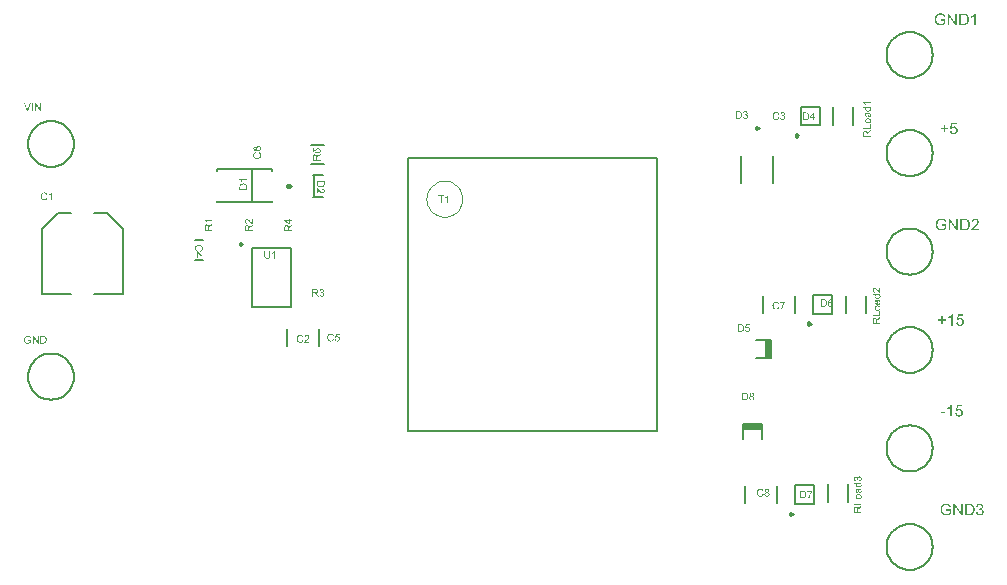
<source format=gto>
G04*
G04 #@! TF.GenerationSoftware,Altium Limited,Altium Designer,21.6.1 (37)*
G04*
G04 Layer_Color=65535*
%FSLAX25Y25*%
%MOIN*%
G70*
G04*
G04 #@! TF.SameCoordinates,2A1263DF-4826-4A8C-8573-C9EC19C8CB1A*
G04*
G04*
G04 #@! TF.FilePolarity,Positive*
G04*
G01*
G75*
%ADD10C,0.00984*%
%ADD11C,0.00000*%
%ADD12C,0.00787*%
%ADD13C,0.00500*%
%ADD14R,0.06248X0.02000*%
%ADD15R,0.02000X0.06248*%
G36*
X314567Y59358D02*
X313111D01*
Y59832D01*
X314567D01*
Y59358D01*
D02*
G37*
G36*
X320306Y61545D02*
X318776D01*
X318570Y60511D01*
X318576Y60517D01*
X318587Y60523D01*
X318604Y60534D01*
X318627Y60551D01*
X318661Y60568D01*
X318696Y60591D01*
X318787Y60637D01*
X318896Y60677D01*
X319021Y60717D01*
X319152Y60745D01*
X319221Y60757D01*
X319341D01*
X319375Y60751D01*
X319415Y60745D01*
X319467Y60739D01*
X319524Y60728D01*
X319586Y60711D01*
X319718Y60671D01*
X319786Y60642D01*
X319861Y60608D01*
X319935Y60568D01*
X320003Y60517D01*
X320072Y60465D01*
X320140Y60403D01*
X320146Y60397D01*
X320158Y60386D01*
X320175Y60368D01*
X320197Y60340D01*
X320220Y60306D01*
X320249Y60266D01*
X320283Y60214D01*
X320317Y60163D01*
X320346Y60100D01*
X320380Y60031D01*
X320409Y59957D01*
X320437Y59877D01*
X320454Y59792D01*
X320472Y59700D01*
X320483Y59609D01*
X320489Y59506D01*
Y59500D01*
Y59483D01*
Y59455D01*
X320483Y59421D01*
X320477Y59375D01*
X320472Y59323D01*
X320466Y59261D01*
X320449Y59198D01*
X320414Y59055D01*
X320357Y58907D01*
X320323Y58827D01*
X320283Y58752D01*
X320237Y58678D01*
X320180Y58604D01*
X320175Y58598D01*
X320163Y58587D01*
X320140Y58564D01*
X320112Y58530D01*
X320077Y58495D01*
X320032Y58455D01*
X319981Y58416D01*
X319918Y58376D01*
X319849Y58330D01*
X319775Y58290D01*
X319689Y58250D01*
X319604Y58216D01*
X319507Y58187D01*
X319404Y58164D01*
X319290Y58147D01*
X319175Y58141D01*
X319124D01*
X319090Y58147D01*
X319044Y58153D01*
X318993Y58159D01*
X318935Y58164D01*
X318873Y58176D01*
X318736Y58210D01*
X318593Y58267D01*
X318519Y58296D01*
X318450Y58336D01*
X318382Y58381D01*
X318319Y58433D01*
X318313Y58438D01*
X318307Y58444D01*
X318290Y58461D01*
X318267Y58484D01*
X318239Y58513D01*
X318210Y58553D01*
X318182Y58593D01*
X318148Y58638D01*
X318113Y58695D01*
X318079Y58752D01*
X318022Y58884D01*
X317971Y59038D01*
X317953Y59124D01*
X317942Y59215D01*
X318439Y59249D01*
Y59244D01*
Y59232D01*
X318444Y59215D01*
X318450Y59192D01*
X318467Y59124D01*
X318490Y59049D01*
X318524Y58958D01*
X318564Y58867D01*
X318621Y58781D01*
X318690Y58707D01*
X318701Y58701D01*
X318724Y58678D01*
X318770Y58650D01*
X318827Y58621D01*
X318896Y58587D01*
X318981Y58558D01*
X319073Y58535D01*
X319175Y58530D01*
X319210D01*
X319233Y58535D01*
X319295Y58541D01*
X319375Y58564D01*
X319467Y58593D01*
X319564Y58638D01*
X319661Y58701D01*
X319706Y58741D01*
X319752Y58787D01*
Y58792D01*
X319763Y58798D01*
X319775Y58815D01*
X319786Y58832D01*
X319826Y58890D01*
X319872Y58969D01*
X319912Y59066D01*
X319952Y59181D01*
X319975Y59318D01*
X319986Y59466D01*
Y59472D01*
Y59483D01*
Y59506D01*
X319981Y59535D01*
Y59569D01*
X319975Y59609D01*
X319958Y59700D01*
X319929Y59803D01*
X319889Y59906D01*
X319832Y60009D01*
X319758Y60106D01*
X319746Y60117D01*
X319718Y60140D01*
X319666Y60180D01*
X319598Y60226D01*
X319518Y60266D01*
X319415Y60306D01*
X319295Y60328D01*
X319164Y60340D01*
X319124D01*
X319084Y60334D01*
X319027Y60328D01*
X318964Y60311D01*
X318896Y60294D01*
X318821Y60266D01*
X318753Y60231D01*
X318747Y60226D01*
X318724Y60214D01*
X318690Y60186D01*
X318650Y60157D01*
X318604Y60117D01*
X318559Y60071D01*
X318513Y60014D01*
X318473Y59957D01*
X318028Y60020D01*
X318399Y61996D01*
X320306D01*
Y61545D01*
D02*
G37*
G36*
X316732Y58204D02*
X316258D01*
Y61202D01*
X316252Y61196D01*
X316229Y61173D01*
X316189Y61145D01*
X316138Y61099D01*
X316075Y61054D01*
X315995Y60997D01*
X315903Y60939D01*
X315807Y60877D01*
X315801D01*
X315795Y60871D01*
X315761Y60848D01*
X315709Y60820D01*
X315641Y60785D01*
X315567Y60745D01*
X315487Y60711D01*
X315401Y60671D01*
X315315Y60637D01*
Y61093D01*
X315321D01*
X315333Y61099D01*
X315355Y61111D01*
X315384Y61128D01*
X315418Y61145D01*
X315458Y61168D01*
X315549Y61219D01*
X315658Y61282D01*
X315772Y61356D01*
X315886Y61442D01*
X316001Y61539D01*
X316006Y61545D01*
X316012Y61550D01*
X316052Y61585D01*
X316103Y61636D01*
X316166Y61704D01*
X316235Y61784D01*
X316303Y61870D01*
X316372Y61962D01*
X316423Y62059D01*
X316732D01*
Y58204D01*
D02*
G37*
G36*
X315035Y29181D02*
X315075D01*
X315178Y29170D01*
X315292Y29153D01*
X315424Y29130D01*
X315549Y29096D01*
X315681Y29050D01*
X315686D01*
X315698Y29044D01*
X315715Y29039D01*
X315738Y29027D01*
X315795Y28993D01*
X315875Y28953D01*
X315955Y28896D01*
X316046Y28833D01*
X316132Y28759D01*
X316206Y28673D01*
X316217Y28662D01*
X316240Y28627D01*
X316274Y28576D01*
X316314Y28502D01*
X316360Y28411D01*
X316411Y28302D01*
X316457Y28182D01*
X316497Y28039D01*
X316040Y27914D01*
Y27920D01*
X316035Y27925D01*
X316023Y27965D01*
X316006Y28016D01*
X315983Y28085D01*
X315949Y28159D01*
X315915Y28234D01*
X315869Y28308D01*
X315823Y28376D01*
X315818Y28382D01*
X315800Y28405D01*
X315772Y28433D01*
X315732Y28473D01*
X315681Y28519D01*
X315618Y28565D01*
X315544Y28610D01*
X315458Y28650D01*
X315446Y28656D01*
X315418Y28668D01*
X315367Y28685D01*
X315304Y28702D01*
X315229Y28719D01*
X315138Y28736D01*
X315041Y28747D01*
X314932Y28753D01*
X314875D01*
X314807Y28747D01*
X314727Y28742D01*
X314630Y28725D01*
X314533Y28707D01*
X314430Y28679D01*
X314327Y28645D01*
X314316Y28639D01*
X314287Y28627D01*
X314242Y28599D01*
X314184Y28570D01*
X314116Y28525D01*
X314048Y28479D01*
X313979Y28422D01*
X313916Y28359D01*
X313910Y28353D01*
X313893Y28331D01*
X313865Y28296D01*
X313830Y28251D01*
X313790Y28194D01*
X313751Y28131D01*
X313711Y28056D01*
X313676Y27982D01*
Y27977D01*
X313671Y27965D01*
X313665Y27948D01*
X313653Y27920D01*
X313642Y27885D01*
X313631Y27845D01*
X313619Y27799D01*
X313608Y27748D01*
X313579Y27634D01*
X313556Y27503D01*
X313539Y27360D01*
X313534Y27206D01*
Y27200D01*
Y27183D01*
Y27154D01*
X313539Y27120D01*
Y27074D01*
X313545Y27023D01*
X313551Y26966D01*
X313556Y26903D01*
X313574Y26772D01*
X313608Y26623D01*
X313648Y26480D01*
X313705Y26344D01*
Y26338D01*
X313711Y26326D01*
X313722Y26309D01*
X313739Y26286D01*
X313779Y26224D01*
X313836Y26149D01*
X313910Y26064D01*
X313996Y25978D01*
X314099Y25898D01*
X314219Y25830D01*
X314225D01*
X314236Y25824D01*
X314253Y25813D01*
X314276Y25807D01*
X314310Y25790D01*
X314344Y25778D01*
X314436Y25750D01*
X314544Y25715D01*
X314670Y25693D01*
X314801Y25670D01*
X314938Y25664D01*
X314995D01*
X315024Y25670D01*
X315058D01*
X315144Y25681D01*
X315241Y25693D01*
X315349Y25715D01*
X315464Y25750D01*
X315583Y25790D01*
X315589D01*
X315595Y25795D01*
X315612Y25801D01*
X315635Y25813D01*
X315692Y25835D01*
X315760Y25870D01*
X315840Y25910D01*
X315920Y25961D01*
X315995Y26012D01*
X316063Y26064D01*
Y26783D01*
X314932D01*
Y27234D01*
X316560D01*
Y25807D01*
X316554Y25801D01*
X316543Y25795D01*
X316520Y25778D01*
X316497Y25761D01*
X316463Y25732D01*
X316417Y25704D01*
X316371Y25675D01*
X316320Y25641D01*
X316206Y25567D01*
X316074Y25493D01*
X315932Y25424D01*
X315783Y25361D01*
X315778D01*
X315766Y25356D01*
X315743Y25350D01*
X315715Y25339D01*
X315681Y25327D01*
X315635Y25316D01*
X315583Y25299D01*
X315532Y25287D01*
X315406Y25259D01*
X315269Y25236D01*
X315121Y25219D01*
X314967Y25213D01*
X314910D01*
X314870Y25219D01*
X314824D01*
X314761Y25224D01*
X314698Y25236D01*
X314624Y25242D01*
X314470Y25270D01*
X314293Y25316D01*
X314116Y25373D01*
X313939Y25453D01*
X313933Y25458D01*
X313916Y25464D01*
X313893Y25476D01*
X313865Y25498D01*
X313825Y25521D01*
X313779Y25556D01*
X313676Y25630D01*
X313568Y25727D01*
X313448Y25847D01*
X313339Y25989D01*
X313242Y26149D01*
Y26155D01*
X313231Y26172D01*
X313219Y26195D01*
X313208Y26229D01*
X313191Y26275D01*
X313168Y26326D01*
X313145Y26384D01*
X313128Y26452D01*
X313105Y26526D01*
X313083Y26606D01*
X313042Y26777D01*
X313020Y26972D01*
X313008Y27177D01*
Y27183D01*
Y27200D01*
Y27234D01*
X313014Y27274D01*
Y27326D01*
X313020Y27383D01*
X313025Y27446D01*
X313037Y27520D01*
X313065Y27680D01*
X313105Y27857D01*
X313162Y28045D01*
X313242Y28228D01*
X313248Y28234D01*
X313254Y28251D01*
X313265Y28273D01*
X313288Y28308D01*
X313311Y28348D01*
X313339Y28393D01*
X313414Y28502D01*
X313511Y28616D01*
X313625Y28736D01*
X313762Y28850D01*
X313836Y28902D01*
X313916Y28947D01*
X313922Y28953D01*
X313939Y28959D01*
X313962Y28970D01*
X313996Y28987D01*
X314036Y29004D01*
X314087Y29021D01*
X314144Y29044D01*
X314207Y29067D01*
X314282Y29090D01*
X314356Y29113D01*
X314441Y29130D01*
X314527Y29147D01*
X314721Y29176D01*
X314927Y29187D01*
X314995D01*
X315035Y29181D01*
D02*
G37*
G36*
X326187Y29124D02*
X326261Y29113D01*
X326353Y29096D01*
X326450Y29073D01*
X326547Y29039D01*
X326649Y28993D01*
X326655D01*
X326661Y28987D01*
X326695Y28970D01*
X326741Y28936D01*
X326804Y28896D01*
X326866Y28844D01*
X326935Y28776D01*
X327004Y28707D01*
X327061Y28622D01*
X327066Y28610D01*
X327083Y28582D01*
X327106Y28536D01*
X327135Y28473D01*
X327158Y28399D01*
X327181Y28319D01*
X327198Y28228D01*
X327203Y28131D01*
Y28119D01*
Y28091D01*
X327198Y28039D01*
X327186Y27982D01*
X327169Y27908D01*
X327146Y27834D01*
X327112Y27754D01*
X327066Y27674D01*
X327061Y27663D01*
X327043Y27640D01*
X327009Y27605D01*
X326969Y27560D01*
X326912Y27508D01*
X326844Y27457D01*
X326764Y27400D01*
X326672Y27354D01*
X326678D01*
X326689Y27349D01*
X326707Y27343D01*
X326729Y27337D01*
X326786Y27314D01*
X326866Y27286D01*
X326946Y27240D01*
X327038Y27183D01*
X327123Y27114D01*
X327198Y27029D01*
X327203Y27017D01*
X327226Y26983D01*
X327260Y26932D01*
X327295Y26857D01*
X327329Y26772D01*
X327363Y26663D01*
X327386Y26543D01*
X327392Y26412D01*
Y26406D01*
Y26389D01*
Y26366D01*
X327386Y26326D01*
X327380Y26286D01*
X327375Y26235D01*
X327363Y26178D01*
X327346Y26115D01*
X327300Y25984D01*
X327272Y25915D01*
X327238Y25841D01*
X327192Y25767D01*
X327140Y25698D01*
X327083Y25630D01*
X327021Y25561D01*
X327015Y25556D01*
X327004Y25544D01*
X326981Y25527D01*
X326958Y25510D01*
X326918Y25481D01*
X326878Y25453D01*
X326827Y25418D01*
X326769Y25390D01*
X326707Y25356D01*
X326632Y25321D01*
X326558Y25293D01*
X326478Y25270D01*
X326387Y25247D01*
X326295Y25230D01*
X326198Y25219D01*
X326096Y25213D01*
X326044D01*
X326010Y25219D01*
X325970Y25224D01*
X325919Y25230D01*
X325862Y25236D01*
X325799Y25253D01*
X325667Y25287D01*
X325525Y25339D01*
X325456Y25373D01*
X325382Y25413D01*
X325313Y25458D01*
X325251Y25510D01*
X325245Y25515D01*
X325239Y25521D01*
X325222Y25538D01*
X325199Y25567D01*
X325171Y25596D01*
X325142Y25630D01*
X325114Y25675D01*
X325079Y25721D01*
X325011Y25835D01*
X324954Y25972D01*
X324902Y26127D01*
X324885Y26206D01*
X324874Y26298D01*
X325348Y26361D01*
Y26355D01*
X325353Y26344D01*
X325359Y26321D01*
X325365Y26292D01*
X325370Y26264D01*
X325382Y26224D01*
X325410Y26138D01*
X325450Y26041D01*
X325496Y25944D01*
X325553Y25852D01*
X325622Y25778D01*
X325633Y25773D01*
X325656Y25750D01*
X325696Y25721D01*
X325753Y25693D01*
X325821Y25658D01*
X325901Y25630D01*
X325993Y25607D01*
X326096Y25601D01*
X326130D01*
X326153Y25607D01*
X326216Y25613D01*
X326295Y25630D01*
X326381Y25658D01*
X326478Y25698D01*
X326570Y25755D01*
X326661Y25830D01*
X326672Y25841D01*
X326695Y25870D01*
X326735Y25921D01*
X326775Y25984D01*
X326815Y26069D01*
X326855Y26166D01*
X326878Y26275D01*
X326889Y26395D01*
Y26401D01*
Y26412D01*
Y26429D01*
X326884Y26452D01*
X326878Y26509D01*
X326861Y26583D01*
X326838Y26669D01*
X326798Y26760D01*
X326747Y26846D01*
X326672Y26932D01*
X326661Y26943D01*
X326632Y26966D01*
X326587Y27000D01*
X326524Y27040D01*
X326450Y27074D01*
X326358Y27109D01*
X326250Y27132D01*
X326136Y27143D01*
X326084D01*
X326044Y27137D01*
X325998Y27132D01*
X325941Y27120D01*
X325879Y27109D01*
X325804Y27092D01*
X325856Y27508D01*
X325884D01*
X325907Y27503D01*
X325981D01*
X326039Y27508D01*
X326113Y27520D01*
X326198Y27543D01*
X326284Y27565D01*
X326381Y27605D01*
X326472Y27657D01*
X326478D01*
X326484Y27663D01*
X326512Y27685D01*
X326552Y27725D01*
X326598Y27777D01*
X326638Y27845D01*
X326678Y27931D01*
X326707Y28028D01*
X326718Y28085D01*
Y28142D01*
Y28148D01*
Y28154D01*
Y28188D01*
X326707Y28234D01*
X326695Y28291D01*
X326672Y28359D01*
X326644Y28433D01*
X326598Y28502D01*
X326541Y28570D01*
X326535Y28576D01*
X326507Y28599D01*
X326472Y28627D01*
X326415Y28656D01*
X326353Y28690D01*
X326273Y28713D01*
X326187Y28736D01*
X326084Y28742D01*
X326039D01*
X325987Y28730D01*
X325924Y28719D01*
X325850Y28696D01*
X325776Y28668D01*
X325702Y28622D01*
X325627Y28565D01*
X325622Y28559D01*
X325599Y28530D01*
X325565Y28490D01*
X325530Y28439D01*
X325490Y28365D01*
X325450Y28273D01*
X325416Y28171D01*
X325393Y28051D01*
X324919Y28136D01*
Y28142D01*
X324925Y28159D01*
X324931Y28182D01*
X324937Y28216D01*
X324948Y28251D01*
X324965Y28296D01*
X324999Y28405D01*
X325051Y28519D01*
X325119Y28645D01*
X325205Y28759D01*
X325308Y28867D01*
X325313Y28873D01*
X325325Y28879D01*
X325342Y28890D01*
X325365Y28907D01*
X325393Y28930D01*
X325428Y28953D01*
X325473Y28976D01*
X325519Y28999D01*
X325627Y29044D01*
X325759Y29090D01*
X325907Y29119D01*
X325987Y29130D01*
X326124D01*
X326187Y29124D01*
D02*
G37*
G36*
X320334Y25276D02*
X319815D01*
X317793Y28291D01*
Y25276D01*
X317308D01*
Y29119D01*
X317822D01*
X319849Y26098D01*
Y29119D01*
X320334D01*
Y25276D01*
D02*
G37*
G36*
X322767Y29113D02*
X322875Y29107D01*
X322989Y29096D01*
X323098Y29079D01*
X323195Y29061D01*
X323201D01*
X323212Y29056D01*
X323229D01*
X323252Y29044D01*
X323315Y29027D01*
X323389Y28999D01*
X323480Y28964D01*
X323572Y28913D01*
X323669Y28856D01*
X323760Y28787D01*
X323766D01*
X323772Y28776D01*
X323789Y28759D01*
X323812Y28742D01*
X323863Y28685D01*
X323932Y28610D01*
X324006Y28513D01*
X324080Y28405D01*
X324149Y28273D01*
X324211Y28131D01*
Y28125D01*
X324217Y28114D01*
X324228Y28091D01*
X324234Y28062D01*
X324246Y28022D01*
X324263Y27977D01*
X324274Y27925D01*
X324291Y27868D01*
X324303Y27799D01*
X324314Y27731D01*
X324343Y27577D01*
X324360Y27406D01*
X324365Y27217D01*
Y27211D01*
Y27200D01*
Y27177D01*
Y27143D01*
X324360Y27103D01*
Y27063D01*
X324354Y26954D01*
X324343Y26835D01*
X324320Y26703D01*
X324297Y26572D01*
X324263Y26441D01*
Y26435D01*
X324257Y26423D01*
X324251Y26406D01*
X324246Y26384D01*
X324223Y26321D01*
X324194Y26246D01*
X324154Y26155D01*
X324109Y26064D01*
X324057Y25967D01*
X324000Y25881D01*
X323994Y25870D01*
X323972Y25847D01*
X323937Y25801D01*
X323897Y25755D01*
X323846Y25698D01*
X323783Y25635D01*
X323714Y25578D01*
X323646Y25527D01*
X323640Y25521D01*
X323612Y25504D01*
X323572Y25481D01*
X323520Y25458D01*
X323452Y25424D01*
X323372Y25396D01*
X323286Y25367D01*
X323189Y25339D01*
X323178D01*
X323161Y25333D01*
X323144Y25327D01*
X323086Y25321D01*
X323012Y25310D01*
X322921Y25299D01*
X322818Y25287D01*
X322698Y25281D01*
X322572Y25276D01*
X321191D01*
Y29119D01*
X322664D01*
X322767Y29113D01*
D02*
G37*
G36*
X313455Y124181D02*
X313495D01*
X313598Y124170D01*
X313712Y124153D01*
X313844Y124130D01*
X313969Y124096D01*
X314101Y124050D01*
X314106D01*
X314118Y124044D01*
X314135Y124039D01*
X314158Y124027D01*
X314215Y123993D01*
X314295Y123953D01*
X314375Y123896D01*
X314466Y123833D01*
X314552Y123759D01*
X314626Y123673D01*
X314637Y123662D01*
X314660Y123627D01*
X314694Y123576D01*
X314734Y123502D01*
X314780Y123410D01*
X314831Y123302D01*
X314877Y123182D01*
X314917Y123039D01*
X314460Y122914D01*
Y122919D01*
X314455Y122925D01*
X314443Y122965D01*
X314426Y123017D01*
X314403Y123085D01*
X314369Y123159D01*
X314335Y123233D01*
X314289Y123308D01*
X314243Y123376D01*
X314238Y123382D01*
X314220Y123405D01*
X314192Y123433D01*
X314152Y123473D01*
X314101Y123519D01*
X314038Y123565D01*
X313964Y123610D01*
X313878Y123650D01*
X313866Y123656D01*
X313838Y123668D01*
X313787Y123685D01*
X313724Y123702D01*
X313649Y123719D01*
X313558Y123736D01*
X313461Y123747D01*
X313352Y123753D01*
X313295D01*
X313227Y123747D01*
X313147Y123742D01*
X313050Y123725D01*
X312953Y123707D01*
X312850Y123679D01*
X312747Y123645D01*
X312736Y123639D01*
X312707Y123627D01*
X312662Y123599D01*
X312604Y123570D01*
X312536Y123525D01*
X312468Y123479D01*
X312399Y123422D01*
X312336Y123359D01*
X312330Y123353D01*
X312313Y123331D01*
X312285Y123296D01*
X312250Y123251D01*
X312210Y123194D01*
X312171Y123131D01*
X312131Y123056D01*
X312096Y122982D01*
Y122977D01*
X312091Y122965D01*
X312085Y122948D01*
X312073Y122919D01*
X312062Y122885D01*
X312051Y122845D01*
X312039Y122800D01*
X312028Y122748D01*
X311999Y122634D01*
X311976Y122503D01*
X311959Y122360D01*
X311954Y122206D01*
Y122200D01*
Y122183D01*
Y122154D01*
X311959Y122120D01*
Y122074D01*
X311965Y122023D01*
X311971Y121966D01*
X311976Y121903D01*
X311994Y121772D01*
X312028Y121623D01*
X312068Y121481D01*
X312125Y121344D01*
Y121338D01*
X312131Y121326D01*
X312142Y121309D01*
X312159Y121286D01*
X312199Y121224D01*
X312256Y121149D01*
X312330Y121064D01*
X312416Y120978D01*
X312519Y120898D01*
X312639Y120830D01*
X312645D01*
X312656Y120824D01*
X312673Y120812D01*
X312696Y120807D01*
X312730Y120790D01*
X312764Y120778D01*
X312856Y120750D01*
X312964Y120715D01*
X313090Y120693D01*
X313221Y120670D01*
X313358Y120664D01*
X313415D01*
X313444Y120670D01*
X313478D01*
X313564Y120681D01*
X313661Y120693D01*
X313769Y120715D01*
X313883Y120750D01*
X314003Y120790D01*
X314009D01*
X314015Y120795D01*
X314032Y120801D01*
X314055Y120812D01*
X314112Y120835D01*
X314180Y120870D01*
X314260Y120910D01*
X314340Y120961D01*
X314415Y121012D01*
X314483Y121064D01*
Y121783D01*
X313352D01*
Y122234D01*
X314980D01*
Y120807D01*
X314974Y120801D01*
X314963Y120795D01*
X314940Y120778D01*
X314917Y120761D01*
X314883Y120732D01*
X314837Y120704D01*
X314791Y120675D01*
X314740Y120641D01*
X314626Y120567D01*
X314494Y120493D01*
X314352Y120424D01*
X314203Y120361D01*
X314198D01*
X314186Y120356D01*
X314163Y120350D01*
X314135Y120338D01*
X314101Y120327D01*
X314055Y120316D01*
X314003Y120299D01*
X313952Y120287D01*
X313826Y120259D01*
X313689Y120236D01*
X313541Y120219D01*
X313387Y120213D01*
X313330D01*
X313290Y120219D01*
X313244D01*
X313181Y120224D01*
X313118Y120236D01*
X313044Y120241D01*
X312890Y120270D01*
X312713Y120316D01*
X312536Y120373D01*
X312359Y120453D01*
X312353Y120458D01*
X312336Y120464D01*
X312313Y120476D01*
X312285Y120498D01*
X312245Y120521D01*
X312199Y120555D01*
X312096Y120630D01*
X311988Y120727D01*
X311868Y120847D01*
X311759Y120990D01*
X311662Y121149D01*
Y121155D01*
X311651Y121172D01*
X311639Y121195D01*
X311628Y121229D01*
X311611Y121275D01*
X311588Y121326D01*
X311565Y121384D01*
X311548Y121452D01*
X311525Y121526D01*
X311503Y121606D01*
X311462Y121777D01*
X311440Y121972D01*
X311428Y122177D01*
Y122183D01*
Y122200D01*
Y122234D01*
X311434Y122274D01*
Y122326D01*
X311440Y122383D01*
X311445Y122445D01*
X311457Y122520D01*
X311485Y122680D01*
X311525Y122857D01*
X311582Y123045D01*
X311662Y123228D01*
X311668Y123233D01*
X311674Y123251D01*
X311685Y123274D01*
X311708Y123308D01*
X311731Y123348D01*
X311759Y123393D01*
X311834Y123502D01*
X311931Y123616D01*
X312045Y123736D01*
X312182Y123850D01*
X312256Y123902D01*
X312336Y123947D01*
X312342Y123953D01*
X312359Y123959D01*
X312382Y123970D01*
X312416Y123987D01*
X312456Y124004D01*
X312507Y124021D01*
X312564Y124044D01*
X312627Y124067D01*
X312702Y124090D01*
X312776Y124113D01*
X312861Y124130D01*
X312947Y124147D01*
X313141Y124176D01*
X313347Y124187D01*
X313415D01*
X313455Y124181D01*
D02*
G37*
G36*
X318754Y120276D02*
X318235D01*
X316213Y123291D01*
Y120276D01*
X315728D01*
Y124119D01*
X316242D01*
X318269Y121098D01*
Y124119D01*
X318754D01*
Y120276D01*
D02*
G37*
G36*
X324658Y124124D02*
X324704Y124119D01*
X324761Y124113D01*
X324818Y124107D01*
X324887Y124090D01*
X325024Y124056D01*
X325172Y123999D01*
X325241Y123964D01*
X325309Y123924D01*
X325378Y123879D01*
X325441Y123822D01*
X325446Y123816D01*
X325452Y123810D01*
X325469Y123793D01*
X325492Y123765D01*
X325515Y123736D01*
X325543Y123702D01*
X325572Y123656D01*
X325606Y123610D01*
X325663Y123502D01*
X325715Y123371D01*
X325738Y123302D01*
X325755Y123222D01*
X325760Y123148D01*
X325766Y123062D01*
Y123051D01*
Y123022D01*
X325760Y122977D01*
X325755Y122919D01*
X325743Y122845D01*
X325726Y122771D01*
X325703Y122691D01*
X325669Y122605D01*
X325663Y122594D01*
X325652Y122565D01*
X325629Y122526D01*
X325595Y122468D01*
X325549Y122394D01*
X325498Y122314D01*
X325429Y122229D01*
X325355Y122137D01*
X325343Y122126D01*
X325315Y122091D01*
X325292Y122069D01*
X325258Y122034D01*
X325224Y122000D01*
X325184Y121960D01*
X325138Y121915D01*
X325081Y121863D01*
X325024Y121812D01*
X324955Y121749D01*
X324887Y121686D01*
X324807Y121618D01*
X324721Y121543D01*
X324630Y121463D01*
X324624Y121458D01*
X324613Y121446D01*
X324590Y121429D01*
X324561Y121406D01*
X324493Y121344D01*
X324401Y121269D01*
X324310Y121189D01*
X324224Y121109D01*
X324144Y121035D01*
X324116Y121007D01*
X324087Y120978D01*
X324082Y120972D01*
X324070Y120955D01*
X324047Y120932D01*
X324019Y120898D01*
X323985Y120864D01*
X323950Y120818D01*
X323887Y120727D01*
X325772D01*
Y120276D01*
X323231D01*
Y120281D01*
Y120304D01*
Y120338D01*
X323236Y120378D01*
X323242Y120430D01*
X323248Y120481D01*
X323265Y120544D01*
X323282Y120601D01*
Y120607D01*
X323288Y120613D01*
X323299Y120647D01*
X323322Y120698D01*
X323356Y120761D01*
X323402Y120841D01*
X323453Y120927D01*
X323516Y121018D01*
X323590Y121109D01*
Y121115D01*
X323602Y121121D01*
X323630Y121155D01*
X323682Y121206D01*
X323750Y121275D01*
X323836Y121361D01*
X323945Y121463D01*
X324070Y121572D01*
X324213Y121692D01*
X324219Y121697D01*
X324241Y121715D01*
X324270Y121743D01*
X324316Y121777D01*
X324367Y121817D01*
X324424Y121869D01*
X324550Y121989D01*
X324693Y122114D01*
X324830Y122251D01*
X324898Y122320D01*
X324955Y122383D01*
X325012Y122445D01*
X325058Y122503D01*
Y122508D01*
X325069Y122514D01*
X325081Y122531D01*
X325092Y122554D01*
X325127Y122611D01*
X325172Y122685D01*
X325212Y122777D01*
X325246Y122874D01*
X325269Y122971D01*
X325281Y123074D01*
Y123079D01*
Y123085D01*
X325275Y123119D01*
X325269Y123171D01*
X325258Y123239D01*
X325229Y123313D01*
X325195Y123393D01*
X325144Y123473D01*
X325075Y123548D01*
X325064Y123553D01*
X325041Y123576D01*
X324995Y123610D01*
X324938Y123645D01*
X324858Y123679D01*
X324773Y123713D01*
X324670Y123736D01*
X324555Y123742D01*
X324521D01*
X324498Y123736D01*
X324436Y123730D01*
X324361Y123713D01*
X324270Y123690D01*
X324179Y123650D01*
X324087Y123599D01*
X324007Y123530D01*
X324002Y123519D01*
X323979Y123491D01*
X323945Y123445D01*
X323910Y123382D01*
X323870Y123302D01*
X323842Y123205D01*
X323819Y123091D01*
X323808Y122965D01*
X323322Y123017D01*
Y123022D01*
Y123039D01*
X323328Y123068D01*
X323334Y123108D01*
X323345Y123154D01*
X323356Y123205D01*
X323385Y123325D01*
X323431Y123456D01*
X323499Y123593D01*
X323539Y123662D01*
X323585Y123725D01*
X323636Y123787D01*
X323693Y123845D01*
X323699Y123850D01*
X323710Y123856D01*
X323728Y123873D01*
X323750Y123890D01*
X323785Y123913D01*
X323825Y123936D01*
X323870Y123959D01*
X323927Y123987D01*
X323985Y124016D01*
X324047Y124039D01*
X324122Y124062D01*
X324201Y124084D01*
X324281Y124101D01*
X324373Y124119D01*
X324464Y124124D01*
X324567Y124130D01*
X324618D01*
X324658Y124124D01*
D02*
G37*
G36*
X321187Y124113D02*
X321295Y124107D01*
X321409Y124096D01*
X321518Y124079D01*
X321615Y124062D01*
X321621D01*
X321632Y124056D01*
X321649D01*
X321672Y124044D01*
X321735Y124027D01*
X321809Y123999D01*
X321900Y123964D01*
X321992Y123913D01*
X322089Y123856D01*
X322180Y123787D01*
X322186D01*
X322192Y123776D01*
X322209Y123759D01*
X322232Y123742D01*
X322283Y123685D01*
X322352Y123610D01*
X322426Y123513D01*
X322500Y123405D01*
X322568Y123274D01*
X322631Y123131D01*
Y123125D01*
X322637Y123114D01*
X322648Y123091D01*
X322654Y123062D01*
X322666Y123022D01*
X322683Y122977D01*
X322694Y122925D01*
X322711Y122868D01*
X322723Y122800D01*
X322734Y122731D01*
X322763Y122577D01*
X322780Y122406D01*
X322785Y122217D01*
Y122211D01*
Y122200D01*
Y122177D01*
Y122143D01*
X322780Y122103D01*
Y122063D01*
X322774Y121955D01*
X322763Y121835D01*
X322740Y121703D01*
X322717Y121572D01*
X322683Y121441D01*
Y121435D01*
X322677Y121423D01*
X322671Y121406D01*
X322666Y121384D01*
X322643Y121321D01*
X322614Y121246D01*
X322574Y121155D01*
X322529Y121064D01*
X322477Y120967D01*
X322420Y120881D01*
X322414Y120870D01*
X322391Y120847D01*
X322357Y120801D01*
X322317Y120755D01*
X322266Y120698D01*
X322203Y120635D01*
X322134Y120578D01*
X322066Y120527D01*
X322060Y120521D01*
X322032Y120504D01*
X321992Y120481D01*
X321940Y120458D01*
X321872Y120424D01*
X321792Y120396D01*
X321706Y120367D01*
X321609Y120338D01*
X321598D01*
X321581Y120333D01*
X321564Y120327D01*
X321506Y120321D01*
X321432Y120310D01*
X321341Y120299D01*
X321238Y120287D01*
X321118Y120281D01*
X320992Y120276D01*
X319611D01*
Y124119D01*
X321084D01*
X321187Y124113D01*
D02*
G37*
G36*
X8849Y85099D02*
X8876D01*
X8944Y85092D01*
X9020Y85080D01*
X9107Y85065D01*
X9191Y85042D01*
X9278Y85012D01*
X9282D01*
X9290Y85008D01*
X9301Y85004D01*
X9316Y84997D01*
X9354Y84974D01*
X9408Y84947D01*
X9461Y84909D01*
X9522Y84867D01*
X9579Y84818D01*
X9628Y84761D01*
X9636Y84753D01*
X9651Y84731D01*
X9674Y84696D01*
X9700Y84647D01*
X9731Y84586D01*
X9765Y84514D01*
X9795Y84434D01*
X9822Y84339D01*
X9518Y84256D01*
Y84259D01*
X9514Y84263D01*
X9506Y84290D01*
X9495Y84324D01*
X9480Y84370D01*
X9457Y84419D01*
X9434Y84468D01*
X9404Y84518D01*
X9373Y84563D01*
X9370Y84567D01*
X9358Y84582D01*
X9339Y84601D01*
X9313Y84628D01*
X9278Y84658D01*
X9237Y84689D01*
X9187Y84719D01*
X9130Y84746D01*
X9123Y84750D01*
X9104Y84757D01*
X9069Y84769D01*
X9028Y84780D01*
X8978Y84791D01*
X8917Y84803D01*
X8853Y84810D01*
X8781Y84814D01*
X8743D01*
X8697Y84810D01*
X8644Y84807D01*
X8579Y84795D01*
X8515Y84784D01*
X8446Y84765D01*
X8378Y84742D01*
X8370Y84738D01*
X8351Y84731D01*
X8321Y84712D01*
X8283Y84693D01*
X8237Y84662D01*
X8192Y84632D01*
X8146Y84594D01*
X8104Y84552D01*
X8100Y84548D01*
X8089Y84533D01*
X8070Y84510D01*
X8047Y84480D01*
X8021Y84442D01*
X7994Y84400D01*
X7967Y84351D01*
X7945Y84301D01*
Y84297D01*
X7941Y84290D01*
X7937Y84278D01*
X7929Y84259D01*
X7922Y84237D01*
X7914Y84210D01*
X7907Y84180D01*
X7899Y84145D01*
X7880Y84069D01*
X7865Y83982D01*
X7853Y83887D01*
X7850Y83784D01*
Y83781D01*
Y83769D01*
Y83750D01*
X7853Y83727D01*
Y83697D01*
X7857Y83663D01*
X7861Y83625D01*
X7865Y83583D01*
X7876Y83496D01*
X7899Y83397D01*
X7926Y83302D01*
X7964Y83211D01*
Y83207D01*
X7967Y83199D01*
X7975Y83188D01*
X7986Y83173D01*
X8013Y83131D01*
X8051Y83081D01*
X8100Y83024D01*
X8157Y82967D01*
X8226Y82914D01*
X8306Y82869D01*
X8309D01*
X8317Y82865D01*
X8328Y82857D01*
X8344Y82853D01*
X8366Y82842D01*
X8389Y82834D01*
X8450Y82815D01*
X8522Y82793D01*
X8606Y82777D01*
X8693Y82762D01*
X8784Y82758D01*
X8822D01*
X8841Y82762D01*
X8864D01*
X8921Y82770D01*
X8986Y82777D01*
X9058Y82793D01*
X9134Y82815D01*
X9214Y82842D01*
X9218D01*
X9221Y82846D01*
X9233Y82850D01*
X9248Y82857D01*
X9286Y82872D01*
X9332Y82895D01*
X9385Y82922D01*
X9438Y82956D01*
X9487Y82990D01*
X9533Y83024D01*
Y83503D01*
X8781D01*
Y83803D01*
X9864D01*
Y82853D01*
X9860Y82850D01*
X9852Y82846D01*
X9837Y82834D01*
X9822Y82823D01*
X9799Y82804D01*
X9769Y82785D01*
X9738Y82766D01*
X9704Y82743D01*
X9628Y82694D01*
X9541Y82644D01*
X9446Y82599D01*
X9347Y82557D01*
X9343D01*
X9335Y82553D01*
X9320Y82549D01*
X9301Y82542D01*
X9278Y82534D01*
X9248Y82527D01*
X9214Y82515D01*
X9180Y82508D01*
X9096Y82489D01*
X9005Y82473D01*
X8906Y82462D01*
X8803Y82458D01*
X8765D01*
X8739Y82462D01*
X8708D01*
X8667Y82466D01*
X8625Y82473D01*
X8575Y82477D01*
X8473Y82496D01*
X8355Y82527D01*
X8237Y82565D01*
X8119Y82618D01*
X8116Y82622D01*
X8104Y82625D01*
X8089Y82633D01*
X8070Y82648D01*
X8043Y82663D01*
X8013Y82686D01*
X7945Y82736D01*
X7872Y82800D01*
X7793Y82880D01*
X7720Y82975D01*
X7656Y83081D01*
Y83085D01*
X7648Y83097D01*
X7641Y83112D01*
X7633Y83135D01*
X7622Y83165D01*
X7606Y83199D01*
X7591Y83237D01*
X7580Y83283D01*
X7565Y83332D01*
X7549Y83385D01*
X7523Y83499D01*
X7508Y83629D01*
X7500Y83765D01*
Y83769D01*
Y83781D01*
Y83803D01*
X7504Y83830D01*
Y83864D01*
X7508Y83902D01*
X7511Y83944D01*
X7519Y83993D01*
X7538Y84100D01*
X7565Y84218D01*
X7603Y84343D01*
X7656Y84465D01*
X7660Y84468D01*
X7663Y84480D01*
X7671Y84495D01*
X7686Y84518D01*
X7701Y84544D01*
X7720Y84575D01*
X7770Y84647D01*
X7834Y84723D01*
X7910Y84803D01*
X8002Y84879D01*
X8051Y84913D01*
X8104Y84943D01*
X8108Y84947D01*
X8119Y84951D01*
X8135Y84959D01*
X8157Y84970D01*
X8184Y84981D01*
X8218Y84993D01*
X8256Y85008D01*
X8298Y85023D01*
X8347Y85038D01*
X8397Y85054D01*
X8454Y85065D01*
X8511Y85076D01*
X8640Y85095D01*
X8777Y85103D01*
X8822D01*
X8849Y85099D01*
D02*
G37*
G36*
X12375Y82500D02*
X12030D01*
X10684Y84506D01*
Y82500D01*
X10361D01*
Y85057D01*
X10703D01*
X12052Y83047D01*
Y85057D01*
X12375D01*
Y82500D01*
D02*
G37*
G36*
X13994Y85054D02*
X14066Y85050D01*
X14142Y85042D01*
X14215Y85031D01*
X14279Y85019D01*
X14283D01*
X14291Y85016D01*
X14302D01*
X14317Y85008D01*
X14359Y84997D01*
X14408Y84978D01*
X14469Y84955D01*
X14530Y84921D01*
X14595Y84883D01*
X14655Y84837D01*
X14659D01*
X14663Y84829D01*
X14674Y84818D01*
X14690Y84807D01*
X14724Y84769D01*
X14769Y84719D01*
X14819Y84655D01*
X14868Y84582D01*
X14914Y84495D01*
X14956Y84400D01*
Y84396D01*
X14959Y84389D01*
X14967Y84373D01*
X14971Y84354D01*
X14978Y84328D01*
X14990Y84297D01*
X14997Y84263D01*
X15009Y84225D01*
X15016Y84180D01*
X15024Y84134D01*
X15043Y84031D01*
X15054Y83917D01*
X15058Y83792D01*
Y83788D01*
Y83781D01*
Y83765D01*
Y83743D01*
X15054Y83716D01*
Y83689D01*
X15051Y83617D01*
X15043Y83537D01*
X15028Y83450D01*
X15013Y83363D01*
X14990Y83275D01*
Y83271D01*
X14986Y83264D01*
X14982Y83252D01*
X14978Y83237D01*
X14963Y83195D01*
X14944Y83146D01*
X14918Y83085D01*
X14887Y83024D01*
X14853Y82960D01*
X14815Y82903D01*
X14811Y82895D01*
X14796Y82880D01*
X14773Y82850D01*
X14747Y82819D01*
X14712Y82781D01*
X14671Y82739D01*
X14625Y82701D01*
X14579Y82667D01*
X14576Y82663D01*
X14557Y82652D01*
X14530Y82637D01*
X14496Y82622D01*
X14450Y82599D01*
X14397Y82580D01*
X14340Y82561D01*
X14275Y82542D01*
X14268D01*
X14256Y82538D01*
X14245Y82534D01*
X14207Y82530D01*
X14158Y82523D01*
X14097Y82515D01*
X14028Y82508D01*
X13949Y82504D01*
X13865Y82500D01*
X12945D01*
Y85057D01*
X13926D01*
X13994Y85054D01*
D02*
G37*
G36*
X313691Y90623D02*
X314736D01*
Y90183D01*
X313691D01*
Y89127D01*
X313245D01*
Y90183D01*
X312200D01*
Y90623D01*
X313245D01*
Y91668D01*
X313691D01*
Y90623D01*
D02*
G37*
G36*
X320617Y91845D02*
X319087D01*
X318881Y90811D01*
X318887Y90817D01*
X318898Y90822D01*
X318915Y90834D01*
X318938Y90851D01*
X318972Y90868D01*
X319007Y90891D01*
X319098Y90937D01*
X319207Y90977D01*
X319332Y91017D01*
X319463Y91045D01*
X319532Y91057D01*
X319652D01*
X319686Y91051D01*
X319726Y91045D01*
X319777Y91040D01*
X319835Y91028D01*
X319897Y91011D01*
X320029Y90971D01*
X320097Y90942D01*
X320171Y90908D01*
X320246Y90868D01*
X320314Y90817D01*
X320383Y90765D01*
X320451Y90703D01*
X320457Y90697D01*
X320468Y90685D01*
X320486Y90668D01*
X320508Y90640D01*
X320531Y90606D01*
X320560Y90566D01*
X320594Y90514D01*
X320628Y90463D01*
X320657Y90400D01*
X320691Y90332D01*
X320720Y90257D01*
X320748Y90177D01*
X320765Y90092D01*
X320782Y90000D01*
X320794Y89909D01*
X320800Y89806D01*
Y89801D01*
Y89783D01*
Y89755D01*
X320794Y89720D01*
X320788Y89675D01*
X320782Y89623D01*
X320777Y89561D01*
X320760Y89498D01*
X320725Y89355D01*
X320668Y89207D01*
X320634Y89127D01*
X320594Y89052D01*
X320548Y88978D01*
X320491Y88904D01*
X320486Y88898D01*
X320474Y88887D01*
X320451Y88864D01*
X320423Y88830D01*
X320389Y88796D01*
X320343Y88756D01*
X320291Y88715D01*
X320229Y88676D01*
X320160Y88630D01*
X320086Y88590D01*
X320000Y88550D01*
X319915Y88516D01*
X319817Y88487D01*
X319715Y88464D01*
X319601Y88447D01*
X319486Y88441D01*
X319435D01*
X319401Y88447D01*
X319355Y88453D01*
X319304Y88459D01*
X319247Y88464D01*
X319184Y88476D01*
X319047Y88510D01*
X318904Y88567D01*
X318830Y88596D01*
X318761Y88636D01*
X318693Y88681D01*
X318630Y88733D01*
X318624Y88738D01*
X318618Y88744D01*
X318601Y88761D01*
X318578Y88784D01*
X318550Y88813D01*
X318521Y88853D01*
X318493Y88893D01*
X318459Y88938D01*
X318424Y88995D01*
X318390Y89052D01*
X318333Y89184D01*
X318282Y89338D01*
X318264Y89424D01*
X318253Y89515D01*
X318750Y89549D01*
Y89543D01*
Y89532D01*
X318756Y89515D01*
X318761Y89492D01*
X318778Y89424D01*
X318801Y89349D01*
X318835Y89258D01*
X318875Y89167D01*
X318933Y89081D01*
X319001Y89007D01*
X319012Y89001D01*
X319035Y88978D01*
X319081Y88950D01*
X319138Y88921D01*
X319207Y88887D01*
X319292Y88858D01*
X319384Y88836D01*
X319486Y88830D01*
X319521D01*
X319543Y88836D01*
X319606Y88841D01*
X319686Y88864D01*
X319777Y88893D01*
X319875Y88938D01*
X319972Y89001D01*
X320017Y89041D01*
X320063Y89087D01*
Y89092D01*
X320075Y89098D01*
X320086Y89115D01*
X320097Y89132D01*
X320137Y89189D01*
X320183Y89269D01*
X320223Y89367D01*
X320263Y89481D01*
X320286Y89618D01*
X320297Y89766D01*
Y89772D01*
Y89783D01*
Y89806D01*
X320291Y89835D01*
Y89869D01*
X320286Y89909D01*
X320269Y90000D01*
X320240Y90103D01*
X320200Y90206D01*
X320143Y90309D01*
X320069Y90406D01*
X320057Y90417D01*
X320029Y90440D01*
X319977Y90480D01*
X319909Y90526D01*
X319829Y90566D01*
X319726Y90606D01*
X319606Y90628D01*
X319475Y90640D01*
X319435D01*
X319395Y90634D01*
X319338Y90628D01*
X319275Y90611D01*
X319207Y90594D01*
X319132Y90566D01*
X319064Y90531D01*
X319058Y90526D01*
X319035Y90514D01*
X319001Y90486D01*
X318961Y90457D01*
X318915Y90417D01*
X318870Y90372D01*
X318824Y90314D01*
X318784Y90257D01*
X318339Y90320D01*
X318710Y92296D01*
X320617D01*
Y91845D01*
D02*
G37*
G36*
X317042Y88504D02*
X316568D01*
Y91502D01*
X316563Y91496D01*
X316540Y91474D01*
X316500Y91445D01*
X316449Y91399D01*
X316386Y91354D01*
X316306Y91296D01*
X316214Y91239D01*
X316117Y91177D01*
X316112D01*
X316106Y91171D01*
X316072Y91148D01*
X316020Y91119D01*
X315952Y91085D01*
X315878Y91045D01*
X315798Y91011D01*
X315712Y90971D01*
X315626Y90937D01*
Y91394D01*
X315632D01*
X315644Y91399D01*
X315666Y91411D01*
X315695Y91428D01*
X315729Y91445D01*
X315769Y91468D01*
X315861Y91519D01*
X315969Y91582D01*
X316083Y91656D01*
X316197Y91742D01*
X316312Y91839D01*
X316317Y91845D01*
X316323Y91850D01*
X316363Y91885D01*
X316414Y91936D01*
X316477Y92005D01*
X316546Y92084D01*
X316614Y92170D01*
X316683Y92261D01*
X316734Y92358D01*
X317042D01*
Y88504D01*
D02*
G37*
G36*
X13147Y160000D02*
X12801D01*
X11456Y162006D01*
Y160000D01*
X11133D01*
Y162557D01*
X11475D01*
X12824Y160547D01*
Y162557D01*
X13147D01*
Y160000D01*
D02*
G37*
G36*
X8838D02*
X8484D01*
X7496Y162557D01*
X7865D01*
X8530Y160695D01*
Y160692D01*
X8534Y160684D01*
X8537Y160673D01*
X8545Y160657D01*
X8556Y160616D01*
X8575Y160559D01*
X8598Y160494D01*
X8621Y160426D01*
X8663Y160277D01*
Y160281D01*
X8667Y160289D01*
X8670Y160296D01*
X8674Y160312D01*
X8686Y160353D01*
X8705Y160407D01*
X8724Y160471D01*
X8746Y160543D01*
X8773Y160619D01*
X8800Y160695D01*
X9495Y162557D01*
X9837D01*
X8838Y160000D01*
D02*
G37*
G36*
X10540D02*
X10202D01*
Y162557D01*
X10540D01*
Y160000D01*
D02*
G37*
G36*
X313106Y192581D02*
X313146D01*
X313249Y192570D01*
X313363Y192553D01*
X313495Y192530D01*
X313620Y192496D01*
X313752Y192450D01*
X313757D01*
X313769Y192444D01*
X313786Y192439D01*
X313809Y192427D01*
X313866Y192393D01*
X313946Y192353D01*
X314026Y192296D01*
X314117Y192233D01*
X314203Y192159D01*
X314277Y192073D01*
X314288Y192062D01*
X314311Y192027D01*
X314346Y191976D01*
X314386Y191902D01*
X314431Y191811D01*
X314483Y191702D01*
X314528Y191582D01*
X314568Y191439D01*
X314111Y191314D01*
Y191320D01*
X314106Y191325D01*
X314094Y191365D01*
X314077Y191417D01*
X314054Y191485D01*
X314020Y191559D01*
X313986Y191633D01*
X313940Y191708D01*
X313894Y191776D01*
X313889Y191782D01*
X313872Y191805D01*
X313843Y191833D01*
X313803Y191873D01*
X313752Y191919D01*
X313689Y191965D01*
X313615Y192010D01*
X313529Y192050D01*
X313518Y192056D01*
X313489Y192068D01*
X313438Y192085D01*
X313375Y192102D01*
X313301Y192119D01*
X313209Y192136D01*
X313112Y192147D01*
X313004Y192153D01*
X312947D01*
X312878Y192147D01*
X312798Y192142D01*
X312701Y192125D01*
X312604Y192107D01*
X312501Y192079D01*
X312398Y192045D01*
X312387Y192039D01*
X312358Y192027D01*
X312313Y191999D01*
X312256Y191970D01*
X312187Y191925D01*
X312119Y191879D01*
X312050Y191822D01*
X311987Y191759D01*
X311982Y191753D01*
X311965Y191731D01*
X311936Y191696D01*
X311902Y191651D01*
X311862Y191594D01*
X311822Y191531D01*
X311782Y191456D01*
X311748Y191382D01*
Y191377D01*
X311742Y191365D01*
X311736Y191348D01*
X311725Y191320D01*
X311713Y191285D01*
X311702Y191245D01*
X311690Y191200D01*
X311679Y191148D01*
X311650Y191034D01*
X311628Y190903D01*
X311610Y190760D01*
X311605Y190606D01*
Y190600D01*
Y190583D01*
Y190554D01*
X311610Y190520D01*
Y190474D01*
X311616Y190423D01*
X311622Y190366D01*
X311628Y190303D01*
X311645Y190172D01*
X311679Y190023D01*
X311719Y189881D01*
X311776Y189743D01*
Y189738D01*
X311782Y189726D01*
X311793Y189709D01*
X311810Y189686D01*
X311850Y189624D01*
X311907Y189549D01*
X311982Y189464D01*
X312067Y189378D01*
X312170Y189298D01*
X312290Y189230D01*
X312296D01*
X312307Y189224D01*
X312324Y189213D01*
X312347Y189207D01*
X312381Y189190D01*
X312416Y189178D01*
X312507Y189150D01*
X312615Y189115D01*
X312741Y189093D01*
X312872Y189070D01*
X313009Y189064D01*
X313067D01*
X313095Y189070D01*
X313129D01*
X313215Y189081D01*
X313312Y189093D01*
X313421Y189115D01*
X313535Y189150D01*
X313655Y189190D01*
X313660D01*
X313666Y189195D01*
X313683Y189201D01*
X313706Y189213D01*
X313763Y189235D01*
X313832Y189270D01*
X313912Y189310D01*
X313991Y189361D01*
X314066Y189412D01*
X314134Y189464D01*
Y190183D01*
X313004D01*
Y190634D01*
X314631D01*
Y189207D01*
X314625Y189201D01*
X314614Y189195D01*
X314591Y189178D01*
X314568Y189161D01*
X314534Y189132D01*
X314488Y189104D01*
X314443Y189075D01*
X314391Y189041D01*
X314277Y188967D01*
X314146Y188893D01*
X314003Y188824D01*
X313855Y188761D01*
X313849D01*
X313837Y188756D01*
X313814Y188750D01*
X313786Y188739D01*
X313752Y188727D01*
X313706Y188716D01*
X313655Y188699D01*
X313603Y188687D01*
X313478Y188659D01*
X313341Y188636D01*
X313192Y188619D01*
X313038Y188613D01*
X312981D01*
X312941Y188619D01*
X312895D01*
X312832Y188624D01*
X312770Y188636D01*
X312695Y188642D01*
X312541Y188670D01*
X312364Y188716D01*
X312187Y188773D01*
X312010Y188853D01*
X312004Y188858D01*
X311987Y188864D01*
X311965Y188876D01*
X311936Y188898D01*
X311896Y188921D01*
X311850Y188955D01*
X311748Y189030D01*
X311639Y189127D01*
X311519Y189247D01*
X311411Y189390D01*
X311314Y189549D01*
Y189555D01*
X311302Y189572D01*
X311291Y189595D01*
X311279Y189629D01*
X311262Y189675D01*
X311239Y189726D01*
X311216Y189784D01*
X311199Y189852D01*
X311176Y189926D01*
X311154Y190006D01*
X311114Y190178D01*
X311091Y190372D01*
X311079Y190577D01*
Y190583D01*
Y190600D01*
Y190634D01*
X311085Y190674D01*
Y190726D01*
X311091Y190783D01*
X311097Y190846D01*
X311108Y190920D01*
X311137Y191080D01*
X311176Y191257D01*
X311234Y191445D01*
X311314Y191628D01*
X311319Y191633D01*
X311325Y191651D01*
X311336Y191674D01*
X311359Y191708D01*
X311382Y191748D01*
X311411Y191793D01*
X311485Y191902D01*
X311582Y192016D01*
X311696Y192136D01*
X311833Y192250D01*
X311907Y192302D01*
X311987Y192347D01*
X311993Y192353D01*
X312010Y192359D01*
X312033Y192370D01*
X312067Y192387D01*
X312107Y192404D01*
X312159Y192421D01*
X312216Y192444D01*
X312279Y192467D01*
X312353Y192490D01*
X312427Y192513D01*
X312513Y192530D01*
X312598Y192547D01*
X312792Y192576D01*
X312998Y192587D01*
X313067D01*
X313106Y192581D01*
D02*
G37*
G36*
X318405Y188676D02*
X317886D01*
X315864Y191691D01*
Y188676D01*
X315379D01*
Y192519D01*
X315893D01*
X317920Y189498D01*
Y192519D01*
X318405D01*
Y188676D01*
D02*
G37*
G36*
X324721D02*
X324247D01*
Y191674D01*
X324241Y191668D01*
X324218Y191645D01*
X324178Y191616D01*
X324127Y191571D01*
X324064Y191525D01*
X323984Y191468D01*
X323893Y191411D01*
X323796Y191348D01*
X323790D01*
X323784Y191342D01*
X323750Y191320D01*
X323698Y191291D01*
X323630Y191257D01*
X323556Y191217D01*
X323476Y191182D01*
X323390Y191142D01*
X323305Y191108D01*
Y191565D01*
X323310D01*
X323322Y191571D01*
X323344Y191582D01*
X323373Y191599D01*
X323407Y191616D01*
X323447Y191639D01*
X323539Y191691D01*
X323647Y191753D01*
X323761Y191828D01*
X323875Y191913D01*
X323990Y192010D01*
X323995Y192016D01*
X324001Y192022D01*
X324041Y192056D01*
X324093Y192107D01*
X324155Y192176D01*
X324224Y192256D01*
X324292Y192342D01*
X324361Y192433D01*
X324412Y192530D01*
X324721D01*
Y188676D01*
D02*
G37*
G36*
X320838Y192513D02*
X320946Y192507D01*
X321060Y192496D01*
X321169Y192479D01*
X321266Y192462D01*
X321272D01*
X321283Y192456D01*
X321300D01*
X321323Y192444D01*
X321386Y192427D01*
X321460Y192399D01*
X321551Y192364D01*
X321643Y192313D01*
X321740Y192256D01*
X321831Y192187D01*
X321837D01*
X321843Y192176D01*
X321860Y192159D01*
X321883Y192142D01*
X321934Y192085D01*
X322003Y192010D01*
X322077Y191913D01*
X322151Y191805D01*
X322220Y191674D01*
X322282Y191531D01*
Y191525D01*
X322288Y191514D01*
X322300Y191491D01*
X322305Y191462D01*
X322317Y191422D01*
X322334Y191377D01*
X322345Y191325D01*
X322362Y191268D01*
X322374Y191200D01*
X322385Y191131D01*
X322414Y190977D01*
X322431Y190806D01*
X322437Y190617D01*
Y190611D01*
Y190600D01*
Y190577D01*
Y190543D01*
X322431Y190503D01*
Y190463D01*
X322425Y190355D01*
X322414Y190235D01*
X322391Y190103D01*
X322368Y189972D01*
X322334Y189841D01*
Y189835D01*
X322328Y189823D01*
X322322Y189806D01*
X322317Y189784D01*
X322294Y189721D01*
X322265Y189646D01*
X322225Y189555D01*
X322180Y189464D01*
X322128Y189367D01*
X322071Y189281D01*
X322065Y189270D01*
X322043Y189247D01*
X322008Y189201D01*
X321968Y189155D01*
X321917Y189098D01*
X321854Y189035D01*
X321786Y188978D01*
X321717Y188927D01*
X321711Y188921D01*
X321683Y188904D01*
X321643Y188881D01*
X321591Y188858D01*
X321523Y188824D01*
X321443Y188796D01*
X321357Y188767D01*
X321260Y188739D01*
X321249D01*
X321232Y188733D01*
X321215Y188727D01*
X321158Y188721D01*
X321083Y188710D01*
X320992Y188699D01*
X320889Y188687D01*
X320769Y188681D01*
X320644Y188676D01*
X319262D01*
Y192519D01*
X320735D01*
X320838Y192513D01*
D02*
G37*
G36*
X314584Y154454D02*
X315629D01*
Y154014D01*
X314584D01*
Y152958D01*
X314139D01*
Y154014D01*
X313093D01*
Y154454D01*
X314139D01*
Y155499D01*
X314584D01*
Y154454D01*
D02*
G37*
G36*
X318524Y155676D02*
X316993D01*
X316788Y154642D01*
X316794Y154648D01*
X316805Y154654D01*
X316822Y154665D01*
X316845Y154683D01*
X316879Y154700D01*
X316914Y154722D01*
X317005Y154768D01*
X317113Y154808D01*
X317239Y154848D01*
X317370Y154877D01*
X317439Y154888D01*
X317559D01*
X317593Y154882D01*
X317633Y154877D01*
X317684Y154871D01*
X317741Y154859D01*
X317804Y154842D01*
X317936Y154802D01*
X318004Y154774D01*
X318078Y154740D01*
X318153Y154700D01*
X318221Y154648D01*
X318290Y154597D01*
X318358Y154534D01*
X318364Y154528D01*
X318375Y154517D01*
X318392Y154500D01*
X318415Y154471D01*
X318438Y154437D01*
X318467Y154397D01*
X318501Y154346D01*
X318535Y154294D01*
X318564Y154231D01*
X318598Y154163D01*
X318626Y154089D01*
X318655Y154009D01*
X318672Y153923D01*
X318689Y153832D01*
X318701Y153740D01*
X318706Y153638D01*
Y153632D01*
Y153615D01*
Y153586D01*
X318701Y153552D01*
X318695Y153506D01*
X318689Y153455D01*
X318684Y153392D01*
X318667Y153329D01*
X318632Y153187D01*
X318575Y153038D01*
X318541Y152958D01*
X318501Y152884D01*
X318455Y152810D01*
X318398Y152735D01*
X318392Y152730D01*
X318381Y152718D01*
X318358Y152695D01*
X318330Y152661D01*
X318295Y152627D01*
X318250Y152587D01*
X318198Y152547D01*
X318135Y152507D01*
X318067Y152461D01*
X317993Y152421D01*
X317907Y152381D01*
X317821Y152347D01*
X317724Y152319D01*
X317622Y152296D01*
X317507Y152279D01*
X317393Y152273D01*
X317342D01*
X317307Y152279D01*
X317262Y152284D01*
X317210Y152290D01*
X317153Y152296D01*
X317091Y152307D01*
X316953Y152341D01*
X316811Y152399D01*
X316737Y152427D01*
X316668Y152467D01*
X316599Y152513D01*
X316537Y152564D01*
X316531Y152570D01*
X316525Y152576D01*
X316508Y152593D01*
X316485Y152615D01*
X316457Y152644D01*
X316428Y152684D01*
X316400Y152724D01*
X316365Y152770D01*
X316331Y152827D01*
X316297Y152884D01*
X316240Y153015D01*
X316188Y153169D01*
X316171Y153255D01*
X316160Y153346D01*
X316657Y153381D01*
Y153375D01*
Y153364D01*
X316662Y153346D01*
X316668Y153323D01*
X316685Y153255D01*
X316708Y153181D01*
X316742Y153089D01*
X316782Y152998D01*
X316839Y152912D01*
X316908Y152838D01*
X316919Y152832D01*
X316942Y152810D01*
X316988Y152781D01*
X317045Y152752D01*
X317113Y152718D01*
X317199Y152690D01*
X317290Y152667D01*
X317393Y152661D01*
X317427D01*
X317450Y152667D01*
X317513Y152673D01*
X317593Y152695D01*
X317684Y152724D01*
X317781Y152770D01*
X317879Y152832D01*
X317924Y152872D01*
X317970Y152918D01*
Y152924D01*
X317981Y152929D01*
X317993Y152947D01*
X318004Y152964D01*
X318044Y153021D01*
X318090Y153101D01*
X318130Y153198D01*
X318170Y153312D01*
X318193Y153449D01*
X318204Y153598D01*
Y153603D01*
Y153615D01*
Y153638D01*
X318198Y153666D01*
Y153700D01*
X318193Y153740D01*
X318175Y153832D01*
X318147Y153935D01*
X318107Y154037D01*
X318050Y154140D01*
X317976Y154237D01*
X317964Y154248D01*
X317936Y154271D01*
X317884Y154311D01*
X317816Y154357D01*
X317736Y154397D01*
X317633Y154437D01*
X317513Y154460D01*
X317382Y154471D01*
X317342D01*
X317302Y154465D01*
X317245Y154460D01*
X317182Y154443D01*
X317113Y154426D01*
X317039Y154397D01*
X316971Y154363D01*
X316965Y154357D01*
X316942Y154346D01*
X316908Y154317D01*
X316868Y154288D01*
X316822Y154248D01*
X316776Y154203D01*
X316731Y154146D01*
X316691Y154089D01*
X316246Y154151D01*
X316617Y156127D01*
X318524D01*
Y155676D01*
D02*
G37*
G36*
X89596Y111918D02*
Y111914D01*
Y111902D01*
Y111880D01*
Y111853D01*
X89592Y111823D01*
Y111785D01*
X89588Y111743D01*
X89584Y111697D01*
X89573Y111598D01*
X89558Y111500D01*
X89539Y111397D01*
X89508Y111306D01*
Y111302D01*
X89504Y111294D01*
X89501Y111283D01*
X89493Y111268D01*
X89470Y111226D01*
X89436Y111173D01*
X89394Y111116D01*
X89337Y111055D01*
X89273Y110994D01*
X89193Y110937D01*
X89189D01*
X89182Y110930D01*
X89170Y110926D01*
X89151Y110914D01*
X89128Y110903D01*
X89102Y110892D01*
X89071Y110880D01*
X89033Y110869D01*
X88991Y110854D01*
X88946Y110842D01*
X88897Y110831D01*
X88843Y110819D01*
X88790Y110808D01*
X88729Y110804D01*
X88596Y110797D01*
X88562D01*
X88535Y110800D01*
X88505D01*
X88471Y110804D01*
X88429Y110808D01*
X88387Y110812D01*
X88292Y110827D01*
X88197Y110850D01*
X88099Y110876D01*
X88007Y110918D01*
X88003D01*
X87996Y110926D01*
X87985Y110930D01*
X87969Y110941D01*
X87931Y110971D01*
X87882Y111009D01*
X87829Y111059D01*
X87772Y111123D01*
X87722Y111192D01*
X87681Y111275D01*
Y111279D01*
X87677Y111287D01*
X87673Y111298D01*
X87665Y111317D01*
X87658Y111344D01*
X87650Y111370D01*
X87643Y111405D01*
X87635Y111443D01*
X87624Y111488D01*
X87616Y111538D01*
X87608Y111587D01*
X87601Y111644D01*
X87593Y111709D01*
X87589Y111773D01*
X87586Y111845D01*
Y111918D01*
Y113396D01*
X87924D01*
Y111918D01*
Y111914D01*
Y111902D01*
Y111887D01*
Y111864D01*
X87928Y111838D01*
Y111804D01*
X87931Y111731D01*
X87939Y111652D01*
X87950Y111572D01*
X87966Y111496D01*
X87973Y111458D01*
X87985Y111427D01*
X87988Y111420D01*
X87996Y111401D01*
X88011Y111374D01*
X88034Y111336D01*
X88060Y111298D01*
X88099Y111256D01*
X88140Y111218D01*
X88194Y111184D01*
X88201Y111180D01*
X88220Y111173D01*
X88254Y111158D01*
X88296Y111142D01*
X88353Y111127D01*
X88414Y111112D01*
X88486Y111104D01*
X88566Y111101D01*
X88600D01*
X88627Y111104D01*
X88657D01*
X88691Y111108D01*
X88771Y111123D01*
X88858Y111142D01*
X88946Y111173D01*
X89030Y111215D01*
X89068Y111237D01*
X89098Y111268D01*
X89102Y111272D01*
X89105Y111275D01*
X89113Y111287D01*
X89125Y111302D01*
X89136Y111321D01*
X89147Y111348D01*
X89162Y111378D01*
X89178Y111412D01*
X89193Y111454D01*
X89208Y111503D01*
X89219Y111557D01*
X89231Y111614D01*
X89242Y111678D01*
X89250Y111754D01*
X89258Y111830D01*
Y111918D01*
Y113396D01*
X89596D01*
Y111918D01*
D02*
G37*
G36*
X91215Y110838D02*
X90899D01*
Y112833D01*
X90895Y112830D01*
X90880Y112814D01*
X90854Y112795D01*
X90819Y112765D01*
X90777Y112735D01*
X90724Y112697D01*
X90663Y112659D01*
X90599Y112617D01*
X90595D01*
X90591Y112613D01*
X90569Y112598D01*
X90534Y112579D01*
X90489Y112556D01*
X90439Y112529D01*
X90386Y112507D01*
X90329Y112480D01*
X90272Y112457D01*
Y112761D01*
X90276D01*
X90284Y112765D01*
X90299Y112773D01*
X90318Y112784D01*
X90341Y112795D01*
X90367Y112811D01*
X90428Y112845D01*
X90500Y112887D01*
X90576Y112936D01*
X90652Y112993D01*
X90728Y113058D01*
X90732Y113061D01*
X90736Y113065D01*
X90762Y113088D01*
X90797Y113122D01*
X90838Y113168D01*
X90884Y113221D01*
X90930Y113278D01*
X90975Y113339D01*
X91009Y113403D01*
X91215D01*
Y110838D01*
D02*
G37*
G36*
X148914Y129418D02*
X148598D01*
Y131412D01*
X148595Y131409D01*
X148579Y131394D01*
X148553Y131375D01*
X148519Y131344D01*
X148477Y131314D01*
X148424Y131276D01*
X148363Y131238D01*
X148298Y131196D01*
X148294D01*
X148291Y131192D01*
X148268Y131177D01*
X148234Y131158D01*
X148188Y131135D01*
X148139Y131108D01*
X148085Y131086D01*
X148028Y131059D01*
X147971Y131036D01*
Y131340D01*
X147975D01*
X147983Y131344D01*
X147998Y131352D01*
X148017Y131363D01*
X148040Y131375D01*
X148066Y131390D01*
X148127Y131424D01*
X148199Y131466D01*
X148275Y131515D01*
X148351Y131572D01*
X148427Y131637D01*
X148431Y131641D01*
X148435Y131644D01*
X148462Y131667D01*
X148496Y131701D01*
X148538Y131747D01*
X148583Y131800D01*
X148629Y131857D01*
X148674Y131918D01*
X148709Y131983D01*
X148914D01*
Y129418D01*
D02*
G37*
G36*
X147512Y131675D02*
X146668D01*
Y129418D01*
X146330D01*
Y131675D01*
X145486D01*
Y131975D01*
X147512D01*
Y131675D01*
D02*
G37*
G36*
X285962Y38232D02*
X285989Y38229D01*
X286023Y38225D01*
X286061Y38217D01*
X286103Y38206D01*
X286190Y38175D01*
X286236Y38157D01*
X286285Y38134D01*
X286335Y38103D01*
X286380Y38069D01*
X286426Y38031D01*
X286472Y37989D01*
X286475Y37986D01*
X286483Y37978D01*
X286494Y37963D01*
X286506Y37947D01*
X286525Y37921D01*
X286544Y37894D01*
X286567Y37860D01*
X286586Y37822D01*
X286608Y37780D01*
X286631Y37731D01*
X286650Y37681D01*
X286665Y37628D01*
X286681Y37567D01*
X286692Y37507D01*
X286700Y37442D01*
X286703Y37374D01*
Y37339D01*
X286700Y37317D01*
X286696Y37290D01*
X286692Y37256D01*
X286688Y37218D01*
X286677Y37176D01*
X286654Y37089D01*
X286620Y36994D01*
X286597Y36948D01*
X286570Y36899D01*
X286540Y36853D01*
X286506Y36811D01*
X286502Y36808D01*
X286498Y36804D01*
X286487Y36792D01*
X286468Y36777D01*
X286449Y36758D01*
X286426Y36739D01*
X286396Y36720D01*
X286365Y36697D01*
X286289Y36652D01*
X286198Y36614D01*
X286095Y36579D01*
X286042Y36568D01*
X285981Y36560D01*
X285940Y36876D01*
X285943D01*
X285951Y36880D01*
X285966Y36884D01*
X285985Y36887D01*
X286004Y36891D01*
X286031Y36899D01*
X286088Y36918D01*
X286152Y36944D01*
X286217Y36975D01*
X286278Y37013D01*
X286327Y37058D01*
X286331Y37066D01*
X286346Y37081D01*
X286365Y37108D01*
X286384Y37146D01*
X286407Y37191D01*
X286426Y37244D01*
X286441Y37305D01*
X286445Y37374D01*
Y37396D01*
X286441Y37412D01*
X286437Y37453D01*
X286426Y37507D01*
X286407Y37564D01*
X286380Y37628D01*
X286342Y37689D01*
X286293Y37750D01*
X286285Y37758D01*
X286266Y37773D01*
X286232Y37799D01*
X286190Y37826D01*
X286133Y37852D01*
X286069Y37879D01*
X285997Y37894D01*
X285917Y37902D01*
X285913D01*
X285905D01*
X285894D01*
X285879Y37898D01*
X285841Y37894D01*
X285791Y37883D01*
X285734Y37868D01*
X285674Y37841D01*
X285617Y37807D01*
X285560Y37758D01*
X285552Y37750D01*
X285537Y37731D01*
X285514Y37701D01*
X285487Y37659D01*
X285465Y37609D01*
X285442Y37549D01*
X285427Y37476D01*
X285419Y37400D01*
Y37366D01*
X285423Y37339D01*
X285427Y37309D01*
X285434Y37271D01*
X285442Y37229D01*
X285453Y37180D01*
X285176Y37214D01*
Y37233D01*
X285180Y37248D01*
Y37298D01*
X285176Y37336D01*
X285168Y37385D01*
X285153Y37442D01*
X285138Y37499D01*
X285111Y37564D01*
X285077Y37624D01*
Y37628D01*
X285073Y37632D01*
X285058Y37651D01*
X285031Y37678D01*
X284997Y37708D01*
X284952Y37735D01*
X284895Y37761D01*
X284830Y37780D01*
X284792Y37788D01*
X284754D01*
X284750D01*
X284746D01*
X284724D01*
X284693Y37780D01*
X284655Y37773D01*
X284610Y37758D01*
X284560Y37738D01*
X284515Y37708D01*
X284469Y37670D01*
X284465Y37666D01*
X284450Y37647D01*
X284431Y37624D01*
X284412Y37587D01*
X284389Y37545D01*
X284374Y37492D01*
X284359Y37435D01*
X284355Y37366D01*
Y37336D01*
X284363Y37301D01*
X284370Y37260D01*
X284385Y37210D01*
X284404Y37161D01*
X284435Y37111D01*
X284473Y37062D01*
X284477Y37058D01*
X284496Y37043D01*
X284522Y37020D01*
X284556Y36998D01*
X284606Y36971D01*
X284667Y36944D01*
X284735Y36922D01*
X284815Y36906D01*
X284758Y36591D01*
X284754D01*
X284743Y36595D01*
X284727Y36599D01*
X284705Y36602D01*
X284682Y36610D01*
X284651Y36621D01*
X284579Y36644D01*
X284503Y36678D01*
X284420Y36724D01*
X284344Y36781D01*
X284271Y36849D01*
X284268Y36853D01*
X284264Y36861D01*
X284256Y36872D01*
X284245Y36887D01*
X284230Y36906D01*
X284214Y36929D01*
X284199Y36959D01*
X284184Y36990D01*
X284154Y37062D01*
X284123Y37150D01*
X284104Y37248D01*
X284097Y37301D01*
Y37393D01*
X284100Y37435D01*
X284108Y37484D01*
X284119Y37545D01*
X284135Y37609D01*
X284157Y37674D01*
X284188Y37742D01*
Y37746D01*
X284192Y37750D01*
X284203Y37773D01*
X284226Y37803D01*
X284252Y37845D01*
X284287Y37887D01*
X284332Y37932D01*
X284378Y37978D01*
X284435Y38016D01*
X284442Y38020D01*
X284461Y38031D01*
X284492Y38046D01*
X284534Y38065D01*
X284583Y38080D01*
X284636Y38096D01*
X284697Y38107D01*
X284762Y38111D01*
X284769D01*
X284788D01*
X284822Y38107D01*
X284860Y38100D01*
X284910Y38088D01*
X284959Y38073D01*
X285012Y38050D01*
X285066Y38020D01*
X285073Y38016D01*
X285088Y38004D01*
X285111Y37982D01*
X285142Y37955D01*
X285176Y37917D01*
X285210Y37872D01*
X285248Y37818D01*
X285278Y37758D01*
Y37761D01*
X285282Y37769D01*
X285286Y37780D01*
X285290Y37795D01*
X285305Y37833D01*
X285324Y37887D01*
X285354Y37940D01*
X285392Y38001D01*
X285438Y38058D01*
X285495Y38107D01*
X285503Y38111D01*
X285525Y38126D01*
X285560Y38149D01*
X285609Y38172D01*
X285666Y38195D01*
X285738Y38217D01*
X285818Y38232D01*
X285905Y38236D01*
X285909D01*
X285921D01*
X285936D01*
X285962Y38232D01*
D02*
G37*
G36*
X286662Y35861D02*
X286430D01*
X286434Y35857D01*
X286441Y35854D01*
X286456Y35842D01*
X286472Y35827D01*
X286494Y35808D01*
X286517Y35785D01*
X286540Y35759D01*
X286567Y35728D01*
X286593Y35694D01*
X286616Y35656D01*
X286639Y35614D01*
X286662Y35565D01*
X286677Y35515D01*
X286692Y35462D01*
X286700Y35401D01*
X286703Y35341D01*
Y35318D01*
X286700Y35303D01*
X286696Y35261D01*
X286688Y35208D01*
X286673Y35143D01*
X286650Y35075D01*
X286624Y35006D01*
X286582Y34934D01*
Y34930D01*
X286574Y34927D01*
X286559Y34904D01*
X286532Y34870D01*
X286494Y34828D01*
X286445Y34782D01*
X286388Y34733D01*
X286320Y34687D01*
X286244Y34645D01*
X286240D01*
X286232Y34642D01*
X286221Y34638D01*
X286206Y34630D01*
X286183Y34622D01*
X286160Y34615D01*
X286099Y34596D01*
X286023Y34577D01*
X285936Y34562D01*
X285841Y34550D01*
X285738Y34547D01*
X285734D01*
X285727D01*
X285712D01*
X285693D01*
X285666Y34550D01*
X285639D01*
X285571Y34558D01*
X285495Y34569D01*
X285408Y34585D01*
X285324Y34607D01*
X285237Y34638D01*
X285233D01*
X285225Y34642D01*
X285214Y34649D01*
X285199Y34657D01*
X285157Y34676D01*
X285107Y34706D01*
X285050Y34744D01*
X284993Y34793D01*
X284936Y34847D01*
X284887Y34911D01*
Y34915D01*
X284883Y34919D01*
X284876Y34930D01*
X284868Y34945D01*
X284849Y34984D01*
X284826Y35033D01*
X284803Y35094D01*
X284784Y35166D01*
X284769Y35242D01*
X284765Y35326D01*
Y35352D01*
X284769Y35386D01*
X284773Y35424D01*
X284784Y35470D01*
X284796Y35523D01*
X284815Y35572D01*
X284838Y35622D01*
X284841Y35629D01*
X284849Y35645D01*
X284864Y35667D01*
X284887Y35698D01*
X284914Y35732D01*
X284944Y35770D01*
X284978Y35804D01*
X285020Y35838D01*
X284104D01*
Y36154D01*
X286662D01*
Y35861D01*
D02*
G37*
G36*
Y33946D02*
X286658Y33942D01*
X286643Y33939D01*
X286624Y33931D01*
X286597Y33920D01*
X286563Y33908D01*
X286521Y33900D01*
X286479Y33893D01*
X286430Y33885D01*
X286437Y33878D01*
X286453Y33855D01*
X286479Y33821D01*
X286513Y33779D01*
X286548Y33726D01*
X286582Y33669D01*
X286616Y33608D01*
X286643Y33547D01*
X286646Y33540D01*
X286650Y33520D01*
X286662Y33486D01*
X286673Y33444D01*
X286684Y33391D01*
X286692Y33334D01*
X286700Y33270D01*
X286703Y33201D01*
Y33171D01*
X286700Y33152D01*
Y33125D01*
X286696Y33095D01*
X286684Y33026D01*
X286665Y32950D01*
X286643Y32875D01*
X286605Y32798D01*
X286555Y32730D01*
X286548Y32722D01*
X286529Y32704D01*
X286494Y32677D01*
X286453Y32650D01*
X286396Y32620D01*
X286331Y32593D01*
X286259Y32574D01*
X286217Y32570D01*
X286175Y32567D01*
X286168D01*
X286152D01*
X286126Y32570D01*
X286092Y32574D01*
X286054Y32582D01*
X286012Y32593D01*
X285966Y32609D01*
X285924Y32627D01*
X285921Y32631D01*
X285905Y32639D01*
X285886Y32650D01*
X285860Y32669D01*
X285829Y32692D01*
X285799Y32722D01*
X285772Y32753D01*
X285746Y32787D01*
X285742Y32791D01*
X285734Y32806D01*
X285723Y32825D01*
X285708Y32855D01*
X285689Y32890D01*
X285674Y32928D01*
X285655Y32969D01*
X285639Y33015D01*
Y33019D01*
X285636Y33034D01*
X285632Y33057D01*
X285624Y33087D01*
X285617Y33125D01*
X285609Y33175D01*
X285601Y33232D01*
X285594Y33296D01*
Y33300D01*
X285590Y33312D01*
Y33334D01*
X285586Y33361D01*
X285582Y33391D01*
X285575Y33426D01*
X285571Y33467D01*
X285563Y33509D01*
X285548Y33604D01*
X285529Y33695D01*
X285506Y33783D01*
X285495Y33825D01*
X285484Y33859D01*
X285480D01*
X285472D01*
X285449Y33863D01*
X285423D01*
X285411D01*
X285404D01*
X285400D01*
X285396D01*
X285373D01*
X285339Y33859D01*
X285297Y33851D01*
X285252Y33840D01*
X285206Y33825D01*
X285168Y33802D01*
X285134Y33771D01*
X285130Y33768D01*
X285115Y33748D01*
X285100Y33722D01*
X285077Y33680D01*
X285058Y33631D01*
X285039Y33566D01*
X285028Y33494D01*
X285024Y33410D01*
Y33376D01*
X285028Y33334D01*
X285035Y33289D01*
X285043Y33235D01*
X285058Y33178D01*
X285077Y33129D01*
X285104Y33084D01*
X285107Y33080D01*
X285119Y33064D01*
X285138Y33046D01*
X285164Y33023D01*
X285202Y33000D01*
X285252Y32973D01*
X285309Y32950D01*
X285377Y32928D01*
X285335Y32620D01*
X285332D01*
X285328Y32624D01*
X285301Y32627D01*
X285267Y32639D01*
X285221Y32654D01*
X285172Y32673D01*
X285119Y32696D01*
X285069Y32722D01*
X285020Y32757D01*
X285016Y32761D01*
X285001Y32776D01*
X284978Y32795D01*
X284952Y32829D01*
X284921Y32867D01*
X284891Y32912D01*
X284860Y32969D01*
X284834Y33034D01*
Y33038D01*
X284830Y33042D01*
X284826Y33053D01*
X284822Y33068D01*
X284811Y33106D01*
X284800Y33156D01*
X284788Y33217D01*
X284777Y33289D01*
X284769Y33369D01*
X284765Y33456D01*
Y33494D01*
X284769Y33540D01*
X284773Y33593D01*
X284781Y33657D01*
X284788Y33722D01*
X284803Y33783D01*
X284822Y33843D01*
X284826Y33851D01*
X284834Y33866D01*
X284845Y33893D01*
X284860Y33927D01*
X284883Y33961D01*
X284906Y33999D01*
X284933Y34030D01*
X284963Y34060D01*
X284967Y34064D01*
X284978Y34071D01*
X284997Y34083D01*
X285020Y34098D01*
X285050Y34117D01*
X285088Y34132D01*
X285130Y34148D01*
X285176Y34159D01*
X285180D01*
X285191Y34163D01*
X285214Y34166D01*
X285240Y34170D01*
X285282D01*
X285332Y34174D01*
X285392Y34178D01*
X285465D01*
X285886D01*
X285890D01*
X285905D01*
X285928D01*
X285955D01*
X285993D01*
X286031D01*
X286118Y34182D01*
X286213D01*
X286304Y34185D01*
X286346Y34189D01*
X286384D01*
X286415Y34193D01*
X286441Y34197D01*
X286445D01*
X286460Y34201D01*
X286483Y34205D01*
X286510Y34212D01*
X286544Y34223D01*
X286582Y34239D01*
X286662Y34273D01*
Y33946D01*
D02*
G37*
G36*
X285799Y32301D02*
X285837D01*
X285875Y32297D01*
X285917Y32289D01*
X286004Y32278D01*
X286099Y32259D01*
X286190Y32232D01*
X286274Y32194D01*
X286278D01*
X286282Y32190D01*
X286293Y32183D01*
X286308Y32175D01*
X286346Y32149D01*
X286392Y32114D01*
X286441Y32073D01*
X286494Y32019D01*
X286548Y31955D01*
X286593Y31883D01*
Y31879D01*
X286597Y31875D01*
X286605Y31864D01*
X286608Y31848D01*
X286620Y31830D01*
X286627Y31807D01*
X286646Y31750D01*
X286669Y31681D01*
X286684Y31605D01*
X286700Y31522D01*
X286703Y31434D01*
Y31396D01*
X286700Y31370D01*
X286696Y31335D01*
X286692Y31297D01*
X286684Y31256D01*
X286673Y31210D01*
X286643Y31111D01*
X286624Y31058D01*
X286601Y31005D01*
X286570Y30955D01*
X286536Y30902D01*
X286498Y30853D01*
X286456Y30807D01*
X286453Y30803D01*
X286445Y30796D01*
X286430Y30784D01*
X286411Y30769D01*
X286384Y30750D01*
X286354Y30731D01*
X286316Y30709D01*
X286270Y30689D01*
X286225Y30667D01*
X286171Y30644D01*
X286111Y30625D01*
X286046Y30606D01*
X285978Y30591D01*
X285902Y30579D01*
X285822Y30572D01*
X285734Y30568D01*
X285727D01*
X285712D01*
X285685Y30572D01*
X285651D01*
X285609Y30575D01*
X285560Y30583D01*
X285506Y30591D01*
X285446Y30602D01*
X285385Y30617D01*
X285324Y30636D01*
X285259Y30659D01*
X285199Y30689D01*
X285138Y30720D01*
X285077Y30758D01*
X285024Y30803D01*
X284974Y30853D01*
X284971Y30857D01*
X284967Y30864D01*
X284955Y30876D01*
X284940Y30895D01*
X284925Y30918D01*
X284910Y30948D01*
X284891Y30978D01*
X284868Y31016D01*
X284849Y31054D01*
X284830Y31100D01*
X284800Y31199D01*
X284773Y31313D01*
X284769Y31370D01*
X284765Y31434D01*
Y31472D01*
X284769Y31499D01*
X284773Y31529D01*
X284777Y31567D01*
X284784Y31609D01*
X284796Y31659D01*
X284826Y31757D01*
X284845Y31807D01*
X284872Y31860D01*
X284898Y31913D01*
X284933Y31966D01*
X284971Y32016D01*
X285016Y32061D01*
X285020Y32065D01*
X285028Y32073D01*
X285043Y32084D01*
X285062Y32099D01*
X285088Y32118D01*
X285119Y32137D01*
X285157Y32160D01*
X285199Y32183D01*
X285244Y32206D01*
X285297Y32228D01*
X285354Y32247D01*
X285415Y32267D01*
X285484Y32282D01*
X285556Y32293D01*
X285632Y32301D01*
X285712Y32304D01*
X285715D01*
X285727D01*
X285746D01*
X285769D01*
X285799Y32301D01*
D02*
G37*
G36*
X286662Y28725D02*
X284104D01*
Y29063D01*
X286361D01*
Y30321D01*
X286662D01*
Y28725D01*
D02*
G37*
G36*
Y27992D02*
X286133Y27653D01*
X286130D01*
X286122Y27646D01*
X286111Y27638D01*
X286095Y27627D01*
X286054Y27600D01*
X286000Y27566D01*
X285943Y27528D01*
X285886Y27486D01*
X285829Y27444D01*
X285780Y27406D01*
X285776Y27402D01*
X285761Y27391D01*
X285738Y27372D01*
X285712Y27349D01*
X285655Y27296D01*
X285632Y27266D01*
X285609Y27235D01*
X285605Y27231D01*
X285601Y27224D01*
X285594Y27209D01*
X285582Y27186D01*
X285560Y27136D01*
X285541Y27079D01*
Y27076D01*
X285537Y27068D01*
Y27053D01*
X285533Y27034D01*
X285529Y27007D01*
Y26977D01*
X285525Y26939D01*
Y26502D01*
X286662D01*
Y26164D01*
X284104D01*
Y27353D01*
X284108Y27380D01*
Y27414D01*
X284112Y27490D01*
X284123Y27573D01*
X284135Y27657D01*
X284154Y27741D01*
X284165Y27779D01*
X284176Y27813D01*
Y27817D01*
X284180Y27821D01*
X284188Y27843D01*
X284207Y27874D01*
X284233Y27915D01*
X284268Y27961D01*
X284309Y28010D01*
X284359Y28056D01*
X284420Y28098D01*
X284427Y28102D01*
X284450Y28117D01*
X284484Y28132D01*
X284534Y28155D01*
X284591Y28174D01*
X284655Y28193D01*
X284727Y28204D01*
X284803Y28208D01*
X284807D01*
X284815D01*
X284830D01*
X284849Y28204D01*
X284872D01*
X284898Y28201D01*
X284963Y28185D01*
X285035Y28166D01*
X285111Y28132D01*
X285191Y28090D01*
X285229Y28060D01*
X285263Y28030D01*
X285267Y28026D01*
X285271Y28022D01*
X285282Y28010D01*
X285294Y27995D01*
X285309Y27976D01*
X285324Y27953D01*
X285343Y27927D01*
X285362Y27896D01*
X285381Y27858D01*
X285404Y27821D01*
X285423Y27775D01*
X285442Y27725D01*
X285457Y27672D01*
X285476Y27615D01*
X285487Y27555D01*
X285499Y27486D01*
X285503Y27494D01*
X285510Y27509D01*
X285522Y27532D01*
X285541Y27562D01*
X285579Y27630D01*
X285605Y27661D01*
X285628Y27691D01*
X285636Y27699D01*
X285651Y27718D01*
X285681Y27744D01*
X285723Y27782D01*
X285772Y27824D01*
X285829Y27870D01*
X285894Y27919D01*
X285966Y27969D01*
X286662Y28413D01*
Y27992D01*
D02*
G37*
G36*
X292962Y99432D02*
X292958D01*
X292943D01*
X292920D01*
X292893Y99436D01*
X292859Y99440D01*
X292825Y99443D01*
X292783Y99455D01*
X292745Y99466D01*
X292741D01*
X292737Y99470D01*
X292715Y99478D01*
X292680Y99493D01*
X292639Y99516D01*
X292585Y99546D01*
X292528Y99580D01*
X292468Y99622D01*
X292407Y99671D01*
X292403D01*
X292399Y99679D01*
X292376Y99698D01*
X292342Y99732D01*
X292297Y99778D01*
X292240Y99835D01*
X292171Y99907D01*
X292099Y99991D01*
X292019Y100086D01*
X292015Y100089D01*
X292004Y100105D01*
X291985Y100124D01*
X291962Y100154D01*
X291936Y100188D01*
X291901Y100226D01*
X291822Y100310D01*
X291738Y100405D01*
X291647Y100496D01*
X291601Y100542D01*
X291559Y100580D01*
X291518Y100618D01*
X291480Y100648D01*
X291476D01*
X291472Y100656D01*
X291461Y100663D01*
X291445Y100671D01*
X291407Y100694D01*
X291358Y100724D01*
X291297Y100751D01*
X291233Y100773D01*
X291168Y100789D01*
X291100Y100796D01*
X291096D01*
X291092D01*
X291069Y100792D01*
X291035Y100789D01*
X290989Y100781D01*
X290940Y100762D01*
X290887Y100739D01*
X290834Y100705D01*
X290784Y100659D01*
X290780Y100652D01*
X290765Y100637D01*
X290742Y100606D01*
X290720Y100568D01*
X290697Y100515D01*
X290674Y100458D01*
X290659Y100390D01*
X290655Y100314D01*
Y100291D01*
X290659Y100276D01*
X290663Y100234D01*
X290674Y100184D01*
X290689Y100124D01*
X290716Y100063D01*
X290750Y100002D01*
X290796Y99949D01*
X290803Y99945D01*
X290822Y99930D01*
X290853Y99907D01*
X290894Y99884D01*
X290948Y99858D01*
X291012Y99839D01*
X291088Y99823D01*
X291172Y99816D01*
X291138Y99493D01*
X291134D01*
X291122D01*
X291103Y99497D01*
X291077Y99500D01*
X291046Y99508D01*
X291012Y99516D01*
X290932Y99535D01*
X290845Y99565D01*
X290754Y99611D01*
X290708Y99637D01*
X290666Y99668D01*
X290625Y99702D01*
X290587Y99740D01*
X290583Y99744D01*
X290579Y99751D01*
X290568Y99763D01*
X290556Y99778D01*
X290541Y99801D01*
X290526Y99827D01*
X290511Y99858D01*
X290492Y99896D01*
X290473Y99934D01*
X290457Y99975D01*
X290442Y100025D01*
X290427Y100078D01*
X290416Y100131D01*
X290404Y100192D01*
X290400Y100253D01*
X290397Y100321D01*
Y100355D01*
X290400Y100382D01*
X290404Y100412D01*
X290408Y100450D01*
X290412Y100488D01*
X290423Y100534D01*
X290446Y100625D01*
X290484Y100724D01*
X290507Y100770D01*
X290533Y100815D01*
X290564Y100861D01*
X290602Y100903D01*
X290606Y100906D01*
X290609Y100910D01*
X290621Y100922D01*
X290640Y100937D01*
X290659Y100952D01*
X290682Y100971D01*
X290712Y100990D01*
X290742Y101013D01*
X290815Y101051D01*
X290902Y101085D01*
X290948Y101100D01*
X291001Y101112D01*
X291050Y101115D01*
X291107Y101119D01*
X291115D01*
X291134D01*
X291164Y101115D01*
X291202Y101112D01*
X291252Y101104D01*
X291301Y101093D01*
X291354Y101077D01*
X291411Y101055D01*
X291419Y101051D01*
X291438Y101043D01*
X291464Y101028D01*
X291502Y101005D01*
X291552Y100975D01*
X291605Y100941D01*
X291662Y100895D01*
X291723Y100846D01*
X291730Y100838D01*
X291753Y100819D01*
X291768Y100804D01*
X291791Y100781D01*
X291814Y100758D01*
X291841Y100732D01*
X291871Y100701D01*
X291905Y100663D01*
X291939Y100625D01*
X291981Y100580D01*
X292023Y100534D01*
X292069Y100481D01*
X292118Y100424D01*
X292171Y100363D01*
X292175Y100359D01*
X292183Y100352D01*
X292194Y100336D01*
X292209Y100317D01*
X292251Y100272D01*
X292300Y100211D01*
X292354Y100150D01*
X292407Y100093D01*
X292456Y100040D01*
X292475Y100021D01*
X292494Y100002D01*
X292498Y99998D01*
X292509Y99991D01*
X292525Y99975D01*
X292547Y99956D01*
X292570Y99934D01*
X292601Y99911D01*
X292661Y99869D01*
Y101123D01*
X292962D01*
Y99432D01*
D02*
G37*
G36*
Y98775D02*
X292730D01*
X292734Y98771D01*
X292741Y98767D01*
X292756Y98756D01*
X292772Y98740D01*
X292794Y98721D01*
X292817Y98699D01*
X292840Y98672D01*
X292867Y98642D01*
X292893Y98607D01*
X292916Y98569D01*
X292939Y98528D01*
X292962Y98478D01*
X292977Y98429D01*
X292992Y98376D01*
X293000Y98315D01*
X293003Y98254D01*
Y98231D01*
X293000Y98216D01*
X292996Y98174D01*
X292988Y98121D01*
X292973Y98056D01*
X292950Y97988D01*
X292924Y97920D01*
X292882Y97847D01*
Y97844D01*
X292874Y97840D01*
X292859Y97817D01*
X292832Y97783D01*
X292794Y97741D01*
X292745Y97695D01*
X292688Y97646D01*
X292620Y97600D01*
X292544Y97559D01*
X292540D01*
X292532Y97555D01*
X292521Y97551D01*
X292506Y97543D01*
X292483Y97536D01*
X292460Y97528D01*
X292399Y97509D01*
X292323Y97490D01*
X292236Y97475D01*
X292141Y97464D01*
X292038Y97460D01*
X292034D01*
X292027D01*
X292012D01*
X291993D01*
X291966Y97464D01*
X291939D01*
X291871Y97471D01*
X291795Y97483D01*
X291708Y97498D01*
X291624Y97521D01*
X291537Y97551D01*
X291533D01*
X291525Y97555D01*
X291514Y97562D01*
X291499Y97570D01*
X291457Y97589D01*
X291407Y97619D01*
X291350Y97657D01*
X291293Y97707D01*
X291236Y97760D01*
X291187Y97825D01*
Y97828D01*
X291183Y97832D01*
X291176Y97844D01*
X291168Y97859D01*
X291149Y97897D01*
X291126Y97946D01*
X291103Y98007D01*
X291084Y98079D01*
X291069Y98155D01*
X291065Y98239D01*
Y98265D01*
X291069Y98300D01*
X291073Y98338D01*
X291084Y98383D01*
X291096Y98436D01*
X291115Y98486D01*
X291138Y98535D01*
X291141Y98543D01*
X291149Y98558D01*
X291164Y98581D01*
X291187Y98611D01*
X291214Y98645D01*
X291244Y98683D01*
X291278Y98718D01*
X291320Y98752D01*
X290404D01*
Y99067D01*
X292962D01*
Y98775D01*
D02*
G37*
G36*
Y96859D02*
X292958Y96856D01*
X292943Y96852D01*
X292924Y96844D01*
X292897Y96833D01*
X292863Y96821D01*
X292821Y96814D01*
X292779Y96806D01*
X292730Y96799D01*
X292737Y96791D01*
X292753Y96768D01*
X292779Y96734D01*
X292813Y96692D01*
X292848Y96639D01*
X292882Y96582D01*
X292916Y96521D01*
X292943Y96460D01*
X292946Y96453D01*
X292950Y96434D01*
X292962Y96400D01*
X292973Y96358D01*
X292984Y96305D01*
X292992Y96248D01*
X293000Y96183D01*
X293003Y96115D01*
Y96084D01*
X293000Y96065D01*
Y96039D01*
X292996Y96008D01*
X292984Y95940D01*
X292965Y95864D01*
X292943Y95788D01*
X292905Y95712D01*
X292855Y95643D01*
X292848Y95636D01*
X292829Y95617D01*
X292794Y95590D01*
X292753Y95564D01*
X292696Y95533D01*
X292631Y95507D01*
X292559Y95488D01*
X292517Y95484D01*
X292475Y95480D01*
X292468D01*
X292452D01*
X292426Y95484D01*
X292392Y95488D01*
X292354Y95495D01*
X292312Y95507D01*
X292266Y95522D01*
X292224Y95541D01*
X292221Y95545D01*
X292205Y95552D01*
X292186Y95564D01*
X292160Y95583D01*
X292129Y95605D01*
X292099Y95636D01*
X292072Y95666D01*
X292046Y95700D01*
X292042Y95704D01*
X292034Y95719D01*
X292023Y95738D01*
X292008Y95769D01*
X291989Y95803D01*
X291974Y95841D01*
X291955Y95883D01*
X291939Y95928D01*
Y95932D01*
X291936Y95947D01*
X291932Y95970D01*
X291924Y96001D01*
X291917Y96039D01*
X291909Y96088D01*
X291901Y96145D01*
X291894Y96210D01*
Y96213D01*
X291890Y96225D01*
Y96248D01*
X291886Y96274D01*
X291882Y96305D01*
X291875Y96339D01*
X291871Y96381D01*
X291863Y96422D01*
X291848Y96517D01*
X291829Y96609D01*
X291806Y96696D01*
X291795Y96738D01*
X291784Y96772D01*
X291780D01*
X291772D01*
X291749Y96776D01*
X291723D01*
X291711D01*
X291704D01*
X291700D01*
X291696D01*
X291673D01*
X291639Y96772D01*
X291597Y96764D01*
X291552Y96753D01*
X291506Y96738D01*
X291468Y96715D01*
X291434Y96685D01*
X291430Y96681D01*
X291415Y96662D01*
X291400Y96635D01*
X291377Y96593D01*
X291358Y96544D01*
X291339Y96479D01*
X291328Y96407D01*
X291324Y96324D01*
Y96289D01*
X291328Y96248D01*
X291335Y96202D01*
X291343Y96149D01*
X291358Y96092D01*
X291377Y96042D01*
X291404Y95997D01*
X291407Y95993D01*
X291419Y95978D01*
X291438Y95959D01*
X291464Y95936D01*
X291502Y95913D01*
X291552Y95887D01*
X291609Y95864D01*
X291677Y95841D01*
X291635Y95533D01*
X291632D01*
X291628Y95537D01*
X291601Y95541D01*
X291567Y95552D01*
X291521Y95567D01*
X291472Y95586D01*
X291419Y95609D01*
X291369Y95636D01*
X291320Y95670D01*
X291316Y95674D01*
X291301Y95689D01*
X291278Y95708D01*
X291252Y95742D01*
X291221Y95780D01*
X291191Y95826D01*
X291160Y95883D01*
X291134Y95947D01*
Y95951D01*
X291130Y95955D01*
X291126Y95966D01*
X291122Y95982D01*
X291111Y96020D01*
X291100Y96069D01*
X291088Y96130D01*
X291077Y96202D01*
X291069Y96282D01*
X291065Y96369D01*
Y96407D01*
X291069Y96453D01*
X291073Y96506D01*
X291081Y96571D01*
X291088Y96635D01*
X291103Y96696D01*
X291122Y96757D01*
X291126Y96764D01*
X291134Y96780D01*
X291145Y96806D01*
X291160Y96840D01*
X291183Y96875D01*
X291206Y96913D01*
X291233Y96943D01*
X291263Y96973D01*
X291267Y96977D01*
X291278Y96985D01*
X291297Y96996D01*
X291320Y97011D01*
X291350Y97030D01*
X291388Y97046D01*
X291430Y97061D01*
X291476Y97072D01*
X291480D01*
X291491Y97076D01*
X291514Y97080D01*
X291540Y97084D01*
X291582D01*
X291632Y97087D01*
X291692Y97091D01*
X291765D01*
X292186D01*
X292190D01*
X292205D01*
X292228D01*
X292255D01*
X292293D01*
X292331D01*
X292418Y97095D01*
X292513D01*
X292604Y97099D01*
X292646Y97103D01*
X292684D01*
X292715Y97106D01*
X292741Y97110D01*
X292745D01*
X292760Y97114D01*
X292783Y97118D01*
X292810Y97125D01*
X292844Y97137D01*
X292882Y97152D01*
X292962Y97186D01*
Y96859D01*
D02*
G37*
G36*
X292099Y95214D02*
X292137D01*
X292175Y95210D01*
X292217Y95203D01*
X292304Y95191D01*
X292399Y95172D01*
X292490Y95146D01*
X292574Y95108D01*
X292578D01*
X292582Y95104D01*
X292593Y95096D01*
X292608Y95089D01*
X292646Y95062D01*
X292692Y95028D01*
X292741Y94986D01*
X292794Y94933D01*
X292848Y94868D01*
X292893Y94796D01*
Y94792D01*
X292897Y94788D01*
X292905Y94777D01*
X292908Y94762D01*
X292920Y94743D01*
X292927Y94720D01*
X292946Y94663D01*
X292969Y94595D01*
X292984Y94519D01*
X293000Y94435D01*
X293003Y94348D01*
Y94310D01*
X293000Y94283D01*
X292996Y94249D01*
X292992Y94211D01*
X292984Y94169D01*
X292973Y94123D01*
X292943Y94025D01*
X292924Y93971D01*
X292901Y93918D01*
X292870Y93869D01*
X292836Y93816D01*
X292798Y93766D01*
X292756Y93721D01*
X292753Y93717D01*
X292745Y93709D01*
X292730Y93698D01*
X292711Y93683D01*
X292684Y93664D01*
X292654Y93645D01*
X292616Y93622D01*
X292570Y93603D01*
X292525Y93580D01*
X292471Y93557D01*
X292411Y93538D01*
X292346Y93519D01*
X292278Y93504D01*
X292202Y93493D01*
X292122Y93485D01*
X292034Y93481D01*
X292027D01*
X292012D01*
X291985Y93485D01*
X291951D01*
X291909Y93489D01*
X291860Y93496D01*
X291806Y93504D01*
X291746Y93515D01*
X291685Y93531D01*
X291624Y93550D01*
X291559Y93572D01*
X291499Y93603D01*
X291438Y93633D01*
X291377Y93671D01*
X291324Y93717D01*
X291274Y93766D01*
X291271Y93770D01*
X291267Y93778D01*
X291255Y93789D01*
X291240Y93808D01*
X291225Y93831D01*
X291210Y93861D01*
X291191Y93892D01*
X291168Y93930D01*
X291149Y93968D01*
X291130Y94013D01*
X291100Y94112D01*
X291073Y94226D01*
X291069Y94283D01*
X291065Y94348D01*
Y94386D01*
X291069Y94412D01*
X291073Y94443D01*
X291077Y94481D01*
X291084Y94522D01*
X291096Y94572D01*
X291126Y94671D01*
X291145Y94720D01*
X291172Y94773D01*
X291198Y94826D01*
X291233Y94880D01*
X291271Y94929D01*
X291316Y94975D01*
X291320Y94978D01*
X291328Y94986D01*
X291343Y94997D01*
X291362Y95013D01*
X291388Y95032D01*
X291419Y95051D01*
X291457Y95073D01*
X291499Y95096D01*
X291544Y95119D01*
X291597Y95142D01*
X291654Y95161D01*
X291715Y95180D01*
X291784Y95195D01*
X291856Y95206D01*
X291932Y95214D01*
X292012Y95218D01*
X292015D01*
X292027D01*
X292046D01*
X292069D01*
X292099Y95214D01*
D02*
G37*
G36*
X292962Y91638D02*
X290404D01*
Y91976D01*
X292661D01*
Y93234D01*
X292962D01*
Y91638D01*
D02*
G37*
G36*
Y90905D02*
X292433Y90567D01*
X292430D01*
X292422Y90559D01*
X292411Y90551D01*
X292395Y90540D01*
X292354Y90513D01*
X292300Y90479D01*
X292243Y90441D01*
X292186Y90399D01*
X292129Y90358D01*
X292080Y90320D01*
X292076Y90316D01*
X292061Y90304D01*
X292038Y90285D01*
X292012Y90263D01*
X291955Y90209D01*
X291932Y90179D01*
X291909Y90149D01*
X291905Y90145D01*
X291901Y90137D01*
X291894Y90122D01*
X291882Y90099D01*
X291860Y90050D01*
X291841Y89993D01*
Y89989D01*
X291837Y89981D01*
Y89966D01*
X291833Y89947D01*
X291829Y89921D01*
Y89890D01*
X291825Y89852D01*
Y89415D01*
X292962D01*
Y89077D01*
X290404D01*
Y90266D01*
X290408Y90293D01*
Y90327D01*
X290412Y90403D01*
X290423Y90487D01*
X290435Y90570D01*
X290454Y90654D01*
X290465Y90692D01*
X290476Y90726D01*
Y90730D01*
X290480Y90734D01*
X290488Y90757D01*
X290507Y90787D01*
X290533Y90829D01*
X290568Y90874D01*
X290609Y90924D01*
X290659Y90969D01*
X290720Y91011D01*
X290727Y91015D01*
X290750Y91030D01*
X290784Y91045D01*
X290834Y91068D01*
X290891Y91087D01*
X290955Y91106D01*
X291027Y91118D01*
X291103Y91121D01*
X291107D01*
X291115D01*
X291130D01*
X291149Y91118D01*
X291172D01*
X291198Y91114D01*
X291263Y91099D01*
X291335Y91080D01*
X291411Y91045D01*
X291491Y91004D01*
X291529Y90973D01*
X291563Y90943D01*
X291567Y90939D01*
X291571Y90935D01*
X291582Y90924D01*
X291594Y90909D01*
X291609Y90890D01*
X291624Y90867D01*
X291643Y90840D01*
X291662Y90810D01*
X291681Y90772D01*
X291704Y90734D01*
X291723Y90688D01*
X291742Y90639D01*
X291757Y90586D01*
X291776Y90529D01*
X291787Y90468D01*
X291799Y90399D01*
X291803Y90407D01*
X291810Y90422D01*
X291822Y90445D01*
X291841Y90475D01*
X291879Y90544D01*
X291905Y90574D01*
X291928Y90605D01*
X291936Y90612D01*
X291951Y90631D01*
X291981Y90658D01*
X292023Y90696D01*
X292072Y90738D01*
X292129Y90783D01*
X292194Y90833D01*
X292266Y90882D01*
X292962Y91327D01*
Y90905D01*
D02*
G37*
G36*
X289789Y162736D02*
X287794D01*
X287798Y162733D01*
X287813Y162717D01*
X287832Y162691D01*
X287862Y162657D01*
X287893Y162615D01*
X287931Y162562D01*
X287969Y162501D01*
X288011Y162436D01*
Y162432D01*
X288014Y162429D01*
X288030Y162406D01*
X288049Y162372D01*
X288071Y162326D01*
X288098Y162277D01*
X288121Y162223D01*
X288147Y162166D01*
X288170Y162109D01*
X287866D01*
Y162113D01*
X287862Y162121D01*
X287855Y162136D01*
X287843Y162155D01*
X287832Y162178D01*
X287817Y162204D01*
X287783Y162265D01*
X287741Y162337D01*
X287691Y162413D01*
X287634Y162489D01*
X287570Y162565D01*
X287566Y162569D01*
X287562Y162573D01*
X287539Y162600D01*
X287505Y162634D01*
X287459Y162676D01*
X287406Y162721D01*
X287349Y162767D01*
X287288Y162812D01*
X287224Y162847D01*
Y163052D01*
X289789D01*
Y162736D01*
D02*
G37*
G36*
Y161171D02*
X289557D01*
X289561Y161167D01*
X289568Y161163D01*
X289584Y161152D01*
X289599Y161137D01*
X289622Y161118D01*
X289645Y161095D01*
X289667Y161068D01*
X289694Y161038D01*
X289721Y161004D01*
X289743Y160966D01*
X289766Y160924D01*
X289789Y160874D01*
X289804Y160825D01*
X289819Y160772D01*
X289827Y160711D01*
X289831Y160650D01*
Y160627D01*
X289827Y160612D01*
X289823Y160570D01*
X289815Y160517D01*
X289800Y160453D01*
X289777Y160384D01*
X289751Y160316D01*
X289709Y160244D01*
Y160240D01*
X289702Y160236D01*
X289686Y160213D01*
X289660Y160179D01*
X289622Y160137D01*
X289572Y160092D01*
X289515Y160042D01*
X289447Y159997D01*
X289371Y159955D01*
X289367D01*
X289359Y159951D01*
X289348Y159947D01*
X289333Y159940D01*
X289310Y159932D01*
X289287Y159924D01*
X289227Y159905D01*
X289151Y159886D01*
X289063Y159871D01*
X288968Y159860D01*
X288865Y159856D01*
X288862D01*
X288854D01*
X288839D01*
X288820D01*
X288793Y159860D01*
X288767D01*
X288698Y159867D01*
X288622Y159879D01*
X288535Y159894D01*
X288451Y159917D01*
X288364Y159947D01*
X288360D01*
X288352Y159951D01*
X288341Y159959D01*
X288326Y159966D01*
X288284Y159985D01*
X288235Y160016D01*
X288178Y160054D01*
X288121Y160103D01*
X288064Y160156D01*
X288014Y160221D01*
Y160225D01*
X288011Y160228D01*
X288003Y160240D01*
X287995Y160255D01*
X287976Y160293D01*
X287953Y160342D01*
X287931Y160403D01*
X287912Y160475D01*
X287896Y160551D01*
X287893Y160635D01*
Y160662D01*
X287896Y160696D01*
X287900Y160734D01*
X287912Y160779D01*
X287923Y160833D01*
X287942Y160882D01*
X287965Y160931D01*
X287969Y160939D01*
X287976Y160954D01*
X287991Y160977D01*
X288014Y161007D01*
X288041Y161042D01*
X288071Y161080D01*
X288106Y161114D01*
X288147Y161148D01*
X287231D01*
Y161463D01*
X289789D01*
Y161171D01*
D02*
G37*
G36*
Y159256D02*
X289785Y159252D01*
X289770Y159248D01*
X289751Y159240D01*
X289724Y159229D01*
X289690Y159218D01*
X289648Y159210D01*
X289606Y159202D01*
X289557Y159195D01*
X289565Y159187D01*
X289580Y159164D01*
X289606Y159130D01*
X289641Y159088D01*
X289675Y159035D01*
X289709Y158978D01*
X289743Y158917D01*
X289770Y158857D01*
X289774Y158849D01*
X289777Y158830D01*
X289789Y158796D01*
X289800Y158754D01*
X289812Y158701D01*
X289819Y158644D01*
X289827Y158579D01*
X289831Y158511D01*
Y158480D01*
X289827Y158461D01*
Y158435D01*
X289823Y158404D01*
X289812Y158336D01*
X289793Y158260D01*
X289770Y158184D01*
X289732Y158108D01*
X289683Y158040D01*
X289675Y158032D01*
X289656Y158013D01*
X289622Y157986D01*
X289580Y157960D01*
X289523Y157929D01*
X289458Y157903D01*
X289386Y157884D01*
X289344Y157880D01*
X289302Y157876D01*
X289295D01*
X289280D01*
X289253Y157880D01*
X289219Y157884D01*
X289181Y157891D01*
X289139Y157903D01*
X289093Y157918D01*
X289052Y157937D01*
X289048Y157941D01*
X289033Y157948D01*
X289014Y157960D01*
X288987Y157979D01*
X288957Y158002D01*
X288926Y158032D01*
X288900Y158062D01*
X288873Y158097D01*
X288869Y158100D01*
X288862Y158116D01*
X288850Y158135D01*
X288835Y158165D01*
X288816Y158199D01*
X288801Y158237D01*
X288782Y158279D01*
X288767Y158325D01*
Y158328D01*
X288763Y158344D01*
X288759Y158366D01*
X288752Y158397D01*
X288744Y158435D01*
X288736Y158484D01*
X288729Y158541D01*
X288721Y158606D01*
Y158610D01*
X288717Y158621D01*
Y158644D01*
X288714Y158670D01*
X288710Y158701D01*
X288702Y158735D01*
X288698Y158777D01*
X288691Y158819D01*
X288675Y158914D01*
X288656Y159005D01*
X288634Y159092D01*
X288622Y159134D01*
X288611Y159168D01*
X288607D01*
X288599D01*
X288577Y159172D01*
X288550D01*
X288539D01*
X288531D01*
X288527D01*
X288524D01*
X288501D01*
X288467Y159168D01*
X288425Y159161D01*
X288379Y159149D01*
X288334Y159134D01*
X288296Y159111D01*
X288261Y159081D01*
X288258Y159077D01*
X288242Y159058D01*
X288227Y159031D01*
X288204Y158990D01*
X288185Y158940D01*
X288166Y158876D01*
X288155Y158803D01*
X288151Y158720D01*
Y158686D01*
X288155Y158644D01*
X288162Y158598D01*
X288170Y158545D01*
X288185Y158488D01*
X288204Y158439D01*
X288231Y158393D01*
X288235Y158389D01*
X288246Y158374D01*
X288265Y158355D01*
X288292Y158332D01*
X288330Y158309D01*
X288379Y158283D01*
X288436Y158260D01*
X288505Y158237D01*
X288463Y157929D01*
X288459D01*
X288455Y157933D01*
X288428Y157937D01*
X288394Y157948D01*
X288349Y157964D01*
X288299Y157983D01*
X288246Y158005D01*
X288197Y158032D01*
X288147Y158066D01*
X288143Y158070D01*
X288128Y158085D01*
X288106Y158104D01*
X288079Y158138D01*
X288049Y158176D01*
X288018Y158222D01*
X287988Y158279D01*
X287961Y158344D01*
Y158347D01*
X287957Y158351D01*
X287953Y158363D01*
X287950Y158378D01*
X287938Y158416D01*
X287927Y158465D01*
X287915Y158526D01*
X287904Y158598D01*
X287896Y158678D01*
X287893Y158765D01*
Y158803D01*
X287896Y158849D01*
X287900Y158902D01*
X287908Y158967D01*
X287915Y159031D01*
X287931Y159092D01*
X287950Y159153D01*
X287953Y159161D01*
X287961Y159176D01*
X287972Y159202D01*
X287988Y159237D01*
X288011Y159271D01*
X288033Y159309D01*
X288060Y159339D01*
X288090Y159370D01*
X288094Y159373D01*
X288106Y159381D01*
X288124Y159392D01*
X288147Y159408D01*
X288178Y159427D01*
X288216Y159442D01*
X288258Y159457D01*
X288303Y159468D01*
X288307D01*
X288318Y159472D01*
X288341Y159476D01*
X288368Y159480D01*
X288409D01*
X288459Y159484D01*
X288520Y159487D01*
X288592D01*
X289014D01*
X289018D01*
X289033D01*
X289055D01*
X289082D01*
X289120D01*
X289158D01*
X289246Y159491D01*
X289340D01*
X289432Y159495D01*
X289474Y159499D01*
X289511D01*
X289542Y159503D01*
X289568Y159506D01*
X289572D01*
X289587Y159510D01*
X289610Y159514D01*
X289637Y159522D01*
X289671Y159533D01*
X289709Y159548D01*
X289789Y159582D01*
Y159256D01*
D02*
G37*
G36*
X288926Y157610D02*
X288964D01*
X289002Y157606D01*
X289044Y157599D01*
X289131Y157587D01*
X289227Y157568D01*
X289318Y157542D01*
X289401Y157504D01*
X289405D01*
X289409Y157500D01*
X289420Y157492D01*
X289436Y157485D01*
X289474Y157458D01*
X289519Y157424D01*
X289568Y157382D01*
X289622Y157329D01*
X289675Y157264D01*
X289721Y157192D01*
Y157188D01*
X289724Y157185D01*
X289732Y157173D01*
X289736Y157158D01*
X289747Y157139D01*
X289755Y157116D01*
X289774Y157059D01*
X289796Y156991D01*
X289812Y156915D01*
X289827Y156831D01*
X289831Y156744D01*
Y156706D01*
X289827Y156679D01*
X289823Y156645D01*
X289819Y156607D01*
X289812Y156565D01*
X289800Y156520D01*
X289770Y156421D01*
X289751Y156368D01*
X289728Y156314D01*
X289698Y156265D01*
X289664Y156212D01*
X289626Y156162D01*
X289584Y156117D01*
X289580Y156113D01*
X289572Y156105D01*
X289557Y156094D01*
X289538Y156079D01*
X289511Y156060D01*
X289481Y156041D01*
X289443Y156018D01*
X289398Y155999D01*
X289352Y155976D01*
X289299Y155953D01*
X289238Y155934D01*
X289173Y155915D01*
X289105Y155900D01*
X289029Y155889D01*
X288949Y155881D01*
X288862Y155877D01*
X288854D01*
X288839D01*
X288812Y155881D01*
X288778D01*
X288736Y155885D01*
X288687Y155893D01*
X288634Y155900D01*
X288573Y155912D01*
X288512Y155927D01*
X288451Y155946D01*
X288387Y155969D01*
X288326Y155999D01*
X288265Y156029D01*
X288204Y156067D01*
X288151Y156113D01*
X288102Y156162D01*
X288098Y156166D01*
X288094Y156174D01*
X288083Y156185D01*
X288068Y156204D01*
X288052Y156227D01*
X288037Y156257D01*
X288018Y156288D01*
X287995Y156326D01*
X287976Y156364D01*
X287957Y156409D01*
X287927Y156508D01*
X287900Y156622D01*
X287896Y156679D01*
X287893Y156744D01*
Y156782D01*
X287896Y156808D01*
X287900Y156839D01*
X287904Y156877D01*
X287912Y156919D01*
X287923Y156968D01*
X287953Y157067D01*
X287972Y157116D01*
X287999Y157169D01*
X288026Y157223D01*
X288060Y157276D01*
X288098Y157325D01*
X288143Y157371D01*
X288147Y157375D01*
X288155Y157382D01*
X288170Y157394D01*
X288189Y157409D01*
X288216Y157428D01*
X288246Y157447D01*
X288284Y157470D01*
X288326Y157492D01*
X288371Y157515D01*
X288425Y157538D01*
X288482Y157557D01*
X288543Y157576D01*
X288611Y157591D01*
X288683Y157603D01*
X288759Y157610D01*
X288839Y157614D01*
X288843D01*
X288854D01*
X288873D01*
X288896D01*
X288926Y157610D01*
D02*
G37*
G36*
X289789Y154034D02*
X287231D01*
Y154373D01*
X289489D01*
Y155630D01*
X289789D01*
Y154034D01*
D02*
G37*
G36*
Y153301D02*
X289261Y152963D01*
X289257D01*
X289249Y152955D01*
X289238Y152948D01*
X289223Y152936D01*
X289181Y152910D01*
X289128Y152875D01*
X289071Y152837D01*
X289014Y152796D01*
X288957Y152754D01*
X288907Y152716D01*
X288903Y152712D01*
X288888Y152701D01*
X288865Y152682D01*
X288839Y152659D01*
X288782Y152606D01*
X288759Y152575D01*
X288736Y152545D01*
X288733Y152541D01*
X288729Y152533D01*
X288721Y152518D01*
X288710Y152495D01*
X288687Y152446D01*
X288668Y152389D01*
Y152385D01*
X288664Y152378D01*
Y152362D01*
X288660Y152343D01*
X288656Y152317D01*
Y152286D01*
X288653Y152248D01*
Y151811D01*
X289789D01*
Y151473D01*
X287231D01*
Y152663D01*
X287235Y152689D01*
Y152723D01*
X287239Y152799D01*
X287250Y152883D01*
X287262Y152967D01*
X287281Y153050D01*
X287292Y153088D01*
X287304Y153122D01*
Y153126D01*
X287308Y153130D01*
X287315Y153153D01*
X287334Y153183D01*
X287361Y153225D01*
X287395Y153271D01*
X287437Y153320D01*
X287486Y153366D01*
X287547Y153407D01*
X287555Y153411D01*
X287577Y153426D01*
X287612Y153442D01*
X287661Y153464D01*
X287718Y153483D01*
X287783Y153502D01*
X287855Y153514D01*
X287931Y153518D01*
X287934D01*
X287942D01*
X287957D01*
X287976Y153514D01*
X287999D01*
X288026Y153510D01*
X288090Y153495D01*
X288162Y153476D01*
X288239Y153442D01*
X288318Y153400D01*
X288356Y153369D01*
X288390Y153339D01*
X288394Y153335D01*
X288398Y153331D01*
X288409Y153320D01*
X288421Y153305D01*
X288436Y153286D01*
X288451Y153263D01*
X288470Y153236D01*
X288489Y153206D01*
X288508Y153168D01*
X288531Y153130D01*
X288550Y153084D01*
X288569Y153035D01*
X288584Y152982D01*
X288603Y152925D01*
X288615Y152864D01*
X288626Y152796D01*
X288630Y152803D01*
X288637Y152818D01*
X288649Y152841D01*
X288668Y152872D01*
X288706Y152940D01*
X288733Y152970D01*
X288755Y153001D01*
X288763Y153008D01*
X288778Y153027D01*
X288808Y153054D01*
X288850Y153092D01*
X288900Y153134D01*
X288957Y153179D01*
X289021Y153229D01*
X289093Y153278D01*
X289789Y153723D01*
Y153301D01*
D02*
G37*
G36*
X105548Y147667D02*
X105579Y147663D01*
X105613Y147660D01*
X105655Y147656D01*
X105697Y147644D01*
X105792Y147622D01*
X105890Y147584D01*
X105944Y147561D01*
X105993Y147534D01*
X106042Y147504D01*
X106092Y147466D01*
X106096Y147462D01*
X106103Y147454D01*
X106118Y147439D01*
X106141Y147420D01*
X106164Y147397D01*
X106191Y147367D01*
X106217Y147333D01*
X106244Y147291D01*
X106274Y147245D01*
X106301Y147196D01*
X106327Y147139D01*
X106350Y147082D01*
X106369Y147017D01*
X106384Y146949D01*
X106396Y146873D01*
X106400Y146797D01*
Y146763D01*
X106396Y146740D01*
X106392Y146710D01*
X106388Y146675D01*
X106384Y146637D01*
X106377Y146596D01*
X106354Y146504D01*
X106316Y146409D01*
X106297Y146360D01*
X106270Y146314D01*
X106240Y146269D01*
X106206Y146227D01*
X106202Y146223D01*
X106198Y146219D01*
X106187Y146208D01*
X106172Y146193D01*
X106153Y146174D01*
X106126Y146155D01*
X106099Y146136D01*
X106069Y146113D01*
X106031Y146090D01*
X105993Y146067D01*
X105906Y146029D01*
X105803Y145995D01*
X105746Y145984D01*
X105685Y145976D01*
X105662Y146307D01*
X105666D01*
X105674D01*
X105685Y146311D01*
X105700Y146314D01*
X105746Y146326D01*
X105795Y146341D01*
X105856Y146364D01*
X105917Y146390D01*
X105974Y146428D01*
X106023Y146474D01*
X106027Y146482D01*
X106042Y146497D01*
X106061Y146527D01*
X106080Y146565D01*
X106103Y146611D01*
X106122Y146668D01*
X106137Y146729D01*
X106141Y146797D01*
Y146820D01*
X106137Y146835D01*
X106134Y146877D01*
X106118Y146930D01*
X106099Y146991D01*
X106069Y147055D01*
X106027Y147120D01*
X106001Y147150D01*
X105970Y147181D01*
X105966D01*
X105963Y147188D01*
X105951Y147196D01*
X105940Y147204D01*
X105902Y147230D01*
X105849Y147261D01*
X105784Y147287D01*
X105708Y147314D01*
X105617Y147329D01*
X105518Y147337D01*
X105514D01*
X105507D01*
X105491D01*
X105472Y147333D01*
X105450D01*
X105423Y147329D01*
X105362Y147318D01*
X105294Y147299D01*
X105225Y147272D01*
X105157Y147234D01*
X105092Y147185D01*
X105085Y147177D01*
X105070Y147158D01*
X105043Y147124D01*
X105013Y147078D01*
X104986Y147025D01*
X104959Y146957D01*
X104944Y146877D01*
X104937Y146789D01*
Y146763D01*
X104940Y146736D01*
X104944Y146698D01*
X104956Y146656D01*
X104967Y146611D01*
X104986Y146561D01*
X105009Y146516D01*
X105013Y146512D01*
X105020Y146497D01*
X105039Y146474D01*
X105058Y146447D01*
X105085Y146417D01*
X105115Y146387D01*
X105153Y146356D01*
X105191Y146330D01*
X105149Y146033D01*
X103835Y146280D01*
Y147549D01*
X104135D01*
Y146531D01*
X104823Y146394D01*
X104819Y146398D01*
X104815Y146406D01*
X104807Y146417D01*
X104796Y146432D01*
X104785Y146455D01*
X104769Y146478D01*
X104739Y146539D01*
X104712Y146611D01*
X104686Y146694D01*
X104667Y146782D01*
X104659Y146827D01*
Y146907D01*
X104663Y146930D01*
X104667Y146957D01*
X104671Y146991D01*
X104678Y147029D01*
X104690Y147071D01*
X104716Y147158D01*
X104735Y147204D01*
X104758Y147253D01*
X104785Y147302D01*
X104819Y147348D01*
X104853Y147394D01*
X104895Y147439D01*
X104899Y147443D01*
X104906Y147451D01*
X104918Y147462D01*
X104937Y147477D01*
X104959Y147492D01*
X104986Y147511D01*
X105020Y147534D01*
X105054Y147557D01*
X105096Y147576D01*
X105142Y147599D01*
X105191Y147618D01*
X105244Y147637D01*
X105301Y147648D01*
X105362Y147660D01*
X105423Y147667D01*
X105491Y147671D01*
X105495D01*
X105507D01*
X105526D01*
X105548Y147667D01*
D02*
G37*
G36*
X106358Y145357D02*
X105830Y145019D01*
X105826D01*
X105818Y145011D01*
X105807Y145003D01*
X105792Y144992D01*
X105750Y144965D01*
X105697Y144931D01*
X105640Y144893D01*
X105583Y144851D01*
X105526Y144810D01*
X105476Y144772D01*
X105472Y144768D01*
X105457Y144756D01*
X105434Y144737D01*
X105408Y144715D01*
X105351Y144661D01*
X105328Y144631D01*
X105305Y144601D01*
X105301Y144597D01*
X105298Y144589D01*
X105290Y144574D01*
X105279Y144551D01*
X105256Y144502D01*
X105237Y144445D01*
Y144441D01*
X105233Y144433D01*
Y144418D01*
X105229Y144399D01*
X105225Y144373D01*
Y144342D01*
X105222Y144304D01*
Y143867D01*
X106358D01*
Y143529D01*
X103800D01*
Y144718D01*
X103804Y144745D01*
Y144779D01*
X103808Y144855D01*
X103819Y144939D01*
X103831Y145022D01*
X103850Y145106D01*
X103861Y145144D01*
X103873Y145178D01*
Y145182D01*
X103876Y145186D01*
X103884Y145209D01*
X103903Y145239D01*
X103930Y145281D01*
X103964Y145326D01*
X104006Y145376D01*
X104055Y145421D01*
X104116Y145463D01*
X104123Y145467D01*
X104146Y145482D01*
X104180Y145497D01*
X104230Y145520D01*
X104287Y145539D01*
X104351Y145558D01*
X104424Y145570D01*
X104500Y145573D01*
X104503D01*
X104511D01*
X104526D01*
X104545Y145570D01*
X104568D01*
X104595Y145566D01*
X104659Y145551D01*
X104731Y145532D01*
X104807Y145497D01*
X104887Y145456D01*
X104925Y145425D01*
X104959Y145395D01*
X104963Y145391D01*
X104967Y145387D01*
X104978Y145376D01*
X104990Y145361D01*
X105005Y145342D01*
X105020Y145319D01*
X105039Y145292D01*
X105058Y145262D01*
X105077Y145224D01*
X105100Y145186D01*
X105119Y145140D01*
X105138Y145091D01*
X105153Y145038D01*
X105172Y144981D01*
X105184Y144920D01*
X105195Y144851D01*
X105199Y144859D01*
X105206Y144874D01*
X105218Y144897D01*
X105237Y144927D01*
X105275Y144996D01*
X105301Y145026D01*
X105324Y145057D01*
X105332Y145064D01*
X105347Y145083D01*
X105377Y145110D01*
X105419Y145148D01*
X105469Y145190D01*
X105526Y145235D01*
X105590Y145285D01*
X105662Y145334D01*
X106358Y145779D01*
Y145357D01*
D02*
G37*
G36*
X96226Y123712D02*
X96838D01*
Y123397D01*
X96226D01*
Y122283D01*
X95937D01*
X94280Y123457D01*
Y123712D01*
X95937D01*
Y124058D01*
X96226D01*
Y123712D01*
D02*
G37*
G36*
X96838Y121770D02*
X96310Y121432D01*
X96306D01*
X96298Y121424D01*
X96287Y121417D01*
X96272Y121405D01*
X96230Y121379D01*
X96177Y121344D01*
X96120Y121307D01*
X96063Y121265D01*
X96006Y121223D01*
X95956Y121185D01*
X95952Y121181D01*
X95937Y121170D01*
X95914Y121151D01*
X95888Y121128D01*
X95831Y121075D01*
X95808Y121044D01*
X95785Y121014D01*
X95781Y121010D01*
X95778Y121002D01*
X95770Y120987D01*
X95759Y120965D01*
X95736Y120915D01*
X95717Y120858D01*
Y120854D01*
X95713Y120847D01*
Y120832D01*
X95709Y120812D01*
X95705Y120786D01*
Y120756D01*
X95702Y120718D01*
Y120281D01*
X96838D01*
Y119942D01*
X94280D01*
Y121132D01*
X94284Y121158D01*
Y121193D01*
X94288Y121268D01*
X94299Y121352D01*
X94311Y121436D01*
X94330Y121519D01*
X94341Y121557D01*
X94353Y121591D01*
Y121595D01*
X94356Y121599D01*
X94364Y121622D01*
X94383Y121652D01*
X94410Y121694D01*
X94444Y121740D01*
X94486Y121789D01*
X94535Y121835D01*
X94596Y121877D01*
X94603Y121880D01*
X94626Y121896D01*
X94660Y121911D01*
X94710Y121933D01*
X94767Y121952D01*
X94831Y121971D01*
X94904Y121983D01*
X94980Y121987D01*
X94983D01*
X94991D01*
X95006D01*
X95025Y121983D01*
X95048D01*
X95075Y121979D01*
X95139Y121964D01*
X95211Y121945D01*
X95287Y121911D01*
X95367Y121869D01*
X95405Y121838D01*
X95439Y121808D01*
X95443Y121804D01*
X95447Y121800D01*
X95458Y121789D01*
X95470Y121774D01*
X95485Y121755D01*
X95500Y121732D01*
X95519Y121705D01*
X95538Y121675D01*
X95557Y121637D01*
X95580Y121599D01*
X95599Y121554D01*
X95618Y121504D01*
X95633Y121451D01*
X95652Y121394D01*
X95664Y121333D01*
X95675Y121265D01*
X95679Y121272D01*
X95686Y121288D01*
X95698Y121310D01*
X95717Y121341D01*
X95755Y121409D01*
X95781Y121440D01*
X95804Y121470D01*
X95812Y121477D01*
X95827Y121496D01*
X95857Y121523D01*
X95899Y121561D01*
X95949Y121603D01*
X96006Y121649D01*
X96070Y121698D01*
X96142Y121747D01*
X96838Y122192D01*
Y121770D01*
D02*
G37*
G36*
X106860Y100700D02*
X106909Y100692D01*
X106970Y100681D01*
X107035Y100665D01*
X107099Y100643D01*
X107167Y100612D01*
X107171D01*
X107175Y100608D01*
X107198Y100597D01*
X107228Y100574D01*
X107270Y100548D01*
X107312Y100513D01*
X107358Y100468D01*
X107403Y100422D01*
X107441Y100365D01*
X107445Y100358D01*
X107456Y100339D01*
X107472Y100308D01*
X107491Y100266D01*
X107506Y100217D01*
X107521Y100164D01*
X107532Y100103D01*
X107536Y100038D01*
Y100031D01*
Y100012D01*
X107532Y99978D01*
X107525Y99940D01*
X107513Y99890D01*
X107498Y99841D01*
X107475Y99788D01*
X107445Y99734D01*
X107441Y99727D01*
X107430Y99712D01*
X107407Y99689D01*
X107380Y99658D01*
X107342Y99624D01*
X107297Y99590D01*
X107244Y99552D01*
X107183Y99522D01*
X107186D01*
X107194Y99518D01*
X107205Y99514D01*
X107221Y99510D01*
X107259Y99495D01*
X107312Y99476D01*
X107365Y99446D01*
X107426Y99408D01*
X107483Y99362D01*
X107532Y99305D01*
X107536Y99297D01*
X107551Y99275D01*
X107574Y99240D01*
X107597Y99191D01*
X107620Y99134D01*
X107642Y99062D01*
X107658Y98982D01*
X107661Y98895D01*
Y98891D01*
Y98879D01*
Y98864D01*
X107658Y98838D01*
X107654Y98811D01*
X107650Y98777D01*
X107642Y98739D01*
X107631Y98697D01*
X107601Y98610D01*
X107582Y98564D01*
X107559Y98515D01*
X107528Y98465D01*
X107494Y98420D01*
X107456Y98374D01*
X107414Y98328D01*
X107411Y98325D01*
X107403Y98317D01*
X107388Y98306D01*
X107373Y98294D01*
X107346Y98275D01*
X107319Y98256D01*
X107285Y98233D01*
X107247Y98214D01*
X107205Y98192D01*
X107156Y98169D01*
X107107Y98150D01*
X107053Y98135D01*
X106993Y98119D01*
X106932Y98108D01*
X106867Y98100D01*
X106799Y98097D01*
X106765D01*
X106742Y98100D01*
X106715Y98104D01*
X106681Y98108D01*
X106643Y98112D01*
X106601Y98123D01*
X106514Y98146D01*
X106419Y98180D01*
X106373Y98203D01*
X106324Y98230D01*
X106278Y98260D01*
X106237Y98294D01*
X106233Y98298D01*
X106229Y98302D01*
X106218Y98313D01*
X106202Y98332D01*
X106183Y98351D01*
X106164Y98374D01*
X106145Y98404D01*
X106123Y98435D01*
X106077Y98511D01*
X106039Y98602D01*
X106005Y98705D01*
X105993Y98758D01*
X105986Y98819D01*
X106301Y98860D01*
Y98857D01*
X106305Y98849D01*
X106309Y98834D01*
X106313Y98815D01*
X106316Y98796D01*
X106324Y98769D01*
X106343Y98712D01*
X106369Y98648D01*
X106400Y98583D01*
X106438Y98522D01*
X106483Y98473D01*
X106491Y98469D01*
X106506Y98454D01*
X106533Y98435D01*
X106571Y98416D01*
X106616Y98393D01*
X106670Y98374D01*
X106730Y98359D01*
X106799Y98355D01*
X106822D01*
X106837Y98359D01*
X106879Y98363D01*
X106932Y98374D01*
X106989Y98393D01*
X107053Y98420D01*
X107114Y98458D01*
X107175Y98507D01*
X107183Y98515D01*
X107198Y98534D01*
X107225Y98568D01*
X107251Y98610D01*
X107278Y98667D01*
X107304Y98731D01*
X107319Y98803D01*
X107327Y98883D01*
Y98887D01*
Y98895D01*
Y98906D01*
X107323Y98921D01*
X107319Y98959D01*
X107308Y99009D01*
X107293Y99066D01*
X107266Y99126D01*
X107232Y99183D01*
X107183Y99240D01*
X107175Y99248D01*
X107156Y99263D01*
X107126Y99286D01*
X107084Y99313D01*
X107035Y99335D01*
X106974Y99358D01*
X106902Y99373D01*
X106825Y99381D01*
X106791D01*
X106765Y99377D01*
X106734Y99373D01*
X106696Y99366D01*
X106655Y99358D01*
X106605Y99347D01*
X106639Y99624D01*
X106658D01*
X106674Y99620D01*
X106723D01*
X106761Y99624D01*
X106810Y99632D01*
X106867Y99647D01*
X106924Y99662D01*
X106989Y99689D01*
X107050Y99723D01*
X107053D01*
X107057Y99727D01*
X107076Y99742D01*
X107103Y99769D01*
X107133Y99803D01*
X107160Y99848D01*
X107186Y99905D01*
X107205Y99970D01*
X107213Y100008D01*
Y100046D01*
Y100050D01*
Y100054D01*
Y100076D01*
X107205Y100107D01*
X107198Y100145D01*
X107183Y100190D01*
X107164Y100240D01*
X107133Y100285D01*
X107095Y100331D01*
X107091Y100335D01*
X107072Y100350D01*
X107050Y100369D01*
X107012Y100388D01*
X106970Y100411D01*
X106917Y100426D01*
X106860Y100441D01*
X106791Y100445D01*
X106761D01*
X106727Y100437D01*
X106685Y100430D01*
X106635Y100415D01*
X106586Y100396D01*
X106537Y100365D01*
X106487Y100327D01*
X106483Y100323D01*
X106468Y100304D01*
X106446Y100278D01*
X106423Y100244D01*
X106396Y100194D01*
X106369Y100133D01*
X106347Y100065D01*
X106332Y99985D01*
X106016Y100042D01*
Y100046D01*
X106020Y100057D01*
X106024Y100073D01*
X106027Y100095D01*
X106035Y100118D01*
X106046Y100149D01*
X106069Y100221D01*
X106104Y100297D01*
X106149Y100380D01*
X106206Y100456D01*
X106274Y100529D01*
X106278Y100532D01*
X106286Y100536D01*
X106297Y100544D01*
X106313Y100555D01*
X106332Y100570D01*
X106354Y100586D01*
X106385Y100601D01*
X106415Y100616D01*
X106487Y100646D01*
X106575Y100677D01*
X106674Y100696D01*
X106727Y100703D01*
X106818D01*
X106860Y100700D01*
D02*
G37*
G36*
X104754Y100692D02*
X104789D01*
X104865Y100688D01*
X104948Y100677D01*
X105032Y100665D01*
X105115Y100646D01*
X105154Y100635D01*
X105188Y100624D01*
X105192D01*
X105195Y100620D01*
X105218Y100612D01*
X105248Y100593D01*
X105290Y100567D01*
X105336Y100532D01*
X105385Y100491D01*
X105431Y100441D01*
X105473Y100380D01*
X105476Y100373D01*
X105492Y100350D01*
X105507Y100316D01*
X105530Y100266D01*
X105549Y100209D01*
X105568Y100145D01*
X105579Y100073D01*
X105583Y99997D01*
Y99993D01*
Y99985D01*
Y99970D01*
X105579Y99951D01*
Y99928D01*
X105575Y99902D01*
X105560Y99837D01*
X105541Y99765D01*
X105507Y99689D01*
X105465Y99609D01*
X105435Y99571D01*
X105404Y99537D01*
X105401Y99533D01*
X105397Y99529D01*
X105385Y99518D01*
X105370Y99506D01*
X105351Y99491D01*
X105328Y99476D01*
X105302Y99457D01*
X105271Y99438D01*
X105233Y99419D01*
X105195Y99396D01*
X105150Y99377D01*
X105100Y99358D01*
X105047Y99343D01*
X104990Y99324D01*
X104929Y99313D01*
X104861Y99301D01*
X104868Y99297D01*
X104884Y99290D01*
X104906Y99278D01*
X104937Y99259D01*
X105005Y99221D01*
X105036Y99195D01*
X105066Y99172D01*
X105074Y99164D01*
X105093Y99149D01*
X105119Y99119D01*
X105157Y99077D01*
X105199Y99028D01*
X105245Y98971D01*
X105294Y98906D01*
X105343Y98834D01*
X105788Y98138D01*
X105366D01*
X105028Y98667D01*
Y98670D01*
X105020Y98678D01*
X105013Y98689D01*
X105001Y98705D01*
X104975Y98746D01*
X104941Y98800D01*
X104903Y98857D01*
X104861Y98914D01*
X104819Y98971D01*
X104781Y99020D01*
X104777Y99024D01*
X104766Y99039D01*
X104747Y99062D01*
X104724Y99088D01*
X104671Y99145D01*
X104640Y99168D01*
X104610Y99191D01*
X104606Y99195D01*
X104599Y99199D01*
X104584Y99206D01*
X104561Y99218D01*
X104511Y99240D01*
X104454Y99259D01*
X104451D01*
X104443Y99263D01*
X104428D01*
X104409Y99267D01*
X104382Y99271D01*
X104352D01*
X104314Y99275D01*
X103877D01*
Y98138D01*
X103539D01*
Y100696D01*
X104728D01*
X104754Y100692D01*
D02*
G37*
G36*
X83723Y122357D02*
X83720D01*
X83704D01*
X83682D01*
X83655Y122361D01*
X83621Y122365D01*
X83587Y122369D01*
X83545Y122380D01*
X83507Y122391D01*
X83503D01*
X83499Y122395D01*
X83476Y122403D01*
X83442Y122418D01*
X83400Y122441D01*
X83347Y122471D01*
X83290Y122505D01*
X83229Y122547D01*
X83169Y122597D01*
X83165D01*
X83161Y122604D01*
X83138Y122623D01*
X83104Y122657D01*
X83058Y122703D01*
X83001Y122760D01*
X82933Y122832D01*
X82861Y122916D01*
X82781Y123011D01*
X82777Y123015D01*
X82766Y123030D01*
X82747Y123049D01*
X82724Y123079D01*
X82697Y123113D01*
X82663Y123151D01*
X82583Y123235D01*
X82500Y123330D01*
X82409Y123421D01*
X82363Y123467D01*
X82321Y123505D01*
X82279Y123543D01*
X82241Y123573D01*
X82238D01*
X82234Y123581D01*
X82222Y123588D01*
X82207Y123596D01*
X82169Y123619D01*
X82120Y123649D01*
X82059Y123676D01*
X81994Y123699D01*
X81930Y123714D01*
X81861Y123721D01*
X81858D01*
X81854D01*
X81831Y123718D01*
X81797Y123714D01*
X81751Y123706D01*
X81702Y123687D01*
X81649Y123664D01*
X81595Y123630D01*
X81546Y123585D01*
X81542Y123577D01*
X81527Y123562D01*
X81504Y123531D01*
X81481Y123493D01*
X81459Y123440D01*
X81436Y123383D01*
X81421Y123315D01*
X81417Y123239D01*
Y123216D01*
X81421Y123201D01*
X81424Y123159D01*
X81436Y123110D01*
X81451Y123049D01*
X81478Y122988D01*
X81512Y122927D01*
X81557Y122874D01*
X81565Y122870D01*
X81584Y122855D01*
X81614Y122832D01*
X81656Y122809D01*
X81709Y122783D01*
X81774Y122764D01*
X81850Y122749D01*
X81934Y122741D01*
X81899Y122418D01*
X81896D01*
X81884D01*
X81865Y122422D01*
X81839Y122426D01*
X81808Y122433D01*
X81774Y122441D01*
X81694Y122460D01*
X81607Y122490D01*
X81516Y122536D01*
X81470Y122562D01*
X81428Y122593D01*
X81386Y122627D01*
X81348Y122665D01*
X81345Y122669D01*
X81341Y122676D01*
X81329Y122688D01*
X81318Y122703D01*
X81303Y122726D01*
X81288Y122752D01*
X81272Y122783D01*
X81253Y122821D01*
X81234Y122859D01*
X81219Y122901D01*
X81204Y122950D01*
X81189Y123003D01*
X81177Y123056D01*
X81166Y123117D01*
X81162Y123178D01*
X81158Y123246D01*
Y123281D01*
X81162Y123307D01*
X81166Y123338D01*
X81170Y123376D01*
X81174Y123414D01*
X81185Y123459D01*
X81208Y123550D01*
X81246Y123649D01*
X81269Y123695D01*
X81295Y123740D01*
X81326Y123786D01*
X81364Y123828D01*
X81367Y123832D01*
X81371Y123835D01*
X81383Y123847D01*
X81402Y123862D01*
X81421Y123877D01*
X81443Y123896D01*
X81474Y123915D01*
X81504Y123938D01*
X81576Y123976D01*
X81664Y124010D01*
X81709Y124025D01*
X81763Y124037D01*
X81812Y124041D01*
X81869Y124044D01*
X81877D01*
X81896D01*
X81926Y124041D01*
X81964Y124037D01*
X82013Y124029D01*
X82063Y124018D01*
X82116Y124003D01*
X82173Y123980D01*
X82181Y123976D01*
X82200Y123968D01*
X82226Y123953D01*
X82264Y123930D01*
X82314Y123900D01*
X82367Y123866D01*
X82424Y123820D01*
X82485Y123771D01*
X82492Y123763D01*
X82515Y123744D01*
X82530Y123729D01*
X82553Y123706D01*
X82576Y123683D01*
X82602Y123657D01*
X82633Y123626D01*
X82667Y123588D01*
X82701Y123550D01*
X82743Y123505D01*
X82785Y123459D01*
X82830Y123406D01*
X82880Y123349D01*
X82933Y123288D01*
X82937Y123284D01*
X82944Y123277D01*
X82956Y123262D01*
X82971Y123243D01*
X83013Y123197D01*
X83062Y123136D01*
X83115Y123075D01*
X83169Y123018D01*
X83218Y122965D01*
X83237Y122946D01*
X83256Y122927D01*
X83260Y122923D01*
X83271Y122916D01*
X83286Y122901D01*
X83309Y122882D01*
X83332Y122859D01*
X83362Y122836D01*
X83423Y122794D01*
Y124048D01*
X83723D01*
Y122357D01*
D02*
G37*
G36*
Y121780D02*
X83195Y121441D01*
X83191D01*
X83184Y121434D01*
X83172Y121426D01*
X83157Y121415D01*
X83115Y121388D01*
X83062Y121354D01*
X83005Y121316D01*
X82948Y121274D01*
X82891Y121232D01*
X82842Y121194D01*
X82838Y121191D01*
X82823Y121179D01*
X82800Y121160D01*
X82773Y121137D01*
X82716Y121084D01*
X82694Y121054D01*
X82671Y121023D01*
X82667Y121020D01*
X82663Y121012D01*
X82656Y120997D01*
X82644Y120974D01*
X82621Y120925D01*
X82602Y120868D01*
Y120864D01*
X82599Y120856D01*
Y120841D01*
X82595Y120822D01*
X82591Y120795D01*
Y120765D01*
X82587Y120727D01*
Y120290D01*
X83723D01*
Y119952D01*
X81166D01*
Y121141D01*
X81170Y121168D01*
Y121202D01*
X81174Y121278D01*
X81185Y121362D01*
X81196Y121445D01*
X81215Y121529D01*
X81227Y121567D01*
X81238Y121601D01*
Y121605D01*
X81242Y121609D01*
X81250Y121631D01*
X81269Y121662D01*
X81295Y121704D01*
X81329Y121749D01*
X81371Y121799D01*
X81421Y121844D01*
X81481Y121886D01*
X81489Y121890D01*
X81512Y121905D01*
X81546Y121920D01*
X81595Y121943D01*
X81652Y121962D01*
X81717Y121981D01*
X81789Y121992D01*
X81865Y121996D01*
X81869D01*
X81877D01*
X81892D01*
X81911Y121992D01*
X81934D01*
X81960Y121989D01*
X82025Y121973D01*
X82097Y121954D01*
X82173Y121920D01*
X82253Y121878D01*
X82291Y121848D01*
X82325Y121818D01*
X82329Y121814D01*
X82333Y121810D01*
X82344Y121799D01*
X82355Y121783D01*
X82371Y121764D01*
X82386Y121742D01*
X82405Y121715D01*
X82424Y121685D01*
X82443Y121647D01*
X82466Y121609D01*
X82485Y121563D01*
X82504Y121514D01*
X82519Y121460D01*
X82538Y121403D01*
X82549Y121343D01*
X82561Y121274D01*
X82564Y121282D01*
X82572Y121297D01*
X82583Y121320D01*
X82602Y121350D01*
X82640Y121419D01*
X82667Y121449D01*
X82690Y121479D01*
X82697Y121487D01*
X82713Y121506D01*
X82743Y121533D01*
X82785Y121571D01*
X82834Y121612D01*
X82891Y121658D01*
X82956Y121707D01*
X83028Y121757D01*
X83723Y122201D01*
Y121780D01*
D02*
G37*
G36*
X70283Y123499D02*
X68287D01*
X68291Y123495D01*
X68306Y123480D01*
X68326Y123453D01*
X68356Y123419D01*
X68386Y123378D01*
X68424Y123324D01*
X68462Y123264D01*
X68504Y123199D01*
Y123195D01*
X68508Y123191D01*
X68523Y123169D01*
X68542Y123134D01*
X68565Y123089D01*
X68591Y123039D01*
X68614Y122986D01*
X68641Y122929D01*
X68664Y122872D01*
X68360D01*
Y122876D01*
X68356Y122883D01*
X68348Y122899D01*
X68337Y122918D01*
X68326Y122941D01*
X68310Y122967D01*
X68276Y123028D01*
X68234Y123100D01*
X68185Y123176D01*
X68128Y123252D01*
X68063Y123328D01*
X68059Y123332D01*
X68056Y123336D01*
X68033Y123362D01*
X67999Y123397D01*
X67953Y123438D01*
X67900Y123484D01*
X67843Y123530D01*
X67782Y123575D01*
X67717Y123609D01*
Y123814D01*
X70283D01*
Y123499D01*
D02*
G37*
G36*
Y122013D02*
X69754Y121675D01*
X69750D01*
X69743Y121668D01*
X69731Y121660D01*
X69716Y121649D01*
X69674Y121622D01*
X69621Y121588D01*
X69564Y121550D01*
X69507Y121508D01*
X69450Y121466D01*
X69401Y121428D01*
X69397Y121424D01*
X69382Y121413D01*
X69359Y121394D01*
X69332Y121371D01*
X69275Y121318D01*
X69253Y121288D01*
X69230Y121257D01*
X69226Y121253D01*
X69222Y121246D01*
X69215Y121230D01*
X69203Y121208D01*
X69181Y121158D01*
X69161Y121101D01*
Y121098D01*
X69158Y121090D01*
Y121075D01*
X69154Y121056D01*
X69150Y121029D01*
Y120999D01*
X69146Y120961D01*
Y120524D01*
X70283D01*
Y120185D01*
X67725D01*
Y121375D01*
X67729Y121402D01*
Y121436D01*
X67733Y121512D01*
X67744Y121595D01*
X67756Y121679D01*
X67774Y121763D01*
X67786Y121800D01*
X67797Y121835D01*
Y121838D01*
X67801Y121842D01*
X67809Y121865D01*
X67828Y121896D01*
X67854Y121937D01*
X67888Y121983D01*
X67930Y122032D01*
X67980Y122078D01*
X68041Y122120D01*
X68048Y122124D01*
X68071Y122139D01*
X68105Y122154D01*
X68155Y122177D01*
X68212Y122196D01*
X68276Y122215D01*
X68348Y122226D01*
X68424Y122230D01*
X68428D01*
X68436D01*
X68451D01*
X68470Y122226D01*
X68493D01*
X68519Y122222D01*
X68584Y122207D01*
X68656Y122188D01*
X68732Y122154D01*
X68812Y122112D01*
X68850Y122082D01*
X68884Y122051D01*
X68888Y122047D01*
X68892Y122044D01*
X68903Y122032D01*
X68915Y122017D01*
X68930Y121998D01*
X68945Y121975D01*
X68964Y121949D01*
X68983Y121918D01*
X69002Y121880D01*
X69025Y121842D01*
X69044Y121797D01*
X69063Y121747D01*
X69078Y121694D01*
X69097Y121637D01*
X69108Y121576D01*
X69120Y121508D01*
X69124Y121516D01*
X69131Y121531D01*
X69143Y121554D01*
X69161Y121584D01*
X69200Y121652D01*
X69226Y121683D01*
X69249Y121713D01*
X69257Y121721D01*
X69272Y121740D01*
X69302Y121766D01*
X69344Y121804D01*
X69393Y121846D01*
X69450Y121892D01*
X69515Y121941D01*
X69587Y121991D01*
X70283Y122435D01*
Y122013D01*
D02*
G37*
G36*
X247849Y66154D02*
X247921Y66150D01*
X247997Y66142D01*
X248069Y66131D01*
X248134Y66119D01*
X248138D01*
X248145Y66116D01*
X248157D01*
X248172Y66108D01*
X248214Y66097D01*
X248263Y66078D01*
X248324Y66055D01*
X248385Y66021D01*
X248449Y65983D01*
X248510Y65937D01*
X248514D01*
X248518Y65929D01*
X248529Y65918D01*
X248544Y65907D01*
X248578Y65869D01*
X248624Y65819D01*
X248673Y65755D01*
X248723Y65682D01*
X248768Y65595D01*
X248810Y65500D01*
Y65496D01*
X248814Y65489D01*
X248822Y65473D01*
X248825Y65454D01*
X248833Y65428D01*
X248844Y65397D01*
X248852Y65363D01*
X248863Y65325D01*
X248871Y65280D01*
X248879Y65234D01*
X248898Y65131D01*
X248909Y65017D01*
X248913Y64892D01*
Y64888D01*
Y64881D01*
Y64865D01*
Y64843D01*
X248909Y64816D01*
Y64789D01*
X248905Y64717D01*
X248898Y64637D01*
X248882Y64550D01*
X248867Y64463D01*
X248844Y64375D01*
Y64371D01*
X248841Y64364D01*
X248837Y64352D01*
X248833Y64337D01*
X248818Y64295D01*
X248799Y64246D01*
X248772Y64185D01*
X248742Y64124D01*
X248708Y64060D01*
X248670Y64003D01*
X248666Y63995D01*
X248651Y63980D01*
X248628Y63950D01*
X248601Y63919D01*
X248567Y63881D01*
X248525Y63839D01*
X248480Y63801D01*
X248434Y63767D01*
X248430Y63763D01*
X248411Y63752D01*
X248385Y63737D01*
X248350Y63722D01*
X248305Y63699D01*
X248252Y63680D01*
X248195Y63661D01*
X248130Y63642D01*
X248122D01*
X248111Y63638D01*
X248100Y63634D01*
X248062Y63630D01*
X248012Y63623D01*
X247951Y63615D01*
X247883Y63608D01*
X247803Y63604D01*
X247720Y63600D01*
X246800D01*
Y66157D01*
X247780D01*
X247849Y66154D01*
D02*
G37*
G36*
X250140Y66161D02*
X250167Y66157D01*
X250201Y66154D01*
X250277Y66142D01*
X250361Y66116D01*
X250452Y66081D01*
X250497Y66059D01*
X250539Y66032D01*
X250585Y66002D01*
X250623Y65967D01*
X250627Y65964D01*
X250630Y65960D01*
X250642Y65948D01*
X250653Y65933D01*
X250672Y65914D01*
X250687Y65891D01*
X250725Y65834D01*
X250763Y65766D01*
X250798Y65686D01*
X250820Y65595D01*
X250824Y65546D01*
X250828Y65496D01*
Y65492D01*
Y65489D01*
Y65466D01*
X250824Y65432D01*
X250817Y65390D01*
X250805Y65340D01*
X250786Y65291D01*
X250763Y65238D01*
X250733Y65185D01*
X250729Y65181D01*
X250714Y65162D01*
X250691Y65139D01*
X250661Y65112D01*
X250623Y65078D01*
X250573Y65044D01*
X250516Y65014D01*
X250448Y64983D01*
X250452D01*
X250459Y64979D01*
X250471Y64976D01*
X250486Y64968D01*
X250532Y64949D01*
X250585Y64922D01*
X250642Y64888D01*
X250703Y64846D01*
X250760Y64797D01*
X250809Y64736D01*
X250813Y64729D01*
X250828Y64706D01*
X250847Y64672D01*
X250874Y64622D01*
X250896Y64561D01*
X250915Y64493D01*
X250931Y64413D01*
X250934Y64330D01*
Y64326D01*
Y64314D01*
Y64299D01*
X250931Y64276D01*
X250927Y64246D01*
X250923Y64216D01*
X250915Y64178D01*
X250904Y64140D01*
X250877Y64052D01*
X250858Y64007D01*
X250836Y63961D01*
X250809Y63912D01*
X250775Y63866D01*
X250741Y63820D01*
X250699Y63779D01*
X250695Y63775D01*
X250687Y63771D01*
X250676Y63760D01*
X250657Y63744D01*
X250634Y63729D01*
X250608Y63710D01*
X250573Y63687D01*
X250535Y63668D01*
X250494Y63649D01*
X250448Y63627D01*
X250399Y63608D01*
X250345Y63592D01*
X250288Y63577D01*
X250224Y63570D01*
X250159Y63562D01*
X250091Y63558D01*
X250053D01*
X250026Y63562D01*
X249996Y63566D01*
X249958Y63570D01*
X249916Y63577D01*
X249870Y63585D01*
X249775Y63611D01*
X249722Y63630D01*
X249673Y63653D01*
X249623Y63676D01*
X249570Y63706D01*
X249525Y63741D01*
X249479Y63779D01*
X249475Y63782D01*
X249468Y63790D01*
X249456Y63801D01*
X249445Y63820D01*
X249426Y63839D01*
X249407Y63866D01*
X249384Y63896D01*
X249365Y63934D01*
X249342Y63972D01*
X249319Y64014D01*
X249285Y64109D01*
X249270Y64162D01*
X249259Y64216D01*
X249251Y64276D01*
X249247Y64337D01*
Y64341D01*
Y64349D01*
Y64360D01*
X249251Y64379D01*
Y64402D01*
X249255Y64425D01*
X249262Y64485D01*
X249278Y64550D01*
X249300Y64618D01*
X249331Y64691D01*
X249373Y64755D01*
Y64759D01*
X249380Y64763D01*
X249395Y64782D01*
X249426Y64812D01*
X249464Y64846D01*
X249517Y64884D01*
X249578Y64922D01*
X249650Y64957D01*
X249734Y64983D01*
X249730D01*
X249726Y64987D01*
X249703Y64998D01*
X249665Y65014D01*
X249623Y65036D01*
X249574Y65067D01*
X249528Y65101D01*
X249483Y65143D01*
X249441Y65188D01*
X249437Y65196D01*
X249426Y65211D01*
X249411Y65242D01*
X249395Y65280D01*
X249380Y65325D01*
X249365Y65378D01*
X249354Y65439D01*
X249350Y65504D01*
Y65508D01*
Y65515D01*
Y65530D01*
X249354Y65549D01*
X249357Y65576D01*
X249361Y65603D01*
X249376Y65667D01*
X249399Y65743D01*
X249433Y65823D01*
X249456Y65861D01*
X249483Y65899D01*
X249513Y65937D01*
X249547Y65975D01*
X249551Y65979D01*
X249555Y65983D01*
X249570Y65994D01*
X249585Y66005D01*
X249604Y66021D01*
X249627Y66036D01*
X249658Y66051D01*
X249692Y66070D01*
X249726Y66089D01*
X249768Y66104D01*
X249859Y66135D01*
X249965Y66157D01*
X250022Y66161D01*
X250083Y66165D01*
X250117D01*
X250140Y66161D01*
D02*
G37*
G36*
X270263Y33201D02*
X270260Y33198D01*
X270252Y33190D01*
X270241Y33175D01*
X270222Y33152D01*
X270199Y33129D01*
X270172Y33095D01*
X270142Y33057D01*
X270111Y33015D01*
X270073Y32969D01*
X270035Y32916D01*
X269997Y32859D01*
X269956Y32798D01*
X269910Y32730D01*
X269868Y32662D01*
X269823Y32586D01*
X269777Y32506D01*
X269773Y32502D01*
X269766Y32487D01*
X269754Y32464D01*
X269739Y32434D01*
X269716Y32392D01*
X269693Y32346D01*
X269667Y32293D01*
X269640Y32236D01*
X269610Y32171D01*
X269579Y32103D01*
X269549Y32031D01*
X269519Y31951D01*
X269458Y31791D01*
X269405Y31624D01*
Y31620D01*
X269401Y31609D01*
X269397Y31594D01*
X269389Y31567D01*
X269382Y31537D01*
X269374Y31503D01*
X269363Y31461D01*
X269355Y31415D01*
X269344Y31366D01*
X269332Y31313D01*
X269313Y31191D01*
X269298Y31062D01*
X269287Y30921D01*
X268964D01*
Y30925D01*
Y30937D01*
Y30952D01*
X268968Y30975D01*
Y31005D01*
X268971Y31039D01*
X268975Y31081D01*
X268979Y31126D01*
X268987Y31176D01*
X268994Y31229D01*
X269006Y31290D01*
X269017Y31354D01*
X269028Y31423D01*
X269044Y31495D01*
X269082Y31647D01*
Y31651D01*
X269085Y31666D01*
X269093Y31689D01*
X269104Y31719D01*
X269116Y31757D01*
X269127Y31803D01*
X269146Y31856D01*
X269165Y31913D01*
X269188Y31974D01*
X269211Y32039D01*
X269268Y32175D01*
X269332Y32324D01*
X269405Y32472D01*
X269408Y32476D01*
X269416Y32491D01*
X269427Y32510D01*
X269443Y32540D01*
X269462Y32574D01*
X269484Y32612D01*
X269511Y32658D01*
X269541Y32707D01*
X269610Y32810D01*
X269686Y32924D01*
X269773Y33038D01*
X269861Y33144D01*
X268607D01*
Y33444D01*
X270263D01*
Y33201D01*
D02*
G37*
G36*
X267185Y33475D02*
X267258Y33471D01*
X267334Y33463D01*
X267406Y33452D01*
X267470Y33441D01*
X267474D01*
X267482Y33437D01*
X267493D01*
X267508Y33429D01*
X267550Y33418D01*
X267600Y33399D01*
X267660Y33376D01*
X267721Y33342D01*
X267786Y33304D01*
X267847Y33258D01*
X267850D01*
X267854Y33251D01*
X267866Y33239D01*
X267881Y33228D01*
X267915Y33190D01*
X267961Y33141D01*
X268010Y33076D01*
X268059Y33004D01*
X268105Y32916D01*
X268147Y32821D01*
Y32818D01*
X268151Y32810D01*
X268158Y32795D01*
X268162Y32776D01*
X268170Y32749D01*
X268181Y32719D01*
X268189Y32684D01*
X268200Y32647D01*
X268208Y32601D01*
X268215Y32555D01*
X268234Y32453D01*
X268246Y32339D01*
X268249Y32213D01*
Y32210D01*
Y32202D01*
Y32187D01*
Y32164D01*
X268246Y32137D01*
Y32111D01*
X268242Y32039D01*
X268234Y31959D01*
X268219Y31871D01*
X268204Y31784D01*
X268181Y31697D01*
Y31693D01*
X268177Y31685D01*
X268173Y31674D01*
X268170Y31659D01*
X268154Y31617D01*
X268135Y31567D01*
X268109Y31506D01*
X268078Y31446D01*
X268044Y31381D01*
X268006Y31324D01*
X268002Y31317D01*
X267987Y31301D01*
X267964Y31271D01*
X267938Y31240D01*
X267904Y31203D01*
X267862Y31161D01*
X267816Y31123D01*
X267771Y31089D01*
X267767Y31085D01*
X267748Y31073D01*
X267721Y31058D01*
X267687Y31043D01*
X267641Y31020D01*
X267588Y31001D01*
X267531Y30982D01*
X267467Y30963D01*
X267459D01*
X267448Y30959D01*
X267436Y30955D01*
X267398Y30952D01*
X267349Y30944D01*
X267288Y30937D01*
X267220Y30929D01*
X267140Y30925D01*
X267056Y30921D01*
X266137D01*
Y33479D01*
X267117D01*
X267185Y33475D01*
D02*
G37*
G36*
X276441Y97300D02*
X276468D01*
X276498Y97296D01*
X276567Y97281D01*
X276647Y97262D01*
X276730Y97231D01*
X276810Y97189D01*
X276848Y97163D01*
X276886Y97132D01*
X276890D01*
X276894Y97125D01*
X276905Y97113D01*
X276916Y97102D01*
X276951Y97064D01*
X276989Y97011D01*
X277030Y96942D01*
X277068Y96863D01*
X277099Y96771D01*
X277122Y96665D01*
X276810Y96642D01*
Y96646D01*
X276806Y96650D01*
X276802Y96673D01*
X276791Y96703D01*
X276780Y96745D01*
X276761Y96787D01*
X276738Y96832D01*
X276715Y96874D01*
X276688Y96908D01*
X276681Y96916D01*
X276666Y96931D01*
X276639Y96950D01*
X276601Y96977D01*
X276555Y97003D01*
X276502Y97022D01*
X276441Y97037D01*
X276373Y97045D01*
X276346D01*
X276320Y97041D01*
X276282Y97034D01*
X276240Y97026D01*
X276198Y97011D01*
X276153Y96988D01*
X276107Y96961D01*
X276099Y96958D01*
X276084Y96942D01*
X276054Y96916D01*
X276023Y96882D01*
X275985Y96836D01*
X275944Y96779D01*
X275906Y96714D01*
X275871Y96642D01*
Y96638D01*
X275868Y96635D01*
X275864Y96619D01*
X275856Y96604D01*
X275852Y96581D01*
X275845Y96559D01*
X275837Y96528D01*
X275830Y96490D01*
X275818Y96452D01*
X275811Y96407D01*
X275803Y96361D01*
X275799Y96308D01*
X275792Y96251D01*
X275788Y96190D01*
X275784Y96122D01*
Y96057D01*
X275788Y96061D01*
X275803Y96080D01*
X275826Y96110D01*
X275860Y96148D01*
X275898Y96190D01*
X275947Y96232D01*
X276001Y96274D01*
X276058Y96308D01*
X276061D01*
X276065Y96312D01*
X276088Y96323D01*
X276118Y96334D01*
X276164Y96353D01*
X276217Y96369D01*
X276274Y96380D01*
X276339Y96391D01*
X276403Y96395D01*
X276434D01*
X276457Y96391D01*
X276483Y96388D01*
X276514Y96384D01*
X276590Y96365D01*
X276673Y96338D01*
X276719Y96319D01*
X276764Y96296D01*
X276806Y96270D01*
X276852Y96239D01*
X276897Y96205D01*
X276939Y96163D01*
X276943Y96160D01*
X276951Y96152D01*
X276958Y96141D01*
X276973Y96122D01*
X276992Y96099D01*
X277011Y96072D01*
X277030Y96038D01*
X277053Y96004D01*
X277072Y95962D01*
X277091Y95916D01*
X277110Y95867D01*
X277129Y95814D01*
X277144Y95757D01*
X277152Y95696D01*
X277160Y95635D01*
X277163Y95567D01*
Y95563D01*
Y95555D01*
Y95544D01*
Y95525D01*
X277160Y95506D01*
Y95479D01*
X277152Y95422D01*
X277137Y95354D01*
X277118Y95278D01*
X277091Y95198D01*
X277057Y95118D01*
Y95115D01*
X277053Y95111D01*
X277046Y95099D01*
X277038Y95084D01*
X277015Y95046D01*
X276985Y95001D01*
X276943Y94951D01*
X276894Y94898D01*
X276837Y94849D01*
X276772Y94803D01*
X276768D01*
X276764Y94799D01*
X276753Y94792D01*
X276742Y94788D01*
X276704Y94769D01*
X276654Y94750D01*
X276593Y94731D01*
X276521Y94712D01*
X276445Y94700D01*
X276362Y94697D01*
X276343D01*
X276324Y94700D01*
X276297D01*
X276263Y94704D01*
X276225Y94712D01*
X276179Y94719D01*
X276134Y94731D01*
X276084Y94746D01*
X276031Y94765D01*
X275978Y94788D01*
X275925Y94818D01*
X275871Y94849D01*
X275818Y94887D01*
X275769Y94932D01*
X275719Y94982D01*
X275716Y94985D01*
X275708Y94997D01*
X275697Y95012D01*
X275681Y95039D01*
X275662Y95069D01*
X275640Y95107D01*
X275621Y95156D01*
X275598Y95210D01*
X275571Y95270D01*
X275552Y95339D01*
X275529Y95419D01*
X275510Y95506D01*
X275495Y95597D01*
X275484Y95700D01*
X275476Y95814D01*
X275472Y95932D01*
Y95935D01*
Y95939D01*
Y95951D01*
Y95966D01*
X275476Y96004D01*
Y96053D01*
X275480Y96114D01*
X275488Y96182D01*
X275495Y96262D01*
X275507Y96346D01*
X275522Y96433D01*
X275541Y96521D01*
X275560Y96612D01*
X275586Y96699D01*
X275621Y96787D01*
X275655Y96866D01*
X275697Y96942D01*
X275746Y97011D01*
X275750Y97015D01*
X275757Y97022D01*
X275773Y97037D01*
X275792Y97056D01*
X275814Y97079D01*
X275845Y97102D01*
X275879Y97129D01*
X275917Y97159D01*
X275959Y97186D01*
X276008Y97212D01*
X276061Y97235D01*
X276118Y97258D01*
X276183Y97277D01*
X276248Y97292D01*
X276316Y97300D01*
X276392Y97303D01*
X276422D01*
X276441Y97300D01*
D02*
G37*
G36*
X274085Y97292D02*
X274158Y97288D01*
X274234Y97281D01*
X274306Y97269D01*
X274370Y97258D01*
X274374D01*
X274382Y97254D01*
X274393D01*
X274408Y97246D01*
X274450Y97235D01*
X274500Y97216D01*
X274560Y97193D01*
X274621Y97159D01*
X274686Y97121D01*
X274747Y97075D01*
X274750D01*
X274754Y97068D01*
X274766Y97056D01*
X274781Y97045D01*
X274815Y97007D01*
X274861Y96958D01*
X274910Y96893D01*
X274959Y96821D01*
X275005Y96733D01*
X275047Y96638D01*
Y96635D01*
X275051Y96627D01*
X275058Y96612D01*
X275062Y96593D01*
X275070Y96566D01*
X275081Y96536D01*
X275089Y96502D01*
X275100Y96464D01*
X275108Y96418D01*
X275115Y96372D01*
X275134Y96270D01*
X275146Y96156D01*
X275149Y96030D01*
Y96027D01*
Y96019D01*
Y96004D01*
Y95981D01*
X275146Y95954D01*
Y95928D01*
X275142Y95856D01*
X275134Y95776D01*
X275119Y95688D01*
X275104Y95601D01*
X275081Y95514D01*
Y95510D01*
X275077Y95502D01*
X275073Y95491D01*
X275070Y95476D01*
X275054Y95434D01*
X275035Y95384D01*
X275009Y95324D01*
X274978Y95263D01*
X274944Y95198D01*
X274906Y95141D01*
X274902Y95134D01*
X274887Y95118D01*
X274864Y95088D01*
X274838Y95058D01*
X274804Y95020D01*
X274762Y94978D01*
X274716Y94940D01*
X274671Y94906D01*
X274667Y94902D01*
X274648Y94890D01*
X274621Y94875D01*
X274587Y94860D01*
X274541Y94837D01*
X274488Y94818D01*
X274431Y94799D01*
X274367Y94780D01*
X274359D01*
X274348Y94776D01*
X274336Y94773D01*
X274298Y94769D01*
X274249Y94761D01*
X274188Y94754D01*
X274120Y94746D01*
X274040Y94742D01*
X273956Y94738D01*
X273037D01*
Y97296D01*
X274017D01*
X274085Y97292D01*
D02*
G37*
G36*
X249424Y88623D02*
X248406D01*
X248269Y87935D01*
X248273Y87939D01*
X248280Y87943D01*
X248292Y87950D01*
X248307Y87962D01*
X248330Y87973D01*
X248353Y87988D01*
X248413Y88019D01*
X248486Y88045D01*
X248569Y88072D01*
X248657Y88091D01*
X248702Y88099D01*
X248782D01*
X248805Y88095D01*
X248831Y88091D01*
X248866Y88087D01*
X248904Y88080D01*
X248945Y88068D01*
X249033Y88042D01*
X249078Y88023D01*
X249128Y88000D01*
X249177Y87973D01*
X249223Y87939D01*
X249268Y87905D01*
X249314Y87863D01*
X249318Y87859D01*
X249325Y87852D01*
X249337Y87840D01*
X249352Y87821D01*
X249367Y87798D01*
X249386Y87772D01*
X249409Y87738D01*
X249432Y87703D01*
X249451Y87662D01*
X249474Y87616D01*
X249493Y87567D01*
X249512Y87513D01*
X249523Y87456D01*
X249534Y87396D01*
X249542Y87335D01*
X249546Y87266D01*
Y87263D01*
Y87251D01*
Y87232D01*
X249542Y87209D01*
X249538Y87179D01*
X249534Y87145D01*
X249531Y87103D01*
X249519Y87061D01*
X249496Y86966D01*
X249458Y86867D01*
X249436Y86814D01*
X249409Y86765D01*
X249379Y86715D01*
X249341Y86666D01*
X249337Y86662D01*
X249329Y86655D01*
X249314Y86639D01*
X249295Y86617D01*
X249272Y86594D01*
X249242Y86567D01*
X249208Y86541D01*
X249166Y86514D01*
X249120Y86484D01*
X249071Y86457D01*
X249014Y86430D01*
X248957Y86408D01*
X248892Y86389D01*
X248824Y86373D01*
X248748Y86362D01*
X248672Y86358D01*
X248638D01*
X248615Y86362D01*
X248584Y86366D01*
X248550Y86370D01*
X248512Y86373D01*
X248470Y86381D01*
X248379Y86404D01*
X248284Y86442D01*
X248235Y86461D01*
X248189Y86487D01*
X248144Y86518D01*
X248102Y86552D01*
X248098Y86556D01*
X248094Y86560D01*
X248083Y86571D01*
X248068Y86586D01*
X248049Y86605D01*
X248030Y86632D01*
X248011Y86658D01*
X247988Y86689D01*
X247965Y86727D01*
X247942Y86765D01*
X247904Y86852D01*
X247870Y86955D01*
X247859Y87012D01*
X247851Y87073D01*
X248182Y87095D01*
Y87092D01*
Y87084D01*
X248185Y87073D01*
X248189Y87057D01*
X248201Y87012D01*
X248216Y86962D01*
X248239Y86902D01*
X248265Y86841D01*
X248303Y86784D01*
X248349Y86734D01*
X248356Y86731D01*
X248372Y86715D01*
X248402Y86696D01*
X248440Y86677D01*
X248486Y86655D01*
X248543Y86636D01*
X248603Y86620D01*
X248672Y86617D01*
X248695D01*
X248710Y86620D01*
X248752Y86624D01*
X248805Y86639D01*
X248866Y86658D01*
X248930Y86689D01*
X248995Y86731D01*
X249025Y86757D01*
X249056Y86788D01*
Y86791D01*
X249063Y86795D01*
X249071Y86807D01*
X249078Y86818D01*
X249105Y86856D01*
X249135Y86909D01*
X249162Y86974D01*
X249189Y87050D01*
X249204Y87141D01*
X249211Y87240D01*
Y87244D01*
Y87251D01*
Y87266D01*
X249208Y87285D01*
Y87308D01*
X249204Y87335D01*
X249192Y87396D01*
X249173Y87464D01*
X249147Y87532D01*
X249109Y87601D01*
X249059Y87665D01*
X249052Y87673D01*
X249033Y87688D01*
X248999Y87715D01*
X248953Y87745D01*
X248900Y87772D01*
X248831Y87798D01*
X248752Y87814D01*
X248664Y87821D01*
X248638D01*
X248611Y87817D01*
X248573Y87814D01*
X248531Y87802D01*
X248486Y87791D01*
X248436Y87772D01*
X248391Y87749D01*
X248387Y87745D01*
X248372Y87738D01*
X248349Y87719D01*
X248322Y87700D01*
X248292Y87673D01*
X248261Y87643D01*
X248231Y87605D01*
X248204Y87567D01*
X247908Y87608D01*
X248155Y88923D01*
X249424D01*
Y88623D01*
D02*
G37*
G36*
X246449Y88954D02*
X246521Y88950D01*
X246597Y88942D01*
X246669Y88931D01*
X246734Y88919D01*
X246738D01*
X246745Y88916D01*
X246757D01*
X246772Y88908D01*
X246814Y88897D01*
X246863Y88878D01*
X246924Y88855D01*
X246985Y88821D01*
X247049Y88783D01*
X247110Y88737D01*
X247114D01*
X247118Y88729D01*
X247129Y88718D01*
X247144Y88707D01*
X247178Y88669D01*
X247224Y88619D01*
X247273Y88555D01*
X247323Y88482D01*
X247368Y88395D01*
X247410Y88300D01*
Y88296D01*
X247414Y88289D01*
X247422Y88273D01*
X247425Y88254D01*
X247433Y88228D01*
X247444Y88197D01*
X247452Y88163D01*
X247463Y88125D01*
X247471Y88080D01*
X247479Y88034D01*
X247498Y87931D01*
X247509Y87817D01*
X247513Y87692D01*
Y87688D01*
Y87681D01*
Y87665D01*
Y87643D01*
X247509Y87616D01*
Y87589D01*
X247505Y87517D01*
X247498Y87437D01*
X247482Y87350D01*
X247467Y87263D01*
X247444Y87175D01*
Y87171D01*
X247441Y87164D01*
X247437Y87152D01*
X247433Y87137D01*
X247418Y87095D01*
X247399Y87046D01*
X247372Y86985D01*
X247342Y86924D01*
X247308Y86860D01*
X247270Y86803D01*
X247266Y86795D01*
X247251Y86780D01*
X247228Y86750D01*
X247201Y86719D01*
X247167Y86681D01*
X247125Y86639D01*
X247080Y86601D01*
X247034Y86567D01*
X247030Y86563D01*
X247011Y86552D01*
X246985Y86537D01*
X246950Y86522D01*
X246905Y86499D01*
X246852Y86480D01*
X246795Y86461D01*
X246730Y86442D01*
X246722D01*
X246711Y86438D01*
X246700Y86434D01*
X246662Y86430D01*
X246612Y86423D01*
X246551Y86415D01*
X246483Y86408D01*
X246403Y86404D01*
X246320Y86400D01*
X245400D01*
Y88957D01*
X246380D01*
X246449Y88954D01*
D02*
G37*
G36*
X270941Y157884D02*
X271287D01*
Y157596D01*
X270941D01*
Y156984D01*
X270626D01*
Y157596D01*
X269512D01*
Y157884D01*
X270687Y159541D01*
X270941D01*
Y157884D01*
D02*
G37*
G36*
X268217Y159537D02*
X268289Y159534D01*
X268365Y159526D01*
X268437Y159515D01*
X268501Y159503D01*
X268505D01*
X268513Y159499D01*
X268524D01*
X268540Y159492D01*
X268581Y159480D01*
X268631Y159461D01*
X268692Y159439D01*
X268752Y159404D01*
X268817Y159366D01*
X268878Y159321D01*
X268882D01*
X268885Y159313D01*
X268897Y159302D01*
X268912Y159290D01*
X268946Y159252D01*
X268992Y159203D01*
X269041Y159138D01*
X269091Y159066D01*
X269136Y158979D01*
X269178Y158884D01*
Y158880D01*
X269182Y158872D01*
X269189Y158857D01*
X269193Y158838D01*
X269201Y158812D01*
X269212Y158781D01*
X269220Y158747D01*
X269231Y158709D01*
X269239Y158663D01*
X269246Y158618D01*
X269265Y158515D01*
X269277Y158401D01*
X269281Y158276D01*
Y158272D01*
Y158264D01*
Y158249D01*
Y158226D01*
X269277Y158200D01*
Y158173D01*
X269273Y158101D01*
X269265Y158021D01*
X269250Y157934D01*
X269235Y157846D01*
X269212Y157759D01*
Y157755D01*
X269208Y157748D01*
X269205Y157736D01*
X269201Y157721D01*
X269186Y157679D01*
X269167Y157630D01*
X269140Y157569D01*
X269110Y157508D01*
X269075Y157444D01*
X269037Y157387D01*
X269034Y157379D01*
X269018Y157364D01*
X268996Y157333D01*
X268969Y157303D01*
X268935Y157265D01*
X268893Y157223D01*
X268847Y157185D01*
X268802Y157151D01*
X268798Y157147D01*
X268779Y157136D01*
X268752Y157121D01*
X268718Y157105D01*
X268673Y157083D01*
X268619Y157064D01*
X268562Y157045D01*
X268498Y157026D01*
X268490D01*
X268479Y157022D01*
X268467Y157018D01*
X268429Y157014D01*
X268380Y157007D01*
X268319Y156999D01*
X268251Y156991D01*
X268171Y156988D01*
X268087Y156984D01*
X267168D01*
Y159541D01*
X268148D01*
X268217Y159537D01*
D02*
G37*
G36*
X248025Y159961D02*
X248074Y159954D01*
X248135Y159942D01*
X248200Y159927D01*
X248264Y159904D01*
X248333Y159874D01*
X248337D01*
X248340Y159870D01*
X248363Y159859D01*
X248394Y159836D01*
X248435Y159809D01*
X248477Y159775D01*
X248523Y159729D01*
X248568Y159684D01*
X248606Y159627D01*
X248610Y159619D01*
X248622Y159600D01*
X248637Y159570D01*
X248656Y159528D01*
X248671Y159479D01*
X248686Y159425D01*
X248698Y159365D01*
X248701Y159300D01*
Y159292D01*
Y159273D01*
X248698Y159239D01*
X248690Y159201D01*
X248679Y159152D01*
X248663Y159102D01*
X248641Y159049D01*
X248610Y158996D01*
X248606Y158988D01*
X248595Y158973D01*
X248572Y158950D01*
X248546Y158920D01*
X248508Y158886D01*
X248462Y158852D01*
X248409Y158814D01*
X248348Y158783D01*
X248352D01*
X248359Y158779D01*
X248371Y158776D01*
X248386Y158772D01*
X248424Y158757D01*
X248477Y158738D01*
X248530Y158707D01*
X248591Y158669D01*
X248648Y158624D01*
X248698Y158567D01*
X248701Y158559D01*
X248717Y158536D01*
X248739Y158502D01*
X248762Y158453D01*
X248785Y158396D01*
X248808Y158323D01*
X248823Y158244D01*
X248827Y158156D01*
Y158152D01*
Y158141D01*
Y158126D01*
X248823Y158099D01*
X248819Y158073D01*
X248815Y158038D01*
X248808Y158000D01*
X248796Y157959D01*
X248766Y157871D01*
X248747Y157826D01*
X248724Y157776D01*
X248694Y157727D01*
X248660Y157681D01*
X248622Y157636D01*
X248580Y157590D01*
X248576Y157586D01*
X248568Y157579D01*
X248553Y157567D01*
X248538Y157556D01*
X248511Y157537D01*
X248485Y157518D01*
X248451Y157495D01*
X248413Y157476D01*
X248371Y157453D01*
X248321Y157430D01*
X248272Y157411D01*
X248219Y157396D01*
X248158Y157381D01*
X248097Y157370D01*
X248033Y157362D01*
X247964Y157358D01*
X247930D01*
X247907Y157362D01*
X247881Y157366D01*
X247846Y157370D01*
X247808Y157373D01*
X247767Y157385D01*
X247679Y157408D01*
X247584Y157442D01*
X247539Y157465D01*
X247489Y157491D01*
X247444Y157522D01*
X247402Y157556D01*
X247398Y157560D01*
X247394Y157563D01*
X247383Y157575D01*
X247368Y157594D01*
X247349Y157613D01*
X247330Y157636D01*
X247311Y157666D01*
X247288Y157696D01*
X247242Y157772D01*
X247204Y157864D01*
X247170Y157966D01*
X247159Y158019D01*
X247151Y158080D01*
X247466Y158122D01*
Y158118D01*
X247470Y158111D01*
X247474Y158095D01*
X247478Y158076D01*
X247482Y158057D01*
X247489Y158031D01*
X247508Y157974D01*
X247535Y157909D01*
X247565Y157845D01*
X247603Y157784D01*
X247649Y157734D01*
X247656Y157731D01*
X247672Y157715D01*
X247698Y157696D01*
X247736Y157677D01*
X247782Y157655D01*
X247835Y157636D01*
X247896Y157620D01*
X247964Y157617D01*
X247987D01*
X248002Y157620D01*
X248044Y157624D01*
X248097Y157636D01*
X248154Y157655D01*
X248219Y157681D01*
X248280Y157719D01*
X248340Y157769D01*
X248348Y157776D01*
X248363Y157795D01*
X248390Y157829D01*
X248416Y157871D01*
X248443Y157928D01*
X248470Y157993D01*
X248485Y158065D01*
X248492Y158145D01*
Y158149D01*
Y158156D01*
Y158168D01*
X248489Y158183D01*
X248485Y158221D01*
X248473Y158270D01*
X248458Y158327D01*
X248432Y158388D01*
X248397Y158445D01*
X248348Y158502D01*
X248340Y158510D01*
X248321Y158525D01*
X248291Y158548D01*
X248249Y158574D01*
X248200Y158597D01*
X248139Y158620D01*
X248067Y158635D01*
X247991Y158643D01*
X247957D01*
X247930Y158639D01*
X247900Y158635D01*
X247862Y158627D01*
X247820Y158620D01*
X247770Y158608D01*
X247805Y158886D01*
X247824D01*
X247839Y158882D01*
X247888D01*
X247926Y158886D01*
X247976Y158893D01*
X248033Y158909D01*
X248090Y158924D01*
X248154Y158950D01*
X248215Y158985D01*
X248219D01*
X248223Y158988D01*
X248242Y159004D01*
X248268Y159030D01*
X248299Y159064D01*
X248325Y159110D01*
X248352Y159167D01*
X248371Y159232D01*
X248378Y159270D01*
Y159308D01*
Y159311D01*
Y159315D01*
Y159338D01*
X248371Y159368D01*
X248363Y159406D01*
X248348Y159452D01*
X248329Y159501D01*
X248299Y159547D01*
X248261Y159593D01*
X248257Y159596D01*
X248238Y159612D01*
X248215Y159631D01*
X248177Y159650D01*
X248135Y159672D01*
X248082Y159688D01*
X248025Y159703D01*
X247957Y159707D01*
X247926D01*
X247892Y159699D01*
X247850Y159691D01*
X247801Y159676D01*
X247751Y159657D01*
X247702Y159627D01*
X247653Y159589D01*
X247649Y159585D01*
X247634Y159566D01*
X247611Y159539D01*
X247588Y159505D01*
X247561Y159456D01*
X247535Y159395D01*
X247512Y159327D01*
X247497Y159247D01*
X247181Y159304D01*
Y159308D01*
X247185Y159319D01*
X247189Y159334D01*
X247193Y159357D01*
X247200Y159380D01*
X247212Y159410D01*
X247235Y159482D01*
X247269Y159558D01*
X247314Y159642D01*
X247371Y159718D01*
X247440Y159790D01*
X247444Y159794D01*
X247451Y159798D01*
X247463Y159805D01*
X247478Y159817D01*
X247497Y159832D01*
X247520Y159847D01*
X247550Y159862D01*
X247580Y159878D01*
X247653Y159908D01*
X247740Y159938D01*
X247839Y159957D01*
X247892Y159965D01*
X247983D01*
X248025Y159961D01*
D02*
G37*
G36*
X245749Y159954D02*
X245821Y159950D01*
X245897Y159942D01*
X245969Y159931D01*
X246034Y159919D01*
X246038D01*
X246045Y159916D01*
X246057D01*
X246072Y159908D01*
X246114Y159897D01*
X246163Y159878D01*
X246224Y159855D01*
X246285Y159821D01*
X246349Y159783D01*
X246410Y159737D01*
X246414D01*
X246418Y159729D01*
X246429Y159718D01*
X246444Y159707D01*
X246478Y159669D01*
X246524Y159619D01*
X246573Y159555D01*
X246623Y159482D01*
X246668Y159395D01*
X246710Y159300D01*
Y159296D01*
X246714Y159289D01*
X246722Y159273D01*
X246725Y159254D01*
X246733Y159228D01*
X246744Y159197D01*
X246752Y159163D01*
X246763Y159125D01*
X246771Y159080D01*
X246779Y159034D01*
X246798Y158931D01*
X246809Y158817D01*
X246813Y158692D01*
Y158688D01*
Y158681D01*
Y158665D01*
Y158643D01*
X246809Y158616D01*
Y158589D01*
X246805Y158517D01*
X246798Y158437D01*
X246782Y158350D01*
X246767Y158263D01*
X246744Y158175D01*
Y158171D01*
X246741Y158164D01*
X246737Y158152D01*
X246733Y158137D01*
X246718Y158095D01*
X246699Y158046D01*
X246672Y157985D01*
X246642Y157924D01*
X246608Y157860D01*
X246570Y157803D01*
X246566Y157795D01*
X246551Y157780D01*
X246528Y157750D01*
X246501Y157719D01*
X246467Y157681D01*
X246425Y157639D01*
X246380Y157601D01*
X246334Y157567D01*
X246330Y157563D01*
X246311Y157552D01*
X246285Y157537D01*
X246250Y157522D01*
X246205Y157499D01*
X246152Y157480D01*
X246095Y157461D01*
X246030Y157442D01*
X246022D01*
X246011Y157438D01*
X246000Y157434D01*
X245962Y157430D01*
X245912Y157423D01*
X245851Y157415D01*
X245783Y157408D01*
X245703Y157404D01*
X245620Y157400D01*
X244700D01*
Y159957D01*
X245680D01*
X245749Y159954D01*
D02*
G37*
G36*
X107675Y135670D02*
X107671Y135601D01*
X107667Y135529D01*
X107660Y135453D01*
X107648Y135381D01*
X107637Y135316D01*
Y135312D01*
X107633Y135305D01*
Y135293D01*
X107625Y135278D01*
X107614Y135237D01*
X107595Y135187D01*
X107572Y135126D01*
X107538Y135065D01*
X107500Y135001D01*
X107455Y134940D01*
Y134936D01*
X107447Y134932D01*
X107436Y134921D01*
X107424Y134906D01*
X107386Y134872D01*
X107337Y134826D01*
X107272Y134777D01*
X107200Y134727D01*
X107113Y134682D01*
X107018Y134640D01*
X107014D01*
X107006Y134636D01*
X106991Y134628D01*
X106972Y134625D01*
X106945Y134617D01*
X106915Y134606D01*
X106881Y134598D01*
X106843Y134587D01*
X106797Y134579D01*
X106752Y134572D01*
X106649Y134553D01*
X106535Y134541D01*
X106410Y134537D01*
X106406D01*
X106398D01*
X106383D01*
X106360D01*
X106333Y134541D01*
X106307D01*
X106235Y134545D01*
X106155Y134553D01*
X106068Y134568D01*
X105980Y134583D01*
X105893Y134606D01*
X105889D01*
X105881Y134609D01*
X105870Y134613D01*
X105855Y134617D01*
X105813Y134632D01*
X105763Y134651D01*
X105703Y134678D01*
X105642Y134708D01*
X105577Y134742D01*
X105520Y134781D01*
X105513Y134784D01*
X105498Y134800D01*
X105467Y134822D01*
X105437Y134849D01*
X105399Y134883D01*
X105357Y134925D01*
X105319Y134970D01*
X105285Y135016D01*
X105281Y135020D01*
X105270Y135039D01*
X105254Y135065D01*
X105239Y135100D01*
X105216Y135145D01*
X105197Y135198D01*
X105178Y135256D01*
X105159Y135320D01*
Y135328D01*
X105156Y135339D01*
X105152Y135351D01*
X105148Y135389D01*
X105140Y135438D01*
X105133Y135499D01*
X105125Y135567D01*
X105121Y135647D01*
X105117Y135731D01*
Y136650D01*
X107675D01*
Y135670D01*
D02*
G37*
G36*
X105186Y134237D02*
X105220Y134233D01*
X105254Y134230D01*
X105296Y134218D01*
X105334Y134207D01*
X105338D01*
X105342Y134203D01*
X105365Y134195D01*
X105399Y134180D01*
X105440Y134157D01*
X105494Y134127D01*
X105551Y134093D01*
X105612Y134051D01*
X105672Y134002D01*
X105676D01*
X105680Y133994D01*
X105703Y133975D01*
X105737Y133941D01*
X105782Y133895D01*
X105840Y133838D01*
X105908Y133766D01*
X105980Y133682D01*
X106060Y133587D01*
X106064Y133583D01*
X106075Y133568D01*
X106094Y133549D01*
X106117Y133519D01*
X106143Y133485D01*
X106178Y133447D01*
X106257Y133363D01*
X106341Y133268D01*
X106432Y133177D01*
X106478Y133131D01*
X106520Y133093D01*
X106562Y133055D01*
X106599Y133025D01*
X106603D01*
X106607Y133017D01*
X106618Y133010D01*
X106634Y133002D01*
X106672Y132979D01*
X106721Y132949D01*
X106782Y132922D01*
X106846Y132899D01*
X106911Y132884D01*
X106980Y132877D01*
X106983D01*
X106987D01*
X107010Y132880D01*
X107044Y132884D01*
X107090Y132892D01*
X107139Y132911D01*
X107192Y132934D01*
X107246Y132968D01*
X107295Y133013D01*
X107299Y133021D01*
X107314Y133036D01*
X107337Y133067D01*
X107360Y133105D01*
X107382Y133158D01*
X107405Y133215D01*
X107420Y133283D01*
X107424Y133359D01*
Y133382D01*
X107420Y133397D01*
X107416Y133439D01*
X107405Y133489D01*
X107390Y133549D01*
X107363Y133610D01*
X107329Y133671D01*
X107283Y133724D01*
X107276Y133728D01*
X107257Y133743D01*
X107227Y133766D01*
X107185Y133789D01*
X107132Y133815D01*
X107067Y133834D01*
X106991Y133850D01*
X106907Y133857D01*
X106941Y134180D01*
X106945D01*
X106957D01*
X106976Y134176D01*
X107002Y134172D01*
X107033Y134165D01*
X107067Y134157D01*
X107147Y134138D01*
X107234Y134108D01*
X107325Y134062D01*
X107371Y134036D01*
X107413Y134005D01*
X107455Y133971D01*
X107492Y133933D01*
X107496Y133929D01*
X107500Y133922D01*
X107511Y133910D01*
X107523Y133895D01*
X107538Y133872D01*
X107553Y133846D01*
X107569Y133815D01*
X107588Y133777D01*
X107606Y133739D01*
X107622Y133697D01*
X107637Y133648D01*
X107652Y133595D01*
X107664Y133542D01*
X107675Y133481D01*
X107679Y133420D01*
X107683Y133352D01*
Y133317D01*
X107679Y133291D01*
X107675Y133261D01*
X107671Y133222D01*
X107667Y133185D01*
X107656Y133139D01*
X107633Y133048D01*
X107595Y132949D01*
X107572Y132903D01*
X107546Y132858D01*
X107515Y132812D01*
X107477Y132770D01*
X107474Y132766D01*
X107470Y132763D01*
X107458Y132751D01*
X107439Y132736D01*
X107420Y132721D01*
X107397Y132702D01*
X107367Y132683D01*
X107337Y132660D01*
X107264Y132622D01*
X107177Y132588D01*
X107132Y132573D01*
X107078Y132561D01*
X107029Y132557D01*
X106972Y132554D01*
X106964D01*
X106945D01*
X106915Y132557D01*
X106877Y132561D01*
X106827Y132569D01*
X106778Y132580D01*
X106725Y132596D01*
X106668Y132618D01*
X106660Y132622D01*
X106641Y132630D01*
X106615Y132645D01*
X106577Y132668D01*
X106527Y132698D01*
X106474Y132732D01*
X106417Y132778D01*
X106356Y132827D01*
X106349Y132835D01*
X106326Y132854D01*
X106311Y132869D01*
X106288Y132892D01*
X106265Y132915D01*
X106238Y132941D01*
X106208Y132972D01*
X106174Y133010D01*
X106140Y133048D01*
X106098Y133093D01*
X106056Y133139D01*
X106010Y133192D01*
X105961Y133249D01*
X105908Y133310D01*
X105904Y133314D01*
X105896Y133321D01*
X105885Y133336D01*
X105870Y133355D01*
X105828Y133401D01*
X105779Y133462D01*
X105726Y133523D01*
X105672Y133580D01*
X105623Y133633D01*
X105604Y133652D01*
X105585Y133671D01*
X105581Y133675D01*
X105570Y133682D01*
X105554Y133697D01*
X105532Y133716D01*
X105509Y133739D01*
X105479Y133762D01*
X105418Y133804D01*
Y132550D01*
X105117D01*
Y134241D01*
X105121D01*
X105137D01*
X105159D01*
X105186Y134237D01*
D02*
G37*
G36*
X81883Y137101D02*
X79887D01*
X79891Y137097D01*
X79906Y137082D01*
X79926Y137055D01*
X79956Y137021D01*
X79986Y136979D01*
X80024Y136926D01*
X80062Y136865D01*
X80104Y136801D01*
Y136797D01*
X80108Y136793D01*
X80123Y136770D01*
X80142Y136736D01*
X80165Y136691D01*
X80191Y136641D01*
X80214Y136588D01*
X80241Y136531D01*
X80264Y136474D01*
X79960D01*
Y136478D01*
X79956Y136485D01*
X79948Y136501D01*
X79937Y136520D01*
X79926Y136542D01*
X79910Y136569D01*
X79876Y136630D01*
X79834Y136702D01*
X79785Y136778D01*
X79728Y136854D01*
X79663Y136930D01*
X79659Y136934D01*
X79656Y136938D01*
X79633Y136964D01*
X79599Y136998D01*
X79553Y137040D01*
X79500Y137086D01*
X79443Y137131D01*
X79382Y137177D01*
X79317Y137211D01*
Y137416D01*
X81883D01*
Y137101D01*
D02*
G37*
G36*
X80667Y135893D02*
X80693D01*
X80765Y135889D01*
X80845Y135881D01*
X80932Y135866D01*
X81020Y135851D01*
X81107Y135828D01*
X81111D01*
X81119Y135824D01*
X81130Y135820D01*
X81145Y135817D01*
X81187Y135801D01*
X81236Y135782D01*
X81297Y135756D01*
X81358Y135725D01*
X81423Y135691D01*
X81480Y135653D01*
X81487Y135649D01*
X81502Y135634D01*
X81533Y135611D01*
X81563Y135585D01*
X81601Y135551D01*
X81643Y135509D01*
X81681Y135463D01*
X81715Y135418D01*
X81719Y135414D01*
X81731Y135395D01*
X81746Y135368D01*
X81761Y135334D01*
X81784Y135288D01*
X81803Y135235D01*
X81822Y135178D01*
X81841Y135114D01*
Y135106D01*
X81845Y135095D01*
X81848Y135083D01*
X81852Y135045D01*
X81860Y134996D01*
X81867Y134935D01*
X81875Y134867D01*
X81879Y134787D01*
X81883Y134703D01*
Y133784D01*
X79325D01*
Y134764D01*
X79329Y134832D01*
X79333Y134905D01*
X79340Y134981D01*
X79352Y135053D01*
X79363Y135117D01*
Y135121D01*
X79367Y135129D01*
Y135140D01*
X79374Y135155D01*
X79386Y135197D01*
X79405Y135247D01*
X79428Y135307D01*
X79462Y135368D01*
X79500Y135433D01*
X79545Y135494D01*
Y135497D01*
X79553Y135501D01*
X79564Y135513D01*
X79576Y135528D01*
X79614Y135562D01*
X79663Y135608D01*
X79728Y135657D01*
X79800Y135706D01*
X79887Y135752D01*
X79983Y135794D01*
X79986D01*
X79994Y135798D01*
X80009Y135805D01*
X80028Y135809D01*
X80055Y135817D01*
X80085Y135828D01*
X80119Y135836D01*
X80157Y135847D01*
X80203Y135855D01*
X80248Y135862D01*
X80351Y135881D01*
X80465Y135893D01*
X80590Y135896D01*
X80594D01*
X80602D01*
X80617D01*
X80640D01*
X80667Y135893D01*
D02*
G37*
G36*
X253053Y34119D02*
X253087Y34115D01*
X253125Y34111D01*
X253167Y34107D01*
X253216Y34100D01*
X253315Y34073D01*
X253425Y34039D01*
X253478Y34016D01*
X253531Y33989D01*
X253585Y33959D01*
X253634Y33925D01*
X253638Y33921D01*
X253645Y33917D01*
X253661Y33906D01*
X253676Y33891D01*
X253699Y33868D01*
X253721Y33845D01*
X253748Y33815D01*
X253778Y33784D01*
X253809Y33746D01*
X253839Y33704D01*
X253870Y33663D01*
X253900Y33613D01*
X253930Y33560D01*
X253957Y33503D01*
X253980Y33442D01*
X254003Y33378D01*
X253668Y33298D01*
Y33302D01*
X253664Y33309D01*
X253661Y33324D01*
X253653Y33343D01*
X253642Y33366D01*
X253630Y33393D01*
X253600Y33454D01*
X253566Y33518D01*
X253520Y33587D01*
X253467Y33651D01*
X253406Y33704D01*
X253398Y33708D01*
X253376Y33723D01*
X253341Y33746D01*
X253292Y33769D01*
X253231Y33792D01*
X253159Y33815D01*
X253075Y33830D01*
X252984Y33834D01*
X252954D01*
X252935Y33830D01*
X252908D01*
X252882Y33826D01*
X252813Y33815D01*
X252733Y33799D01*
X252650Y33773D01*
X252570Y33739D01*
X252490Y33689D01*
X252486D01*
X252483Y33682D01*
X252460Y33663D01*
X252422Y33632D01*
X252380Y33590D01*
X252334Y33533D01*
X252289Y33469D01*
X252247Y33393D01*
X252213Y33309D01*
Y33305D01*
X252209Y33298D01*
X252205Y33286D01*
X252201Y33267D01*
X252194Y33248D01*
X252186Y33222D01*
X252175Y33161D01*
X252160Y33085D01*
X252144Y33001D01*
X252137Y32914D01*
X252133Y32819D01*
Y32815D01*
Y32804D01*
Y32789D01*
Y32766D01*
X252137Y32735D01*
Y32701D01*
X252141Y32667D01*
X252144Y32625D01*
X252156Y32538D01*
X252175Y32439D01*
X252198Y32344D01*
X252228Y32249D01*
Y32245D01*
X252232Y32238D01*
X252239Y32226D01*
X252247Y32211D01*
X252270Y32165D01*
X252300Y32112D01*
X252342Y32051D01*
X252391Y31994D01*
X252452Y31934D01*
X252521Y31884D01*
X252524D01*
X252528Y31880D01*
X252540Y31873D01*
X252555Y31865D01*
X252597Y31846D01*
X252650Y31827D01*
X252714Y31804D01*
X252790Y31785D01*
X252870Y31770D01*
X252958Y31766D01*
X252984D01*
X253003Y31770D01*
X253030D01*
X253056Y31774D01*
X253125Y31785D01*
X253197Y31808D01*
X253277Y31835D01*
X253360Y31877D01*
X253398Y31899D01*
X253436Y31930D01*
X253440Y31934D01*
X253444Y31937D01*
X253455Y31949D01*
X253467Y31960D01*
X253486Y31979D01*
X253501Y31998D01*
X253543Y32051D01*
X253588Y32120D01*
X253634Y32203D01*
X253676Y32302D01*
X253706Y32416D01*
X254044Y32329D01*
Y32325D01*
X254041Y32310D01*
X254033Y32291D01*
X254025Y32260D01*
X254010Y32226D01*
X253995Y32184D01*
X253980Y32143D01*
X253957Y32093D01*
X253904Y31991D01*
X253839Y31888D01*
X253797Y31835D01*
X253756Y31785D01*
X253710Y31736D01*
X253661Y31694D01*
X253657Y31690D01*
X253649Y31687D01*
X253634Y31675D01*
X253611Y31660D01*
X253585Y31645D01*
X253550Y31626D01*
X253516Y31607D01*
X253471Y31588D01*
X253425Y31565D01*
X253372Y31546D01*
X253319Y31527D01*
X253258Y31512D01*
X253193Y31497D01*
X253129Y31485D01*
X253056Y31481D01*
X252984Y31478D01*
X252946D01*
X252916Y31481D01*
X252882D01*
X252840Y31485D01*
X252794Y31493D01*
X252745Y31500D01*
X252638Y31519D01*
X252524Y31550D01*
X252414Y31592D01*
X252361Y31614D01*
X252312Y31645D01*
X252308Y31649D01*
X252300Y31652D01*
X252289Y31664D01*
X252270Y31675D01*
X252247Y31694D01*
X252224Y31713D01*
X252167Y31770D01*
X252103Y31839D01*
X252034Y31922D01*
X251973Y32017D01*
X251916Y32131D01*
Y32135D01*
X251913Y32146D01*
X251905Y32162D01*
X251897Y32188D01*
X251886Y32215D01*
X251875Y32253D01*
X251863Y32291D01*
X251852Y32336D01*
X251837Y32386D01*
X251825Y32439D01*
X251806Y32557D01*
X251791Y32682D01*
X251783Y32819D01*
Y32823D01*
Y32838D01*
Y32857D01*
X251787Y32887D01*
Y32922D01*
X251791Y32960D01*
X251795Y33005D01*
X251802Y33055D01*
X251821Y33165D01*
X251848Y33283D01*
X251886Y33400D01*
X251935Y33514D01*
Y33518D01*
X251943Y33526D01*
X251951Y33541D01*
X251962Y33564D01*
X251981Y33587D01*
X252000Y33617D01*
X252046Y33682D01*
X252106Y33754D01*
X252182Y33830D01*
X252270Y33902D01*
X252369Y33967D01*
X252372D01*
X252380Y33974D01*
X252395Y33982D01*
X252418Y33989D01*
X252445Y34005D01*
X252475Y34016D01*
X252513Y34031D01*
X252551Y34046D01*
X252597Y34058D01*
X252642Y34073D01*
X252749Y34100D01*
X252863Y34115D01*
X252988Y34122D01*
X253026D01*
X253053Y34119D01*
D02*
G37*
G36*
X255222Y34081D02*
X255249Y34077D01*
X255283Y34073D01*
X255359Y34062D01*
X255443Y34035D01*
X255534Y34001D01*
X255580Y33978D01*
X255621Y33951D01*
X255667Y33921D01*
X255705Y33887D01*
X255709Y33883D01*
X255713Y33879D01*
X255724Y33868D01*
X255735Y33853D01*
X255754Y33834D01*
X255770Y33811D01*
X255808Y33754D01*
X255846Y33685D01*
X255880Y33606D01*
X255903Y33514D01*
X255906Y33465D01*
X255910Y33416D01*
Y33412D01*
Y33408D01*
Y33385D01*
X255906Y33351D01*
X255899Y33309D01*
X255887Y33260D01*
X255868Y33210D01*
X255846Y33157D01*
X255815Y33104D01*
X255811Y33100D01*
X255796Y33081D01*
X255773Y33058D01*
X255743Y33032D01*
X255705Y32998D01*
X255656Y32963D01*
X255599Y32933D01*
X255530Y32903D01*
X255534D01*
X255542Y32899D01*
X255553Y32895D01*
X255568Y32887D01*
X255614Y32868D01*
X255667Y32842D01*
X255724Y32808D01*
X255785Y32766D01*
X255842Y32716D01*
X255891Y32656D01*
X255895Y32648D01*
X255910Y32625D01*
X255929Y32591D01*
X255956Y32542D01*
X255979Y32481D01*
X255998Y32412D01*
X256013Y32333D01*
X256017Y32249D01*
Y32245D01*
Y32234D01*
Y32219D01*
X256013Y32196D01*
X256009Y32165D01*
X256005Y32135D01*
X255998Y32097D01*
X255986Y32059D01*
X255960Y31972D01*
X255941Y31926D01*
X255918Y31880D01*
X255891Y31831D01*
X255857Y31785D01*
X255823Y31740D01*
X255781Y31698D01*
X255777Y31694D01*
X255770Y31690D01*
X255758Y31679D01*
X255739Y31664D01*
X255716Y31649D01*
X255690Y31630D01*
X255656Y31607D01*
X255618Y31588D01*
X255576Y31569D01*
X255530Y31546D01*
X255481Y31527D01*
X255428Y31512D01*
X255371Y31497D01*
X255306Y31489D01*
X255241Y31481D01*
X255173Y31478D01*
X255135D01*
X255108Y31481D01*
X255078Y31485D01*
X255040Y31489D01*
X254998Y31497D01*
X254953Y31504D01*
X254858Y31531D01*
X254804Y31550D01*
X254755Y31573D01*
X254706Y31595D01*
X254652Y31626D01*
X254607Y31660D01*
X254561Y31698D01*
X254557Y31702D01*
X254550Y31709D01*
X254538Y31721D01*
X254527Y31740D01*
X254508Y31759D01*
X254489Y31785D01*
X254466Y31816D01*
X254447Y31854D01*
X254424Y31892D01*
X254402Y31934D01*
X254367Y32029D01*
X254352Y32082D01*
X254341Y32135D01*
X254333Y32196D01*
X254329Y32257D01*
Y32260D01*
Y32268D01*
Y32279D01*
X254333Y32298D01*
Y32321D01*
X254337Y32344D01*
X254345Y32405D01*
X254360Y32469D01*
X254383Y32538D01*
X254413Y32610D01*
X254455Y32675D01*
Y32678D01*
X254462Y32682D01*
X254478Y32701D01*
X254508Y32732D01*
X254546Y32766D01*
X254599Y32804D01*
X254660Y32842D01*
X254732Y32876D01*
X254816Y32903D01*
X254812D01*
X254808Y32906D01*
X254785Y32918D01*
X254747Y32933D01*
X254706Y32956D01*
X254656Y32986D01*
X254611Y33020D01*
X254565Y33062D01*
X254523Y33108D01*
X254519Y33115D01*
X254508Y33131D01*
X254493Y33161D01*
X254478Y33199D01*
X254462Y33245D01*
X254447Y33298D01*
X254436Y33359D01*
X254432Y33423D01*
Y33427D01*
Y33435D01*
Y33450D01*
X254436Y33469D01*
X254440Y33495D01*
X254443Y33522D01*
X254459Y33587D01*
X254481Y33663D01*
X254516Y33742D01*
X254538Y33780D01*
X254565Y33818D01*
X254595Y33856D01*
X254630Y33894D01*
X254633Y33898D01*
X254637Y33902D01*
X254652Y33913D01*
X254668Y33925D01*
X254687Y33940D01*
X254709Y33955D01*
X254740Y33970D01*
X254774Y33989D01*
X254808Y34008D01*
X254850Y34024D01*
X254941Y34054D01*
X255048Y34077D01*
X255105Y34081D01*
X255165Y34084D01*
X255200D01*
X255222Y34081D01*
D02*
G37*
G36*
X258256Y96519D02*
X258291Y96515D01*
X258329Y96511D01*
X258370Y96507D01*
X258420Y96500D01*
X258519Y96473D01*
X258629Y96439D01*
X258682Y96416D01*
X258735Y96389D01*
X258788Y96359D01*
X258838Y96325D01*
X258842Y96321D01*
X258849Y96317D01*
X258864Y96306D01*
X258880Y96291D01*
X258902Y96268D01*
X258925Y96245D01*
X258952Y96215D01*
X258982Y96184D01*
X259013Y96146D01*
X259043Y96104D01*
X259073Y96063D01*
X259104Y96013D01*
X259134Y95960D01*
X259161Y95903D01*
X259184Y95842D01*
X259206Y95778D01*
X258872Y95698D01*
Y95702D01*
X258868Y95709D01*
X258864Y95724D01*
X258857Y95743D01*
X258845Y95766D01*
X258834Y95793D01*
X258804Y95854D01*
X258769Y95918D01*
X258724Y95987D01*
X258671Y96051D01*
X258610Y96104D01*
X258602Y96108D01*
X258579Y96123D01*
X258545Y96146D01*
X258496Y96169D01*
X258435Y96192D01*
X258363Y96215D01*
X258279Y96230D01*
X258188Y96234D01*
X258158D01*
X258139Y96230D01*
X258112D01*
X258085Y96226D01*
X258017Y96215D01*
X257937Y96199D01*
X257854Y96173D01*
X257774Y96139D01*
X257694Y96089D01*
X257690D01*
X257686Y96082D01*
X257664Y96063D01*
X257626Y96032D01*
X257584Y95990D01*
X257538Y95933D01*
X257493Y95869D01*
X257451Y95793D01*
X257417Y95709D01*
Y95705D01*
X257413Y95698D01*
X257409Y95686D01*
X257405Y95667D01*
X257398Y95648D01*
X257390Y95622D01*
X257379Y95561D01*
X257363Y95485D01*
X257348Y95401D01*
X257341Y95314D01*
X257337Y95219D01*
Y95215D01*
Y95204D01*
Y95189D01*
Y95166D01*
X257341Y95135D01*
Y95101D01*
X257344Y95067D01*
X257348Y95025D01*
X257360Y94938D01*
X257379Y94839D01*
X257401Y94744D01*
X257432Y94649D01*
Y94645D01*
X257436Y94638D01*
X257443Y94626D01*
X257451Y94611D01*
X257474Y94565D01*
X257504Y94512D01*
X257546Y94451D01*
X257595Y94394D01*
X257656Y94334D01*
X257724Y94284D01*
X257728D01*
X257732Y94280D01*
X257743Y94273D01*
X257759Y94265D01*
X257800Y94246D01*
X257854Y94227D01*
X257918Y94204D01*
X257994Y94185D01*
X258074Y94170D01*
X258161Y94166D01*
X258188D01*
X258207Y94170D01*
X258234D01*
X258260Y94174D01*
X258329Y94185D01*
X258401Y94208D01*
X258481Y94235D01*
X258564Y94277D01*
X258602Y94299D01*
X258640Y94330D01*
X258644Y94334D01*
X258648Y94337D01*
X258659Y94349D01*
X258671Y94360D01*
X258690Y94379D01*
X258705Y94398D01*
X258747Y94451D01*
X258792Y94520D01*
X258838Y94603D01*
X258880Y94702D01*
X258910Y94816D01*
X259248Y94729D01*
Y94725D01*
X259244Y94710D01*
X259237Y94691D01*
X259229Y94660D01*
X259214Y94626D01*
X259199Y94584D01*
X259184Y94543D01*
X259161Y94493D01*
X259108Y94391D01*
X259043Y94288D01*
X259001Y94235D01*
X258959Y94185D01*
X258914Y94136D01*
X258864Y94094D01*
X258861Y94090D01*
X258853Y94087D01*
X258838Y94075D01*
X258815Y94060D01*
X258788Y94045D01*
X258754Y94026D01*
X258720Y94007D01*
X258674Y93988D01*
X258629Y93965D01*
X258576Y93946D01*
X258522Y93927D01*
X258462Y93912D01*
X258397Y93897D01*
X258332Y93885D01*
X258260Y93881D01*
X258188Y93878D01*
X258150D01*
X258120Y93881D01*
X258085D01*
X258044Y93885D01*
X257998Y93893D01*
X257949Y93900D01*
X257842Y93919D01*
X257728Y93950D01*
X257618Y93992D01*
X257565Y94014D01*
X257515Y94045D01*
X257512Y94049D01*
X257504Y94052D01*
X257493Y94064D01*
X257474Y94075D01*
X257451Y94094D01*
X257428Y94113D01*
X257371Y94170D01*
X257306Y94239D01*
X257238Y94322D01*
X257177Y94417D01*
X257120Y94531D01*
Y94535D01*
X257116Y94546D01*
X257109Y94562D01*
X257101Y94588D01*
X257090Y94615D01*
X257078Y94653D01*
X257067Y94691D01*
X257056Y94736D01*
X257040Y94786D01*
X257029Y94839D01*
X257010Y94957D01*
X256995Y95082D01*
X256987Y95219D01*
Y95223D01*
Y95238D01*
Y95257D01*
X256991Y95287D01*
Y95322D01*
X256995Y95360D01*
X256999Y95405D01*
X257006Y95455D01*
X257025Y95565D01*
X257052Y95683D01*
X257090Y95800D01*
X257139Y95914D01*
Y95918D01*
X257147Y95926D01*
X257154Y95941D01*
X257166Y95964D01*
X257185Y95987D01*
X257204Y96017D01*
X257249Y96082D01*
X257310Y96154D01*
X257386Y96230D01*
X257474Y96302D01*
X257572Y96367D01*
X257576D01*
X257584Y96374D01*
X257599Y96382D01*
X257622Y96389D01*
X257648Y96405D01*
X257679Y96416D01*
X257717Y96431D01*
X257755Y96446D01*
X257800Y96458D01*
X257846Y96473D01*
X257952Y96500D01*
X258066Y96515D01*
X258192Y96522D01*
X258230D01*
X258256Y96519D01*
D02*
G37*
G36*
X261213Y96199D02*
X261209Y96196D01*
X261201Y96188D01*
X261190Y96173D01*
X261171Y96150D01*
X261148Y96127D01*
X261122Y96093D01*
X261091Y96055D01*
X261061Y96013D01*
X261023Y95968D01*
X260985Y95914D01*
X260947Y95857D01*
X260905Y95797D01*
X260859Y95728D01*
X260818Y95660D01*
X260772Y95584D01*
X260726Y95504D01*
X260723Y95500D01*
X260715Y95485D01*
X260704Y95462D01*
X260688Y95432D01*
X260666Y95390D01*
X260643Y95344D01*
X260616Y95291D01*
X260590Y95234D01*
X260559Y95170D01*
X260529Y95101D01*
X260498Y95029D01*
X260468Y94949D01*
X260407Y94790D01*
X260354Y94622D01*
Y94619D01*
X260350Y94607D01*
X260346Y94592D01*
X260339Y94565D01*
X260331Y94535D01*
X260324Y94501D01*
X260312Y94459D01*
X260305Y94413D01*
X260293Y94364D01*
X260282Y94311D01*
X260263Y94189D01*
X260248Y94060D01*
X260236Y93919D01*
X259913D01*
Y93923D01*
Y93935D01*
Y93950D01*
X259917Y93973D01*
Y94003D01*
X259921Y94037D01*
X259925Y94079D01*
X259928Y94125D01*
X259936Y94174D01*
X259944Y94227D01*
X259955Y94288D01*
X259966Y94353D01*
X259978Y94421D01*
X259993Y94493D01*
X260031Y94645D01*
Y94649D01*
X260035Y94664D01*
X260042Y94687D01*
X260054Y94717D01*
X260065Y94755D01*
X260077Y94801D01*
X260096Y94854D01*
X260115Y94911D01*
X260137Y94972D01*
X260160Y95037D01*
X260217Y95173D01*
X260282Y95322D01*
X260354Y95470D01*
X260358Y95474D01*
X260365Y95489D01*
X260377Y95508D01*
X260392Y95538D01*
X260411Y95572D01*
X260434Y95610D01*
X260460Y95656D01*
X260491Y95705D01*
X260559Y95808D01*
X260635Y95922D01*
X260723Y96036D01*
X260810Y96142D01*
X259556D01*
Y96443D01*
X261213D01*
Y96199D01*
D02*
G37*
G36*
X85755Y148309D02*
X85782D01*
X85839Y148301D01*
X85908Y148286D01*
X85984Y148267D01*
X86063Y148241D01*
X86143Y148206D01*
X86147D01*
X86151Y148203D01*
X86162Y148195D01*
X86177Y148187D01*
X86215Y148165D01*
X86261Y148134D01*
X86310Y148092D01*
X86364Y148043D01*
X86413Y147986D01*
X86458Y147921D01*
Y147918D01*
X86462Y147914D01*
X86470Y147902D01*
X86474Y147891D01*
X86493Y147853D01*
X86512Y147804D01*
X86531Y147743D01*
X86550Y147671D01*
X86561Y147595D01*
X86565Y147511D01*
Y147492D01*
X86561Y147473D01*
Y147446D01*
X86557Y147412D01*
X86550Y147374D01*
X86542Y147329D01*
X86531Y147283D01*
X86515Y147234D01*
X86497Y147180D01*
X86474Y147127D01*
X86443Y147074D01*
X86413Y147021D01*
X86375Y146968D01*
X86329Y146918D01*
X86280Y146869D01*
X86276Y146865D01*
X86265Y146857D01*
X86250Y146846D01*
X86223Y146831D01*
X86193Y146812D01*
X86155Y146789D01*
X86105Y146770D01*
X86052Y146747D01*
X85991Y146721D01*
X85923Y146702D01*
X85843Y146679D01*
X85755Y146660D01*
X85664Y146645D01*
X85562Y146633D01*
X85448Y146626D01*
X85330Y146622D01*
X85326D01*
X85322D01*
X85311D01*
X85296D01*
X85258Y146626D01*
X85208D01*
X85148Y146629D01*
X85079Y146637D01*
X84999Y146645D01*
X84916Y146656D01*
X84828Y146671D01*
X84741Y146690D01*
X84650Y146709D01*
X84562Y146736D01*
X84475Y146770D01*
X84395Y146804D01*
X84319Y146846D01*
X84251Y146895D01*
X84247Y146899D01*
X84239Y146907D01*
X84224Y146922D01*
X84205Y146941D01*
X84182Y146964D01*
X84159Y146994D01*
X84133Y147028D01*
X84102Y147066D01*
X84076Y147108D01*
X84049Y147158D01*
X84026Y147211D01*
X84004Y147268D01*
X83985Y147332D01*
X83969Y147397D01*
X83962Y147465D01*
X83958Y147541D01*
Y147572D01*
X83962Y147591D01*
Y147617D01*
X83966Y147648D01*
X83981Y147716D01*
X84000Y147796D01*
X84030Y147880D01*
X84072Y147959D01*
X84099Y147997D01*
X84129Y148035D01*
Y148039D01*
X84137Y148043D01*
X84148Y148054D01*
X84159Y148066D01*
X84197Y148100D01*
X84251Y148138D01*
X84319Y148180D01*
X84399Y148218D01*
X84490Y148248D01*
X84597Y148271D01*
X84619Y147959D01*
X84615D01*
X84612Y147956D01*
X84589Y147952D01*
X84558Y147940D01*
X84517Y147929D01*
X84475Y147910D01*
X84429Y147887D01*
X84387Y147864D01*
X84353Y147838D01*
X84346Y147830D01*
X84330Y147815D01*
X84311Y147788D01*
X84285Y147750D01*
X84258Y147705D01*
X84239Y147652D01*
X84224Y147591D01*
X84216Y147522D01*
Y147496D01*
X84220Y147469D01*
X84228Y147431D01*
X84236Y147389D01*
X84251Y147348D01*
X84273Y147302D01*
X84300Y147256D01*
X84304Y147249D01*
X84319Y147234D01*
X84346Y147203D01*
X84380Y147173D01*
X84425Y147135D01*
X84483Y147093D01*
X84547Y147055D01*
X84619Y147021D01*
X84623D01*
X84627Y147017D01*
X84642Y147013D01*
X84657Y147006D01*
X84680Y147002D01*
X84703Y146994D01*
X84733Y146987D01*
X84771Y146979D01*
X84809Y146968D01*
X84855Y146960D01*
X84900Y146952D01*
X84954Y146949D01*
X85011Y146941D01*
X85071Y146937D01*
X85140Y146933D01*
X85204D01*
X85201Y146937D01*
X85182Y146952D01*
X85151Y146975D01*
X85113Y147009D01*
X85071Y147047D01*
X85030Y147097D01*
X84988Y147150D01*
X84954Y147207D01*
Y147211D01*
X84950Y147215D01*
X84939Y147237D01*
X84927Y147268D01*
X84908Y147313D01*
X84893Y147367D01*
X84882Y147424D01*
X84870Y147488D01*
X84866Y147553D01*
Y147583D01*
X84870Y147606D01*
X84874Y147633D01*
X84878Y147663D01*
X84897Y147739D01*
X84923Y147823D01*
X84942Y147868D01*
X84965Y147914D01*
X84992Y147956D01*
X85022Y148001D01*
X85056Y148047D01*
X85098Y148089D01*
X85102Y148092D01*
X85110Y148100D01*
X85121Y148108D01*
X85140Y148123D01*
X85163Y148142D01*
X85189Y148161D01*
X85224Y148180D01*
X85258Y148203D01*
X85299Y148222D01*
X85345Y148241D01*
X85395Y148260D01*
X85448Y148279D01*
X85505Y148294D01*
X85566Y148301D01*
X85626Y148309D01*
X85695Y148313D01*
X85698D01*
X85706D01*
X85717D01*
X85737D01*
X85755Y148309D01*
D02*
G37*
G36*
X85733Y146344D02*
X85752Y146337D01*
X85782Y146329D01*
X85816Y146314D01*
X85858Y146299D01*
X85900Y146284D01*
X85949Y146261D01*
X86052Y146208D01*
X86155Y146143D01*
X86208Y146101D01*
X86257Y146059D01*
X86307Y146014D01*
X86348Y145964D01*
X86352Y145961D01*
X86356Y145953D01*
X86367Y145938D01*
X86383Y145915D01*
X86398Y145888D01*
X86417Y145854D01*
X86436Y145820D01*
X86455Y145774D01*
X86478Y145729D01*
X86497Y145676D01*
X86515Y145622D01*
X86531Y145562D01*
X86546Y145497D01*
X86557Y145432D01*
X86561Y145360D01*
X86565Y145288D01*
Y145250D01*
X86561Y145220D01*
Y145185D01*
X86557Y145144D01*
X86550Y145098D01*
X86542Y145049D01*
X86523Y144942D01*
X86493Y144828D01*
X86451Y144718D01*
X86428Y144665D01*
X86398Y144615D01*
X86394Y144612D01*
X86390Y144604D01*
X86379Y144593D01*
X86367Y144574D01*
X86348Y144551D01*
X86329Y144528D01*
X86272Y144471D01*
X86204Y144406D01*
X86120Y144338D01*
X86025Y144277D01*
X85911Y144220D01*
X85908D01*
X85896Y144216D01*
X85881Y144209D01*
X85854Y144201D01*
X85828Y144190D01*
X85790Y144178D01*
X85752Y144167D01*
X85706Y144156D01*
X85657Y144140D01*
X85603Y144129D01*
X85486Y144110D01*
X85360Y144095D01*
X85224Y144087D01*
X85220D01*
X85204D01*
X85185D01*
X85155Y144091D01*
X85121D01*
X85083Y144095D01*
X85037Y144099D01*
X84988Y144106D01*
X84878Y144125D01*
X84760Y144152D01*
X84642Y144190D01*
X84528Y144239D01*
X84524D01*
X84517Y144247D01*
X84501Y144254D01*
X84479Y144266D01*
X84456Y144285D01*
X84425Y144304D01*
X84361Y144349D01*
X84289Y144410D01*
X84213Y144486D01*
X84140Y144574D01*
X84076Y144672D01*
Y144676D01*
X84068Y144684D01*
X84061Y144699D01*
X84053Y144722D01*
X84038Y144748D01*
X84026Y144779D01*
X84011Y144817D01*
X83996Y144855D01*
X83985Y144900D01*
X83969Y144946D01*
X83943Y145052D01*
X83928Y145166D01*
X83920Y145292D01*
Y145330D01*
X83924Y145356D01*
X83928Y145391D01*
X83931Y145429D01*
X83935Y145470D01*
X83943Y145520D01*
X83969Y145619D01*
X84004Y145729D01*
X84026Y145782D01*
X84053Y145835D01*
X84083Y145888D01*
X84118Y145938D01*
X84122Y145942D01*
X84125Y145949D01*
X84137Y145964D01*
X84152Y145980D01*
X84175Y146002D01*
X84197Y146025D01*
X84228Y146052D01*
X84258Y146082D01*
X84296Y146113D01*
X84338Y146143D01*
X84380Y146173D01*
X84429Y146204D01*
X84483Y146234D01*
X84540Y146261D01*
X84600Y146284D01*
X84665Y146306D01*
X84745Y145972D01*
X84741D01*
X84733Y145968D01*
X84718Y145964D01*
X84699Y145957D01*
X84676Y145945D01*
X84650Y145934D01*
X84589Y145904D01*
X84524Y145869D01*
X84456Y145824D01*
X84391Y145771D01*
X84338Y145710D01*
X84334Y145702D01*
X84319Y145679D01*
X84296Y145645D01*
X84273Y145596D01*
X84251Y145535D01*
X84228Y145463D01*
X84213Y145379D01*
X84209Y145288D01*
Y145258D01*
X84213Y145239D01*
Y145212D01*
X84216Y145185D01*
X84228Y145117D01*
X84243Y145037D01*
X84270Y144954D01*
X84304Y144874D01*
X84353Y144794D01*
Y144790D01*
X84361Y144786D01*
X84380Y144764D01*
X84410Y144726D01*
X84452Y144684D01*
X84509Y144638D01*
X84574Y144593D01*
X84650Y144551D01*
X84733Y144517D01*
X84737D01*
X84745Y144513D01*
X84756Y144509D01*
X84775Y144505D01*
X84794Y144498D01*
X84821Y144490D01*
X84882Y144479D01*
X84957Y144463D01*
X85041Y144448D01*
X85128Y144441D01*
X85224Y144437D01*
X85227D01*
X85239D01*
X85254D01*
X85277D01*
X85307Y144441D01*
X85341D01*
X85375Y144444D01*
X85417Y144448D01*
X85505Y144460D01*
X85603Y144479D01*
X85698Y144501D01*
X85794Y144532D01*
X85797D01*
X85805Y144536D01*
X85816Y144543D01*
X85831Y144551D01*
X85877Y144574D01*
X85930Y144604D01*
X85991Y144646D01*
X86048Y144695D01*
X86109Y144756D01*
X86158Y144824D01*
Y144828D01*
X86162Y144832D01*
X86170Y144843D01*
X86177Y144859D01*
X86196Y144900D01*
X86215Y144954D01*
X86238Y145018D01*
X86257Y145094D01*
X86272Y145174D01*
X86276Y145261D01*
Y145288D01*
X86272Y145307D01*
Y145334D01*
X86269Y145360D01*
X86257Y145429D01*
X86234Y145501D01*
X86208Y145581D01*
X86166Y145664D01*
X86143Y145702D01*
X86113Y145740D01*
X86109Y145744D01*
X86105Y145748D01*
X86094Y145759D01*
X86082Y145771D01*
X86063Y145790D01*
X86044Y145805D01*
X85991Y145847D01*
X85923Y145892D01*
X85839Y145938D01*
X85740Y145980D01*
X85626Y146010D01*
X85714Y146348D01*
X85717D01*
X85733Y146344D01*
D02*
G37*
G36*
X109847Y85834D02*
X109881Y85830D01*
X109919Y85826D01*
X109961Y85822D01*
X110010Y85815D01*
X110109Y85788D01*
X110219Y85754D01*
X110273Y85731D01*
X110326Y85704D01*
X110379Y85674D01*
X110428Y85640D01*
X110432Y85636D01*
X110440Y85632D01*
X110455Y85621D01*
X110470Y85606D01*
X110493Y85583D01*
X110516Y85560D01*
X110542Y85530D01*
X110573Y85499D01*
X110603Y85461D01*
X110634Y85419D01*
X110664Y85378D01*
X110694Y85328D01*
X110725Y85275D01*
X110751Y85218D01*
X110774Y85157D01*
X110797Y85093D01*
X110462Y85013D01*
Y85017D01*
X110459Y85024D01*
X110455Y85039D01*
X110447Y85058D01*
X110436Y85081D01*
X110424Y85108D01*
X110394Y85169D01*
X110360Y85233D01*
X110314Y85302D01*
X110261Y85366D01*
X110200Y85419D01*
X110193Y85423D01*
X110170Y85438D01*
X110136Y85461D01*
X110086Y85484D01*
X110026Y85507D01*
X109953Y85530D01*
X109870Y85545D01*
X109778Y85549D01*
X109748D01*
X109729Y85545D01*
X109703D01*
X109676Y85541D01*
X109608Y85530D01*
X109528Y85514D01*
X109444Y85488D01*
X109364Y85454D01*
X109284Y85404D01*
X109281D01*
X109277Y85397D01*
X109254Y85378D01*
X109216Y85347D01*
X109174Y85305D01*
X109129Y85248D01*
X109083Y85184D01*
X109041Y85108D01*
X109007Y85024D01*
Y85020D01*
X109003Y85013D01*
X109000Y85001D01*
X108996Y84982D01*
X108988Y84963D01*
X108981Y84937D01*
X108969Y84876D01*
X108954Y84800D01*
X108939Y84716D01*
X108931Y84629D01*
X108927Y84534D01*
Y84530D01*
Y84519D01*
Y84504D01*
Y84481D01*
X108931Y84450D01*
Y84416D01*
X108935Y84382D01*
X108939Y84340D01*
X108950Y84253D01*
X108969Y84154D01*
X108992Y84059D01*
X109022Y83964D01*
Y83960D01*
X109026Y83953D01*
X109034Y83941D01*
X109041Y83926D01*
X109064Y83880D01*
X109095Y83827D01*
X109136Y83766D01*
X109186Y83709D01*
X109247Y83649D01*
X109315Y83599D01*
X109319D01*
X109323Y83595D01*
X109334Y83588D01*
X109349Y83580D01*
X109391Y83561D01*
X109444Y83542D01*
X109509Y83519D01*
X109585Y83500D01*
X109664Y83485D01*
X109752Y83481D01*
X109778D01*
X109798Y83485D01*
X109824D01*
X109851Y83489D01*
X109919Y83500D01*
X109991Y83523D01*
X110071Y83550D01*
X110155Y83592D01*
X110193Y83614D01*
X110231Y83645D01*
X110234Y83649D01*
X110238Y83652D01*
X110250Y83664D01*
X110261Y83675D01*
X110280Y83694D01*
X110295Y83713D01*
X110337Y83766D01*
X110383Y83835D01*
X110428Y83918D01*
X110470Y84017D01*
X110501Y84131D01*
X110839Y84044D01*
Y84040D01*
X110835Y84025D01*
X110827Y84006D01*
X110820Y83975D01*
X110804Y83941D01*
X110789Y83899D01*
X110774Y83858D01*
X110751Y83808D01*
X110698Y83706D01*
X110634Y83603D01*
X110592Y83550D01*
X110550Y83500D01*
X110504Y83451D01*
X110455Y83409D01*
X110451Y83405D01*
X110443Y83402D01*
X110428Y83390D01*
X110406Y83375D01*
X110379Y83360D01*
X110345Y83341D01*
X110310Y83322D01*
X110265Y83303D01*
X110219Y83280D01*
X110166Y83261D01*
X110113Y83242D01*
X110052Y83227D01*
X109987Y83212D01*
X109923Y83200D01*
X109851Y83196D01*
X109778Y83193D01*
X109740D01*
X109710Y83196D01*
X109676D01*
X109634Y83200D01*
X109589Y83208D01*
X109539Y83215D01*
X109433Y83234D01*
X109319Y83265D01*
X109209Y83307D01*
X109155Y83329D01*
X109106Y83360D01*
X109102Y83364D01*
X109095Y83367D01*
X109083Y83379D01*
X109064Y83390D01*
X109041Y83409D01*
X109019Y83428D01*
X108961Y83485D01*
X108897Y83554D01*
X108828Y83637D01*
X108768Y83732D01*
X108711Y83846D01*
Y83850D01*
X108707Y83861D01*
X108699Y83877D01*
X108692Y83903D01*
X108680Y83930D01*
X108669Y83968D01*
X108658Y84006D01*
X108646Y84051D01*
X108631Y84101D01*
X108619Y84154D01*
X108600Y84272D01*
X108585Y84397D01*
X108578Y84534D01*
Y84538D01*
Y84553D01*
Y84572D01*
X108581Y84602D01*
Y84637D01*
X108585Y84675D01*
X108589Y84720D01*
X108597Y84770D01*
X108616Y84880D01*
X108642Y84998D01*
X108680Y85115D01*
X108730Y85229D01*
Y85233D01*
X108737Y85241D01*
X108745Y85256D01*
X108756Y85279D01*
X108775Y85302D01*
X108794Y85332D01*
X108840Y85397D01*
X108901Y85469D01*
X108977Y85545D01*
X109064Y85617D01*
X109163Y85682D01*
X109167D01*
X109174Y85689D01*
X109189Y85697D01*
X109212Y85704D01*
X109239Y85720D01*
X109269Y85731D01*
X109307Y85746D01*
X109345Y85761D01*
X109391Y85773D01*
X109437Y85788D01*
X109543Y85815D01*
X109657Y85830D01*
X109782Y85837D01*
X109820D01*
X109847Y85834D01*
D02*
G37*
G36*
X112701Y85457D02*
X111682D01*
X111546Y84770D01*
X111549Y84773D01*
X111557Y84777D01*
X111568Y84785D01*
X111583Y84796D01*
X111606Y84808D01*
X111629Y84823D01*
X111690Y84853D01*
X111762Y84880D01*
X111846Y84906D01*
X111933Y84925D01*
X111979Y84933D01*
X112058D01*
X112081Y84929D01*
X112108Y84925D01*
X112142Y84922D01*
X112180Y84914D01*
X112222Y84903D01*
X112309Y84876D01*
X112355Y84857D01*
X112404Y84834D01*
X112454Y84808D01*
X112499Y84773D01*
X112545Y84739D01*
X112591Y84697D01*
X112594Y84694D01*
X112602Y84686D01*
X112613Y84675D01*
X112628Y84656D01*
X112644Y84633D01*
X112663Y84606D01*
X112686Y84572D01*
X112708Y84538D01*
X112727Y84496D01*
X112750Y84450D01*
X112769Y84401D01*
X112788Y84348D01*
X112800Y84291D01*
X112811Y84230D01*
X112819Y84169D01*
X112822Y84101D01*
Y84097D01*
Y84086D01*
Y84067D01*
X112819Y84044D01*
X112815Y84013D01*
X112811Y83979D01*
X112807Y83937D01*
X112796Y83896D01*
X112773Y83801D01*
X112735Y83702D01*
X112712Y83649D01*
X112686Y83599D01*
X112655Y83550D01*
X112617Y83500D01*
X112613Y83497D01*
X112606Y83489D01*
X112591Y83474D01*
X112572Y83451D01*
X112549Y83428D01*
X112518Y83402D01*
X112484Y83375D01*
X112442Y83348D01*
X112397Y83318D01*
X112347Y83291D01*
X112290Y83265D01*
X112233Y83242D01*
X112169Y83223D01*
X112100Y83208D01*
X112024Y83196D01*
X111948Y83193D01*
X111914D01*
X111891Y83196D01*
X111861Y83200D01*
X111827Y83204D01*
X111789Y83208D01*
X111747Y83215D01*
X111656Y83238D01*
X111561Y83276D01*
X111511Y83295D01*
X111466Y83322D01*
X111420Y83352D01*
X111378Y83386D01*
X111374Y83390D01*
X111371Y83394D01*
X111359Y83405D01*
X111344Y83421D01*
X111325Y83440D01*
X111306Y83466D01*
X111287Y83493D01*
X111264Y83523D01*
X111241Y83561D01*
X111219Y83599D01*
X111181Y83687D01*
X111146Y83789D01*
X111135Y83846D01*
X111127Y83907D01*
X111458Y83930D01*
Y83926D01*
Y83918D01*
X111462Y83907D01*
X111466Y83892D01*
X111477Y83846D01*
X111492Y83797D01*
X111515Y83736D01*
X111542Y83675D01*
X111580Y83618D01*
X111625Y83569D01*
X111633Y83565D01*
X111648Y83550D01*
X111679Y83531D01*
X111716Y83512D01*
X111762Y83489D01*
X111819Y83470D01*
X111880Y83455D01*
X111948Y83451D01*
X111971D01*
X111986Y83455D01*
X112028Y83459D01*
X112081Y83474D01*
X112142Y83493D01*
X112207Y83523D01*
X112271Y83565D01*
X112302Y83592D01*
X112332Y83622D01*
Y83626D01*
X112340Y83630D01*
X112347Y83641D01*
X112355Y83652D01*
X112381Y83690D01*
X112412Y83744D01*
X112438Y83808D01*
X112465Y83884D01*
X112480Y83975D01*
X112488Y84074D01*
Y84078D01*
Y84086D01*
Y84101D01*
X112484Y84120D01*
Y84143D01*
X112480Y84169D01*
X112469Y84230D01*
X112450Y84298D01*
X112423Y84367D01*
X112385Y84435D01*
X112336Y84500D01*
X112328Y84507D01*
X112309Y84523D01*
X112275Y84549D01*
X112230Y84580D01*
X112176Y84606D01*
X112108Y84633D01*
X112028Y84648D01*
X111941Y84656D01*
X111914D01*
X111888Y84652D01*
X111849Y84648D01*
X111808Y84637D01*
X111762Y84625D01*
X111713Y84606D01*
X111667Y84583D01*
X111663Y84580D01*
X111648Y84572D01*
X111625Y84553D01*
X111599Y84534D01*
X111568Y84507D01*
X111538Y84477D01*
X111507Y84439D01*
X111481Y84401D01*
X111185Y84443D01*
X111432Y85758D01*
X112701D01*
Y85457D01*
D02*
G37*
G36*
X65887Y115405D02*
X65922D01*
X65960Y115401D01*
X66005Y115398D01*
X66055Y115390D01*
X66165Y115371D01*
X66283Y115344D01*
X66400Y115306D01*
X66514Y115257D01*
X66518D01*
X66526Y115249D01*
X66541Y115242D01*
X66564Y115230D01*
X66587Y115211D01*
X66617Y115192D01*
X66682Y115147D01*
X66754Y115086D01*
X66830Y115010D01*
X66902Y114923D01*
X66967Y114824D01*
Y114820D01*
X66974Y114812D01*
X66982Y114797D01*
X66989Y114774D01*
X67005Y114748D01*
X67016Y114717D01*
X67031Y114679D01*
X67046Y114641D01*
X67058Y114596D01*
X67073Y114550D01*
X67100Y114444D01*
X67115Y114330D01*
X67122Y114204D01*
Y114166D01*
X67119Y114140D01*
X67115Y114106D01*
X67111Y114068D01*
X67107Y114026D01*
X67100Y113976D01*
X67073Y113878D01*
X67039Y113767D01*
X67016Y113714D01*
X66989Y113661D01*
X66959Y113608D01*
X66925Y113558D01*
X66921Y113555D01*
X66917Y113547D01*
X66906Y113532D01*
X66891Y113517D01*
X66868Y113494D01*
X66845Y113471D01*
X66815Y113444D01*
X66784Y113414D01*
X66746Y113384D01*
X66704Y113353D01*
X66663Y113323D01*
X66613Y113292D01*
X66560Y113262D01*
X66503Y113235D01*
X66442Y113213D01*
X66378Y113190D01*
X66298Y113524D01*
X66302D01*
X66309Y113528D01*
X66324Y113532D01*
X66343Y113539D01*
X66366Y113551D01*
X66393Y113562D01*
X66454Y113593D01*
X66518Y113627D01*
X66587Y113672D01*
X66651Y113726D01*
X66704Y113786D01*
X66708Y113794D01*
X66723Y113817D01*
X66746Y113851D01*
X66769Y113900D01*
X66792Y113961D01*
X66815Y114033D01*
X66830Y114117D01*
X66834Y114208D01*
Y114239D01*
X66830Y114258D01*
Y114284D01*
X66826Y114311D01*
X66815Y114379D01*
X66799Y114459D01*
X66773Y114543D01*
X66739Y114622D01*
X66689Y114702D01*
Y114706D01*
X66682Y114710D01*
X66663Y114733D01*
X66632Y114771D01*
X66590Y114812D01*
X66533Y114858D01*
X66469Y114904D01*
X66393Y114945D01*
X66309Y114980D01*
X66305D01*
X66298Y114983D01*
X66286Y114987D01*
X66267Y114991D01*
X66248Y114999D01*
X66222Y115006D01*
X66161Y115018D01*
X66085Y115033D01*
X66001Y115048D01*
X65914Y115056D01*
X65819Y115059D01*
X65815D01*
X65804D01*
X65789D01*
X65766D01*
X65735Y115056D01*
X65701D01*
X65667Y115052D01*
X65625Y115048D01*
X65538Y115037D01*
X65439Y115018D01*
X65344Y114995D01*
X65249Y114964D01*
X65245D01*
X65238Y114961D01*
X65226Y114953D01*
X65211Y114945D01*
X65165Y114923D01*
X65112Y114892D01*
X65051Y114850D01*
X64994Y114801D01*
X64934Y114740D01*
X64884Y114672D01*
Y114668D01*
X64880Y114664D01*
X64873Y114653D01*
X64865Y114638D01*
X64846Y114596D01*
X64827Y114543D01*
X64804Y114478D01*
X64785Y114402D01*
X64770Y114322D01*
X64766Y114235D01*
Y114208D01*
X64770Y114189D01*
Y114163D01*
X64774Y114136D01*
X64785Y114068D01*
X64808Y113995D01*
X64835Y113916D01*
X64877Y113832D01*
X64899Y113794D01*
X64930Y113756D01*
X64934Y113752D01*
X64937Y113748D01*
X64949Y113737D01*
X64960Y113726D01*
X64979Y113707D01*
X64998Y113691D01*
X65051Y113650D01*
X65120Y113604D01*
X65203Y113558D01*
X65302Y113517D01*
X65416Y113486D01*
X65329Y113148D01*
X65325D01*
X65310Y113152D01*
X65291Y113159D01*
X65260Y113167D01*
X65226Y113182D01*
X65184Y113197D01*
X65143Y113213D01*
X65093Y113235D01*
X64991Y113289D01*
X64888Y113353D01*
X64835Y113395D01*
X64785Y113437D01*
X64736Y113482D01*
X64694Y113532D01*
X64690Y113536D01*
X64687Y113543D01*
X64675Y113558D01*
X64660Y113581D01*
X64645Y113608D01*
X64626Y113642D01*
X64607Y113676D01*
X64588Y113722D01*
X64565Y113767D01*
X64546Y113821D01*
X64527Y113874D01*
X64512Y113935D01*
X64497Y113999D01*
X64485Y114064D01*
X64481Y114136D01*
X64478Y114208D01*
Y114246D01*
X64481Y114277D01*
Y114311D01*
X64485Y114353D01*
X64493Y114398D01*
X64500Y114448D01*
X64519Y114554D01*
X64550Y114668D01*
X64592Y114778D01*
X64614Y114831D01*
X64645Y114881D01*
X64649Y114885D01*
X64652Y114892D01*
X64664Y114904D01*
X64675Y114923D01*
X64694Y114945D01*
X64713Y114968D01*
X64770Y115025D01*
X64839Y115090D01*
X64922Y115158D01*
X65017Y115219D01*
X65131Y115276D01*
X65135D01*
X65146Y115280D01*
X65162Y115287D01*
X65188Y115295D01*
X65215Y115306D01*
X65253Y115318D01*
X65291Y115329D01*
X65336Y115341D01*
X65386Y115356D01*
X65439Y115367D01*
X65557Y115386D01*
X65682Y115401D01*
X65819Y115409D01*
X65823D01*
X65838D01*
X65857D01*
X65887Y115405D01*
D02*
G37*
G36*
X67077Y111791D02*
Y111537D01*
X65420D01*
Y111191D01*
X65131D01*
Y111537D01*
X64519D01*
Y111852D01*
X65131D01*
Y112966D01*
X65420D01*
X67077Y111791D01*
D02*
G37*
G36*
X258284Y159681D02*
X258318Y159677D01*
X258356Y159674D01*
X258398Y159670D01*
X258447Y159662D01*
X258546Y159635D01*
X258656Y159601D01*
X258709Y159579D01*
X258763Y159552D01*
X258816Y159521D01*
X258865Y159487D01*
X258869Y159484D01*
X258876Y159480D01*
X258892Y159468D01*
X258907Y159453D01*
X258930Y159430D01*
X258953Y159407D01*
X258979Y159377D01*
X259010Y159347D01*
X259040Y159309D01*
X259070Y159267D01*
X259101Y159225D01*
X259131Y159176D01*
X259161Y159123D01*
X259188Y159065D01*
X259211Y159005D01*
X259234Y158940D01*
X258899Y158860D01*
Y158864D01*
X258896Y158872D01*
X258892Y158887D01*
X258884Y158906D01*
X258873Y158929D01*
X258861Y158955D01*
X258831Y159016D01*
X258797Y159081D01*
X258751Y159149D01*
X258698Y159214D01*
X258637Y159267D01*
X258630Y159271D01*
X258607Y159286D01*
X258573Y159309D01*
X258523Y159332D01*
X258462Y159354D01*
X258390Y159377D01*
X258307Y159392D01*
X258215Y159396D01*
X258185D01*
X258166Y159392D01*
X258139D01*
X258113Y159388D01*
X258044Y159377D01*
X257965Y159362D01*
X257881Y159335D01*
X257801Y159301D01*
X257721Y159252D01*
X257717D01*
X257714Y159244D01*
X257691Y159225D01*
X257653Y159195D01*
X257611Y159153D01*
X257565Y159096D01*
X257520Y159031D01*
X257478Y158955D01*
X257444Y158872D01*
Y158868D01*
X257440Y158860D01*
X257436Y158849D01*
X257433Y158830D01*
X257425Y158811D01*
X257417Y158784D01*
X257406Y158723D01*
X257391Y158648D01*
X257376Y158564D01*
X257368Y158476D01*
X257364Y158381D01*
Y158378D01*
Y158366D01*
Y158351D01*
Y158328D01*
X257368Y158298D01*
Y158264D01*
X257372Y158229D01*
X257376Y158188D01*
X257387Y158100D01*
X257406Y158001D01*
X257429Y157906D01*
X257459Y157811D01*
Y157808D01*
X257463Y157800D01*
X257471Y157789D01*
X257478Y157773D01*
X257501Y157728D01*
X257531Y157675D01*
X257573Y157614D01*
X257623Y157557D01*
X257683Y157496D01*
X257752Y157447D01*
X257755D01*
X257759Y157443D01*
X257771Y157435D01*
X257786Y157428D01*
X257828Y157409D01*
X257881Y157390D01*
X257946Y157367D01*
X258021Y157348D01*
X258101Y157333D01*
X258189Y157329D01*
X258215D01*
X258234Y157333D01*
X258261D01*
X258288Y157336D01*
X258356Y157348D01*
X258428Y157371D01*
X258508Y157397D01*
X258592Y157439D01*
X258630Y157462D01*
X258667Y157492D01*
X258671Y157496D01*
X258675Y157500D01*
X258686Y157511D01*
X258698Y157523D01*
X258717Y157542D01*
X258732Y157561D01*
X258774Y157614D01*
X258820Y157682D01*
X258865Y157766D01*
X258907Y157865D01*
X258937Y157979D01*
X259276Y157891D01*
Y157887D01*
X259272Y157872D01*
X259264Y157853D01*
X259257Y157823D01*
X259241Y157789D01*
X259226Y157747D01*
X259211Y157705D01*
X259188Y157656D01*
X259135Y157553D01*
X259070Y157450D01*
X259029Y157397D01*
X258987Y157348D01*
X258941Y157299D01*
X258892Y157257D01*
X258888Y157253D01*
X258880Y157249D01*
X258865Y157238D01*
X258842Y157222D01*
X258816Y157207D01*
X258782Y157188D01*
X258747Y157169D01*
X258702Y157150D01*
X258656Y157127D01*
X258603Y157108D01*
X258550Y157089D01*
X258489Y157074D01*
X258424Y157059D01*
X258360Y157048D01*
X258288Y157044D01*
X258215Y157040D01*
X258177D01*
X258147Y157044D01*
X258113D01*
X258071Y157048D01*
X258025Y157055D01*
X257976Y157063D01*
X257870Y157082D01*
X257755Y157112D01*
X257645Y157154D01*
X257592Y157177D01*
X257543Y157207D01*
X257539Y157211D01*
X257531Y157215D01*
X257520Y157226D01*
X257501Y157238D01*
X257478Y157257D01*
X257455Y157276D01*
X257398Y157333D01*
X257334Y157401D01*
X257265Y157485D01*
X257205Y157580D01*
X257148Y157694D01*
Y157697D01*
X257144Y157709D01*
X257136Y157724D01*
X257129Y157751D01*
X257117Y157777D01*
X257106Y157815D01*
X257094Y157853D01*
X257083Y157899D01*
X257068Y157948D01*
X257056Y158001D01*
X257037Y158119D01*
X257022Y158245D01*
X257015Y158381D01*
Y158385D01*
Y158400D01*
Y158420D01*
X257018Y158450D01*
Y158484D01*
X257022Y158522D01*
X257026Y158568D01*
X257034Y158617D01*
X257053Y158727D01*
X257079Y158845D01*
X257117Y158963D01*
X257167Y159077D01*
Y159081D01*
X257174Y159088D01*
X257182Y159104D01*
X257193Y159126D01*
X257212Y159149D01*
X257231Y159179D01*
X257277Y159244D01*
X257338Y159316D01*
X257414Y159392D01*
X257501Y159465D01*
X257600Y159529D01*
X257604D01*
X257611Y159537D01*
X257626Y159544D01*
X257649Y159552D01*
X257676Y159567D01*
X257706Y159579D01*
X257744Y159594D01*
X257782Y159609D01*
X257828Y159620D01*
X257873Y159635D01*
X257980Y159662D01*
X258094Y159677D01*
X258219Y159685D01*
X258257D01*
X258284Y159681D01*
D02*
G37*
G36*
X260438Y159643D02*
X260488Y159635D01*
X260548Y159624D01*
X260613Y159609D01*
X260678Y159586D01*
X260746Y159556D01*
X260750D01*
X260754Y159552D01*
X260776Y159540D01*
X260807Y159518D01*
X260849Y159491D01*
X260891Y159457D01*
X260936Y159411D01*
X260982Y159366D01*
X261020Y159309D01*
X261023Y159301D01*
X261035Y159282D01*
X261050Y159252D01*
X261069Y159210D01*
X261084Y159160D01*
X261100Y159107D01*
X261111Y159046D01*
X261115Y158982D01*
Y158974D01*
Y158955D01*
X261111Y158921D01*
X261103Y158883D01*
X261092Y158834D01*
X261077Y158784D01*
X261054Y158731D01*
X261023Y158678D01*
X261020Y158670D01*
X261008Y158655D01*
X260986Y158632D01*
X260959Y158602D01*
X260921Y158568D01*
X260875Y158534D01*
X260822Y158495D01*
X260761Y158465D01*
X260765D01*
X260773Y158461D01*
X260784Y158458D01*
X260799Y158454D01*
X260837Y158439D01*
X260891Y158420D01*
X260944Y158389D01*
X261005Y158351D01*
X261062Y158306D01*
X261111Y158248D01*
X261115Y158241D01*
X261130Y158218D01*
X261153Y158184D01*
X261176Y158134D01*
X261198Y158078D01*
X261221Y158005D01*
X261236Y157925D01*
X261240Y157838D01*
Y157834D01*
Y157823D01*
Y157808D01*
X261236Y157781D01*
X261232Y157755D01*
X261229Y157720D01*
X261221Y157682D01*
X261210Y157641D01*
X261179Y157553D01*
X261160Y157508D01*
X261138Y157458D01*
X261107Y157409D01*
X261073Y157363D01*
X261035Y157317D01*
X260993Y157272D01*
X260989Y157268D01*
X260982Y157261D01*
X260967Y157249D01*
X260951Y157238D01*
X260925Y157219D01*
X260898Y157200D01*
X260864Y157177D01*
X260826Y157158D01*
X260784Y157135D01*
X260735Y157112D01*
X260685Y157093D01*
X260632Y157078D01*
X260571Y157063D01*
X260511Y157052D01*
X260446Y157044D01*
X260378Y157040D01*
X260343D01*
X260321Y157044D01*
X260294Y157048D01*
X260260Y157052D01*
X260222Y157055D01*
X260180Y157067D01*
X260092Y157089D01*
X259998Y157124D01*
X259952Y157147D01*
X259903Y157173D01*
X259857Y157203D01*
X259815Y157238D01*
X259811Y157241D01*
X259807Y157245D01*
X259796Y157257D01*
X259781Y157276D01*
X259762Y157295D01*
X259743Y157317D01*
X259724Y157348D01*
X259701Y157378D01*
X259655Y157454D01*
X259617Y157545D01*
X259583Y157648D01*
X259572Y157701D01*
X259564Y157762D01*
X259880Y157804D01*
Y157800D01*
X259884Y157792D01*
X259887Y157777D01*
X259891Y157758D01*
X259895Y157739D01*
X259903Y157713D01*
X259922Y157656D01*
X259948Y157591D01*
X259979Y157527D01*
X260017Y157466D01*
X260062Y157416D01*
X260070Y157413D01*
X260085Y157397D01*
X260111Y157378D01*
X260150Y157359D01*
X260195Y157336D01*
X260248Y157317D01*
X260309Y157302D01*
X260378Y157299D01*
X260400D01*
X260416Y157302D01*
X260457Y157306D01*
X260511Y157317D01*
X260567Y157336D01*
X260632Y157363D01*
X260693Y157401D01*
X260754Y157450D01*
X260761Y157458D01*
X260776Y157477D01*
X260803Y157511D01*
X260830Y157553D01*
X260856Y157610D01*
X260883Y157675D01*
X260898Y157747D01*
X260906Y157827D01*
Y157831D01*
Y157838D01*
Y157850D01*
X260902Y157865D01*
X260898Y157903D01*
X260887Y157952D01*
X260872Y158009D01*
X260845Y158070D01*
X260811Y158127D01*
X260761Y158184D01*
X260754Y158192D01*
X260735Y158207D01*
X260704Y158229D01*
X260663Y158256D01*
X260613Y158279D01*
X260552Y158302D01*
X260480Y158317D01*
X260404Y158325D01*
X260370D01*
X260343Y158321D01*
X260313Y158317D01*
X260275Y158309D01*
X260233Y158302D01*
X260184Y158290D01*
X260218Y158568D01*
X260237D01*
X260252Y158564D01*
X260301D01*
X260340Y158568D01*
X260389Y158575D01*
X260446Y158590D01*
X260503Y158606D01*
X260567Y158632D01*
X260628Y158667D01*
X260632D01*
X260636Y158670D01*
X260655Y158686D01*
X260682Y158712D01*
X260712Y158746D01*
X260738Y158792D01*
X260765Y158849D01*
X260784Y158914D01*
X260792Y158951D01*
Y158990D01*
Y158993D01*
Y158997D01*
Y159020D01*
X260784Y159050D01*
X260776Y159088D01*
X260761Y159134D01*
X260742Y159183D01*
X260712Y159229D01*
X260674Y159274D01*
X260670Y159278D01*
X260651Y159293D01*
X260628Y159312D01*
X260590Y159332D01*
X260548Y159354D01*
X260495Y159370D01*
X260438Y159385D01*
X260370Y159388D01*
X260340D01*
X260305Y159381D01*
X260263Y159373D01*
X260214Y159358D01*
X260165Y159339D01*
X260115Y159309D01*
X260066Y159271D01*
X260062Y159267D01*
X260047Y159248D01*
X260024Y159221D01*
X260001Y159187D01*
X259975Y159138D01*
X259948Y159077D01*
X259925Y159009D01*
X259910Y158929D01*
X259595Y158986D01*
Y158990D01*
X259598Y159001D01*
X259602Y159016D01*
X259606Y159039D01*
X259614Y159062D01*
X259625Y159092D01*
X259648Y159164D01*
X259682Y159240D01*
X259728Y159324D01*
X259785Y159400D01*
X259853Y159472D01*
X259857Y159476D01*
X259865Y159480D01*
X259876Y159487D01*
X259891Y159499D01*
X259910Y159514D01*
X259933Y159529D01*
X259963Y159544D01*
X259994Y159560D01*
X260066Y159590D01*
X260153Y159620D01*
X260252Y159639D01*
X260305Y159647D01*
X260397D01*
X260438Y159643D01*
D02*
G37*
G36*
X99670Y85419D02*
X99704Y85415D01*
X99742Y85411D01*
X99784Y85407D01*
X99833Y85400D01*
X99932Y85373D01*
X100042Y85339D01*
X100095Y85316D01*
X100148Y85289D01*
X100202Y85259D01*
X100251Y85225D01*
X100255Y85221D01*
X100262Y85217D01*
X100278Y85206D01*
X100293Y85191D01*
X100316Y85168D01*
X100338Y85145D01*
X100365Y85115D01*
X100396Y85084D01*
X100426Y85046D01*
X100456Y85004D01*
X100487Y84963D01*
X100517Y84913D01*
X100548Y84860D01*
X100574Y84803D01*
X100597Y84742D01*
X100620Y84678D01*
X100285Y84598D01*
Y84602D01*
X100282Y84609D01*
X100278Y84624D01*
X100270Y84643D01*
X100259Y84666D01*
X100247Y84693D01*
X100217Y84754D01*
X100183Y84818D01*
X100137Y84887D01*
X100084Y84951D01*
X100023Y85004D01*
X100015Y85008D01*
X99993Y85023D01*
X99958Y85046D01*
X99909Y85069D01*
X99848Y85092D01*
X99776Y85115D01*
X99692Y85130D01*
X99601Y85134D01*
X99571D01*
X99552Y85130D01*
X99525D01*
X99499Y85126D01*
X99430Y85115D01*
X99351Y85099D01*
X99267Y85073D01*
X99187Y85039D01*
X99107Y84989D01*
X99103D01*
X99100Y84982D01*
X99077Y84963D01*
X99039Y84932D01*
X98997Y84890D01*
X98952Y84833D01*
X98906Y84769D01*
X98864Y84693D01*
X98830Y84609D01*
Y84605D01*
X98826Y84598D01*
X98822Y84586D01*
X98818Y84567D01*
X98811Y84548D01*
X98803Y84522D01*
X98792Y84461D01*
X98777Y84385D01*
X98761Y84301D01*
X98754Y84214D01*
X98750Y84119D01*
Y84115D01*
Y84104D01*
Y84089D01*
Y84066D01*
X98754Y84035D01*
Y84001D01*
X98758Y83967D01*
X98761Y83925D01*
X98773Y83838D01*
X98792Y83739D01*
X98815Y83644D01*
X98845Y83549D01*
Y83545D01*
X98849Y83538D01*
X98857Y83526D01*
X98864Y83511D01*
X98887Y83465D01*
X98917Y83412D01*
X98959Y83351D01*
X99009Y83294D01*
X99069Y83234D01*
X99138Y83184D01*
X99142D01*
X99145Y83180D01*
X99157Y83173D01*
X99172Y83165D01*
X99214Y83146D01*
X99267Y83127D01*
X99331Y83104D01*
X99408Y83085D01*
X99487Y83070D01*
X99575Y83066D01*
X99601D01*
X99620Y83070D01*
X99647D01*
X99673Y83074D01*
X99742Y83085D01*
X99814Y83108D01*
X99894Y83135D01*
X99977Y83177D01*
X100015Y83199D01*
X100054Y83230D01*
X100057Y83234D01*
X100061Y83237D01*
X100073Y83249D01*
X100084Y83260D01*
X100103Y83279D01*
X100118Y83298D01*
X100160Y83351D01*
X100206Y83420D01*
X100251Y83503D01*
X100293Y83602D01*
X100323Y83716D01*
X100662Y83629D01*
Y83625D01*
X100658Y83610D01*
X100650Y83591D01*
X100643Y83560D01*
X100627Y83526D01*
X100612Y83484D01*
X100597Y83443D01*
X100574Y83393D01*
X100521Y83291D01*
X100456Y83188D01*
X100415Y83135D01*
X100373Y83085D01*
X100327Y83036D01*
X100278Y82994D01*
X100274Y82990D01*
X100266Y82987D01*
X100251Y82975D01*
X100228Y82960D01*
X100202Y82945D01*
X100168Y82926D01*
X100133Y82907D01*
X100088Y82888D01*
X100042Y82865D01*
X99989Y82846D01*
X99936Y82827D01*
X99875Y82812D01*
X99810Y82797D01*
X99746Y82785D01*
X99673Y82781D01*
X99601Y82778D01*
X99563D01*
X99533Y82781D01*
X99499D01*
X99457Y82785D01*
X99411Y82793D01*
X99362Y82800D01*
X99256Y82819D01*
X99142Y82850D01*
X99031Y82892D01*
X98978Y82914D01*
X98929Y82945D01*
X98925Y82949D01*
X98917Y82952D01*
X98906Y82964D01*
X98887Y82975D01*
X98864Y82994D01*
X98841Y83013D01*
X98784Y83070D01*
X98720Y83139D01*
X98651Y83222D01*
X98590Y83317D01*
X98533Y83431D01*
Y83435D01*
X98530Y83446D01*
X98522Y83462D01*
X98514Y83488D01*
X98503Y83515D01*
X98492Y83553D01*
X98480Y83591D01*
X98469Y83636D01*
X98454Y83686D01*
X98442Y83739D01*
X98423Y83857D01*
X98408Y83982D01*
X98400Y84119D01*
Y84123D01*
Y84138D01*
Y84157D01*
X98404Y84187D01*
Y84222D01*
X98408Y84260D01*
X98412Y84305D01*
X98419Y84355D01*
X98439Y84465D01*
X98465Y84583D01*
X98503Y84700D01*
X98553Y84814D01*
Y84818D01*
X98560Y84826D01*
X98568Y84841D01*
X98579Y84864D01*
X98598Y84887D01*
X98617Y84917D01*
X98663Y84982D01*
X98724Y85054D01*
X98800Y85130D01*
X98887Y85202D01*
X98986Y85267D01*
X98989D01*
X98997Y85274D01*
X99012Y85282D01*
X99035Y85289D01*
X99062Y85305D01*
X99092Y85316D01*
X99130Y85331D01*
X99168Y85346D01*
X99214Y85358D01*
X99259Y85373D01*
X99366Y85400D01*
X99480Y85415D01*
X99605Y85422D01*
X99643D01*
X99670Y85419D01*
D02*
G37*
G36*
X101858Y85381D02*
X101889Y85377D01*
X101927Y85373D01*
X101965Y85369D01*
X102011Y85358D01*
X102102Y85335D01*
X102200Y85297D01*
X102246Y85274D01*
X102292Y85248D01*
X102337Y85217D01*
X102379Y85179D01*
X102383Y85175D01*
X102387Y85172D01*
X102398Y85160D01*
X102413Y85141D01*
X102428Y85122D01*
X102447Y85099D01*
X102466Y85069D01*
X102489Y85039D01*
X102527Y84966D01*
X102561Y84879D01*
X102577Y84833D01*
X102588Y84780D01*
X102592Y84731D01*
X102596Y84674D01*
Y84666D01*
Y84647D01*
X102592Y84617D01*
X102588Y84579D01*
X102580Y84529D01*
X102569Y84480D01*
X102554Y84427D01*
X102531Y84370D01*
X102527Y84362D01*
X102520Y84343D01*
X102505Y84317D01*
X102482Y84279D01*
X102451Y84229D01*
X102417Y84176D01*
X102372Y84119D01*
X102322Y84058D01*
X102314Y84051D01*
X102295Y84028D01*
X102280Y84013D01*
X102258Y83990D01*
X102235Y83967D01*
X102208Y83940D01*
X102178Y83910D01*
X102140Y83876D01*
X102102Y83842D01*
X102056Y83800D01*
X102011Y83758D01*
X101957Y83712D01*
X101900Y83663D01*
X101839Y83610D01*
X101836Y83606D01*
X101828Y83598D01*
X101813Y83587D01*
X101794Y83572D01*
X101748Y83530D01*
X101688Y83481D01*
X101627Y83427D01*
X101570Y83374D01*
X101516Y83325D01*
X101497Y83306D01*
X101479Y83287D01*
X101475Y83283D01*
X101467Y83272D01*
X101452Y83256D01*
X101433Y83234D01*
X101410Y83211D01*
X101387Y83180D01*
X101346Y83120D01*
X102600D01*
Y82819D01*
X100909D01*
Y82823D01*
Y82838D01*
Y82861D01*
X100912Y82888D01*
X100916Y82922D01*
X100920Y82956D01*
X100931Y82998D01*
X100943Y83036D01*
Y83040D01*
X100946Y83044D01*
X100954Y83066D01*
X100969Y83101D01*
X100992Y83142D01*
X101023Y83196D01*
X101057Y83253D01*
X101099Y83313D01*
X101148Y83374D01*
Y83378D01*
X101155Y83382D01*
X101174Y83405D01*
X101209Y83439D01*
X101254Y83484D01*
X101311Y83541D01*
X101383Y83610D01*
X101467Y83682D01*
X101562Y83762D01*
X101566Y83766D01*
X101581Y83777D01*
X101600Y83796D01*
X101630Y83819D01*
X101665Y83845D01*
X101703Y83880D01*
X101786Y83959D01*
X101881Y84043D01*
X101972Y84134D01*
X102018Y84180D01*
X102056Y84222D01*
X102094Y84263D01*
X102125Y84301D01*
Y84305D01*
X102132Y84309D01*
X102140Y84320D01*
X102147Y84336D01*
X102170Y84374D01*
X102200Y84423D01*
X102227Y84484D01*
X102250Y84548D01*
X102265Y84613D01*
X102273Y84681D01*
Y84685D01*
Y84689D01*
X102269Y84712D01*
X102265Y84746D01*
X102258Y84792D01*
X102239Y84841D01*
X102216Y84894D01*
X102181Y84947D01*
X102136Y84997D01*
X102128Y85001D01*
X102113Y85016D01*
X102083Y85039D01*
X102045Y85061D01*
X101991Y85084D01*
X101935Y85107D01*
X101866Y85122D01*
X101790Y85126D01*
X101767D01*
X101752Y85122D01*
X101710Y85118D01*
X101661Y85107D01*
X101600Y85092D01*
X101539Y85065D01*
X101479Y85031D01*
X101425Y84985D01*
X101421Y84978D01*
X101406Y84959D01*
X101383Y84928D01*
X101361Y84887D01*
X101334Y84833D01*
X101315Y84769D01*
X101300Y84693D01*
X101292Y84609D01*
X100969Y84643D01*
Y84647D01*
Y84659D01*
X100973Y84678D01*
X100977Y84704D01*
X100985Y84735D01*
X100992Y84769D01*
X101011Y84849D01*
X101041Y84936D01*
X101087Y85027D01*
X101114Y85073D01*
X101144Y85115D01*
X101178Y85156D01*
X101216Y85194D01*
X101220Y85198D01*
X101228Y85202D01*
X101239Y85213D01*
X101254Y85225D01*
X101277Y85240D01*
X101304Y85255D01*
X101334Y85270D01*
X101372Y85289D01*
X101410Y85308D01*
X101452Y85324D01*
X101501Y85339D01*
X101555Y85354D01*
X101608Y85365D01*
X101669Y85377D01*
X101729Y85381D01*
X101798Y85384D01*
X101832D01*
X101858Y85381D01*
D02*
G37*
G36*
X14369Y132899D02*
X14403Y132895D01*
X14441Y132892D01*
X14483Y132888D01*
X14533Y132880D01*
X14631Y132854D01*
X14742Y132819D01*
X14795Y132797D01*
X14848Y132770D01*
X14901Y132740D01*
X14951Y132705D01*
X14954Y132702D01*
X14962Y132698D01*
X14977Y132686D01*
X14992Y132671D01*
X15015Y132648D01*
X15038Y132626D01*
X15065Y132595D01*
X15095Y132565D01*
X15125Y132527D01*
X15156Y132485D01*
X15186Y132443D01*
X15217Y132394D01*
X15247Y132341D01*
X15274Y132284D01*
X15296Y132223D01*
X15319Y132158D01*
X14985Y132078D01*
Y132082D01*
X14981Y132090D01*
X14977Y132105D01*
X14970Y132124D01*
X14958Y132147D01*
X14947Y132173D01*
X14916Y132234D01*
X14882Y132299D01*
X14837Y132367D01*
X14783Y132432D01*
X14723Y132485D01*
X14715Y132489D01*
X14692Y132504D01*
X14658Y132527D01*
X14609Y132550D01*
X14548Y132572D01*
X14476Y132595D01*
X14392Y132610D01*
X14301Y132614D01*
X14270D01*
X14251Y132610D01*
X14225D01*
X14198Y132607D01*
X14130Y132595D01*
X14050Y132580D01*
X13966Y132553D01*
X13887Y132519D01*
X13807Y132470D01*
X13803D01*
X13799Y132462D01*
X13776Y132443D01*
X13738Y132413D01*
X13697Y132371D01*
X13651Y132314D01*
X13605Y132249D01*
X13564Y132173D01*
X13529Y132090D01*
Y132086D01*
X13526Y132078D01*
X13522Y132067D01*
X13518Y132048D01*
X13510Y132029D01*
X13503Y132002D01*
X13491Y131942D01*
X13476Y131866D01*
X13461Y131782D01*
X13453Y131695D01*
X13450Y131600D01*
Y131596D01*
Y131584D01*
Y131569D01*
Y131546D01*
X13453Y131516D01*
Y131482D01*
X13457Y131448D01*
X13461Y131406D01*
X13472Y131318D01*
X13491Y131220D01*
X13514Y131125D01*
X13545Y131030D01*
Y131026D01*
X13548Y131018D01*
X13556Y131007D01*
X13564Y130992D01*
X13586Y130946D01*
X13617Y130893D01*
X13659Y130832D01*
X13708Y130775D01*
X13769Y130714D01*
X13837Y130665D01*
X13841D01*
X13845Y130661D01*
X13856Y130653D01*
X13871Y130646D01*
X13913Y130627D01*
X13966Y130608D01*
X14031Y130585D01*
X14107Y130566D01*
X14187Y130551D01*
X14274Y130547D01*
X14301D01*
X14320Y130551D01*
X14346D01*
X14373Y130555D01*
X14441Y130566D01*
X14514Y130589D01*
X14593Y130615D01*
X14677Y130657D01*
X14715Y130680D01*
X14753Y130710D01*
X14757Y130714D01*
X14761Y130718D01*
X14772Y130729D01*
X14783Y130741D01*
X14802Y130760D01*
X14818Y130779D01*
X14859Y130832D01*
X14905Y130900D01*
X14951Y130984D01*
X14992Y131083D01*
X15023Y131197D01*
X15361Y131109D01*
Y131106D01*
X15357Y131090D01*
X15350Y131071D01*
X15342Y131041D01*
X15327Y131007D01*
X15312Y130965D01*
X15296Y130923D01*
X15274Y130874D01*
X15220Y130771D01*
X15156Y130669D01*
X15114Y130615D01*
X15072Y130566D01*
X15027Y130517D01*
X14977Y130475D01*
X14973Y130471D01*
X14966Y130467D01*
X14951Y130456D01*
X14928Y130441D01*
X14901Y130425D01*
X14867Y130406D01*
X14833Y130387D01*
X14787Y130368D01*
X14742Y130346D01*
X14688Y130327D01*
X14635Y130308D01*
X14574Y130292D01*
X14510Y130277D01*
X14445Y130266D01*
X14373Y130262D01*
X14301Y130258D01*
X14263D01*
X14232Y130262D01*
X14198D01*
X14156Y130266D01*
X14111Y130273D01*
X14061Y130281D01*
X13955Y130300D01*
X13841Y130330D01*
X13731Y130372D01*
X13678Y130395D01*
X13628Y130425D01*
X13624Y130429D01*
X13617Y130433D01*
X13605Y130444D01*
X13586Y130456D01*
X13564Y130475D01*
X13541Y130494D01*
X13484Y130551D01*
X13419Y130619D01*
X13351Y130703D01*
X13290Y130798D01*
X13233Y130912D01*
Y130916D01*
X13229Y130927D01*
X13222Y130942D01*
X13214Y130969D01*
X13203Y130995D01*
X13191Y131033D01*
X13180Y131071D01*
X13168Y131117D01*
X13153Y131166D01*
X13142Y131220D01*
X13123Y131337D01*
X13108Y131463D01*
X13100Y131600D01*
Y131603D01*
Y131619D01*
Y131638D01*
X13104Y131668D01*
Y131702D01*
X13108Y131740D01*
X13111Y131786D01*
X13119Y131835D01*
X13138Y131945D01*
X13165Y132063D01*
X13203Y132181D01*
X13252Y132295D01*
Y132299D01*
X13260Y132306D01*
X13267Y132322D01*
X13279Y132344D01*
X13298Y132367D01*
X13317Y132398D01*
X13362Y132462D01*
X13423Y132534D01*
X13499Y132610D01*
X13586Y132683D01*
X13685Y132747D01*
X13689D01*
X13697Y132755D01*
X13712Y132762D01*
X13735Y132770D01*
X13761Y132785D01*
X13792Y132797D01*
X13830Y132812D01*
X13868Y132827D01*
X13913Y132838D01*
X13959Y132854D01*
X14065Y132880D01*
X14179Y132895D01*
X14305Y132903D01*
X14343D01*
X14369Y132899D01*
D02*
G37*
G36*
X16832Y130300D02*
X16516D01*
Y132295D01*
X16512Y132291D01*
X16497Y132276D01*
X16471Y132257D01*
X16436Y132227D01*
X16395Y132196D01*
X16341Y132158D01*
X16281Y132120D01*
X16216Y132078D01*
X16212D01*
X16208Y132075D01*
X16186Y132059D01*
X16151Y132040D01*
X16106Y132018D01*
X16056Y131991D01*
X16003Y131968D01*
X15946Y131942D01*
X15889Y131919D01*
Y132223D01*
X15893D01*
X15901Y132227D01*
X15916Y132234D01*
X15935Y132246D01*
X15958Y132257D01*
X15984Y132272D01*
X16045Y132306D01*
X16117Y132348D01*
X16193Y132398D01*
X16269Y132455D01*
X16345Y132519D01*
X16349Y132523D01*
X16353Y132527D01*
X16379Y132550D01*
X16414Y132584D01*
X16455Y132629D01*
X16501Y132683D01*
X16547Y132740D01*
X16592Y132800D01*
X16626Y132865D01*
X16832D01*
Y130300D01*
D02*
G37*
%LPC*%
G36*
X322584Y28668D02*
X321699D01*
Y25727D01*
X322578D01*
X322647Y25732D01*
X322732Y25738D01*
X322824Y25744D01*
X322926Y25755D01*
X323024Y25773D01*
X323109Y25795D01*
X323121Y25801D01*
X323144Y25807D01*
X323183Y25824D01*
X323235Y25847D01*
X323292Y25875D01*
X323349Y25910D01*
X323406Y25949D01*
X323458Y25995D01*
X323463Y26007D01*
X323486Y26030D01*
X323520Y26069D01*
X323560Y26127D01*
X323606Y26195D01*
X323652Y26275D01*
X323697Y26372D01*
X323737Y26480D01*
Y26486D01*
X323743Y26498D01*
X323749Y26515D01*
X323755Y26538D01*
X323760Y26566D01*
X323772Y26601D01*
X323789Y26692D01*
X323806Y26800D01*
X323823Y26926D01*
X323834Y27069D01*
X323840Y27223D01*
Y27229D01*
Y27251D01*
Y27280D01*
X323834Y27320D01*
Y27371D01*
X323829Y27434D01*
X323823Y27497D01*
X323817Y27565D01*
X323789Y27714D01*
X323755Y27868D01*
X323709Y28016D01*
X323675Y28085D01*
X323640Y28148D01*
Y28154D01*
X323629Y28165D01*
X323617Y28176D01*
X323606Y28199D01*
X323560Y28256D01*
X323503Y28325D01*
X323435Y28399D01*
X323355Y28473D01*
X323263Y28536D01*
X323161Y28587D01*
X323149Y28593D01*
X323121Y28599D01*
X323069Y28610D01*
X323001Y28627D01*
X322909Y28645D01*
X322795Y28656D01*
X322664Y28662D01*
X322584Y28668D01*
D02*
G37*
G36*
X321004Y123668D02*
X320119D01*
Y120727D01*
X320998D01*
X321067Y120732D01*
X321152Y120738D01*
X321244Y120744D01*
X321346Y120755D01*
X321444Y120773D01*
X321529Y120795D01*
X321541Y120801D01*
X321564Y120807D01*
X321603Y120824D01*
X321655Y120847D01*
X321712Y120875D01*
X321769Y120910D01*
X321826Y120949D01*
X321878Y120995D01*
X321883Y121007D01*
X321906Y121029D01*
X321940Y121069D01*
X321980Y121126D01*
X322026Y121195D01*
X322072Y121275D01*
X322117Y121372D01*
X322157Y121481D01*
Y121486D01*
X322163Y121498D01*
X322169Y121515D01*
X322175Y121538D01*
X322180Y121566D01*
X322192Y121600D01*
X322209Y121692D01*
X322226Y121800D01*
X322243Y121926D01*
X322254Y122069D01*
X322260Y122223D01*
Y122229D01*
Y122251D01*
Y122280D01*
X322254Y122320D01*
Y122371D01*
X322249Y122434D01*
X322243Y122497D01*
X322237Y122565D01*
X322209Y122714D01*
X322175Y122868D01*
X322129Y123017D01*
X322094Y123085D01*
X322060Y123148D01*
Y123154D01*
X322049Y123165D01*
X322037Y123176D01*
X322026Y123199D01*
X321980Y123256D01*
X321923Y123325D01*
X321855Y123399D01*
X321775Y123473D01*
X321683Y123536D01*
X321581Y123588D01*
X321569Y123593D01*
X321541Y123599D01*
X321489Y123610D01*
X321421Y123627D01*
X321329Y123645D01*
X321215Y123656D01*
X321084Y123662D01*
X321004Y123668D01*
D02*
G37*
G36*
X13873Y84757D02*
X13284D01*
Y82800D01*
X13869D01*
X13914Y82804D01*
X13971Y82808D01*
X14032Y82812D01*
X14101Y82819D01*
X14165Y82831D01*
X14222Y82846D01*
X14230Y82850D01*
X14245Y82853D01*
X14272Y82865D01*
X14306Y82880D01*
X14344Y82899D01*
X14382Y82922D01*
X14420Y82948D01*
X14454Y82979D01*
X14458Y82986D01*
X14473Y83002D01*
X14496Y83028D01*
X14522Y83066D01*
X14553Y83112D01*
X14583Y83165D01*
X14614Y83230D01*
X14640Y83302D01*
Y83306D01*
X14644Y83313D01*
X14648Y83325D01*
X14652Y83340D01*
X14655Y83359D01*
X14663Y83382D01*
X14674Y83442D01*
X14686Y83515D01*
X14697Y83598D01*
X14705Y83693D01*
X14709Y83796D01*
Y83800D01*
Y83815D01*
Y83834D01*
X14705Y83860D01*
Y83895D01*
X14701Y83936D01*
X14697Y83978D01*
X14693Y84024D01*
X14674Y84123D01*
X14652Y84225D01*
X14621Y84324D01*
X14598Y84370D01*
X14576Y84411D01*
Y84415D01*
X14568Y84423D01*
X14560Y84430D01*
X14553Y84446D01*
X14522Y84484D01*
X14484Y84529D01*
X14439Y84579D01*
X14386Y84628D01*
X14325Y84670D01*
X14256Y84704D01*
X14249Y84708D01*
X14230Y84712D01*
X14196Y84719D01*
X14150Y84731D01*
X14089Y84742D01*
X14013Y84750D01*
X13926Y84753D01*
X13873Y84757D01*
D02*
G37*
G36*
X320655Y192068D02*
X319770D01*
Y189127D01*
X320649D01*
X320718Y189132D01*
X320803Y189138D01*
X320895Y189144D01*
X320998Y189155D01*
X321095Y189172D01*
X321180Y189195D01*
X321192Y189201D01*
X321215Y189207D01*
X321255Y189224D01*
X321306Y189247D01*
X321363Y189275D01*
X321420Y189310D01*
X321477Y189349D01*
X321529Y189395D01*
X321534Y189407D01*
X321557Y189429D01*
X321591Y189469D01*
X321632Y189526D01*
X321677Y189595D01*
X321723Y189675D01*
X321768Y189772D01*
X321809Y189881D01*
Y189886D01*
X321814Y189898D01*
X321820Y189915D01*
X321826Y189938D01*
X321831Y189966D01*
X321843Y190000D01*
X321860Y190092D01*
X321877Y190200D01*
X321894Y190326D01*
X321906Y190469D01*
X321911Y190623D01*
Y190629D01*
Y190651D01*
Y190680D01*
X321906Y190720D01*
Y190771D01*
X321900Y190834D01*
X321894Y190897D01*
X321888Y190965D01*
X321860Y191114D01*
X321826Y191268D01*
X321780Y191417D01*
X321746Y191485D01*
X321711Y191548D01*
Y191554D01*
X321700Y191565D01*
X321689Y191576D01*
X321677Y191599D01*
X321632Y191656D01*
X321574Y191725D01*
X321506Y191799D01*
X321426Y191873D01*
X321335Y191936D01*
X321232Y191988D01*
X321220Y191993D01*
X321192Y191999D01*
X321140Y192010D01*
X321072Y192027D01*
X320981Y192045D01*
X320866Y192056D01*
X320735Y192062D01*
X320655Y192068D01*
D02*
G37*
G36*
X285826Y35869D02*
X285765D01*
X285761D01*
X285750D01*
X285727D01*
X285700Y35865D01*
X285670D01*
X285636Y35861D01*
X285594Y35857D01*
X285552Y35850D01*
X285457Y35835D01*
X285366Y35808D01*
X285278Y35770D01*
X285237Y35747D01*
X285202Y35721D01*
X285199D01*
X285195Y35713D01*
X285176Y35694D01*
X285145Y35664D01*
X285111Y35622D01*
X285081Y35569D01*
X285050Y35508D01*
X285031Y35436D01*
X285024Y35398D01*
Y35341D01*
X285028Y35326D01*
X285031Y35287D01*
X285047Y35238D01*
X285066Y35181D01*
X285096Y35124D01*
X285142Y35067D01*
X285168Y35037D01*
X285199Y35010D01*
X285206Y35002D01*
X285218Y34999D01*
X285233Y34987D01*
X285248Y34976D01*
X285271Y34964D01*
X285297Y34953D01*
X285332Y34942D01*
X285366Y34927D01*
X285404Y34915D01*
X285449Y34904D01*
X285499Y34892D01*
X285552Y34881D01*
X285609Y34877D01*
X285670Y34870D01*
X285738D01*
X285742D01*
X285753D01*
X285772D01*
X285795Y34873D01*
X285826D01*
X285860Y34877D01*
X285940Y34888D01*
X286023Y34907D01*
X286114Y34930D01*
X286198Y34968D01*
X286236Y34991D01*
X286270Y35018D01*
X286278Y35025D01*
X286297Y35044D01*
X286327Y35075D01*
X286358Y35120D01*
X286388Y35170D01*
X286418Y35230D01*
X286437Y35299D01*
X286441Y35333D01*
X286445Y35371D01*
Y35390D01*
X286441Y35405D01*
X286437Y35443D01*
X286422Y35493D01*
X286403Y35550D01*
X286373Y35607D01*
X286331Y35667D01*
X286308Y35698D01*
X286278Y35724D01*
X286274D01*
X286270Y35732D01*
X286259Y35740D01*
X286247Y35747D01*
X286228Y35759D01*
X286206Y35770D01*
X286179Y35781D01*
X286152Y35797D01*
X286118Y35812D01*
X286080Y35823D01*
X286038Y35835D01*
X285989Y35846D01*
X285940Y35857D01*
X285886Y35861D01*
X285826Y35869D01*
D02*
G37*
G36*
X285848Y33859D02*
X285731D01*
Y33855D01*
X285734Y33851D01*
X285738Y33840D01*
X285742Y33825D01*
X285750Y33809D01*
X285757Y33786D01*
X285765Y33760D01*
X285772Y33729D01*
X285784Y33695D01*
X285791Y33657D01*
X285803Y33612D01*
X285810Y33566D01*
X285822Y33517D01*
X285833Y33463D01*
X285841Y33403D01*
X285852Y33342D01*
Y33334D01*
X285856Y33312D01*
X285864Y33277D01*
X285871Y33235D01*
X285890Y33144D01*
X285902Y33103D01*
X285913Y33068D01*
Y33064D01*
X285921Y33057D01*
X285928Y33042D01*
X285940Y33023D01*
X285970Y32981D01*
X286016Y32943D01*
X286019D01*
X286027Y32935D01*
X286042Y32932D01*
X286061Y32924D01*
X286107Y32909D01*
X286133Y32905D01*
X286164Y32901D01*
X286168D01*
X286183D01*
X286209Y32905D01*
X286236Y32912D01*
X286270Y32924D01*
X286304Y32943D01*
X286339Y32966D01*
X286373Y32996D01*
X286377Y33000D01*
X286384Y33015D01*
X286399Y33034D01*
X286415Y33068D01*
X286430Y33106D01*
X286445Y33152D01*
X286453Y33209D01*
X286456Y33274D01*
Y33304D01*
X286453Y33338D01*
X286445Y33384D01*
X286437Y33433D01*
X286426Y33486D01*
X286407Y33543D01*
X286380Y33597D01*
X286377Y33604D01*
X286365Y33619D01*
X286346Y33646D01*
X286323Y33676D01*
X286293Y33711D01*
X286255Y33748D01*
X286209Y33779D01*
X286160Y33809D01*
X286156Y33813D01*
X286141Y33817D01*
X286114Y33825D01*
X286080Y33836D01*
X286038Y33843D01*
X285985Y33851D01*
X285921Y33855D01*
X285848Y33859D01*
D02*
G37*
G36*
X285791Y31982D02*
X285727D01*
X285723D01*
X285712D01*
X285693D01*
X285670Y31978D01*
X285639D01*
X285609Y31974D01*
X285533Y31962D01*
X285446Y31944D01*
X285358Y31913D01*
X285275Y31875D01*
X285237Y31848D01*
X285202Y31822D01*
X285199D01*
X285195Y31814D01*
X285176Y31795D01*
X285145Y31761D01*
X285111Y31716D01*
X285081Y31659D01*
X285050Y31594D01*
X285031Y31518D01*
X285024Y31476D01*
Y31411D01*
X285028Y31396D01*
X285031Y31351D01*
X285047Y31297D01*
X285066Y31237D01*
X285100Y31168D01*
X285142Y31104D01*
X285172Y31073D01*
X285202Y31043D01*
X285206D01*
X
... [44089 chars truncated]
</source>
